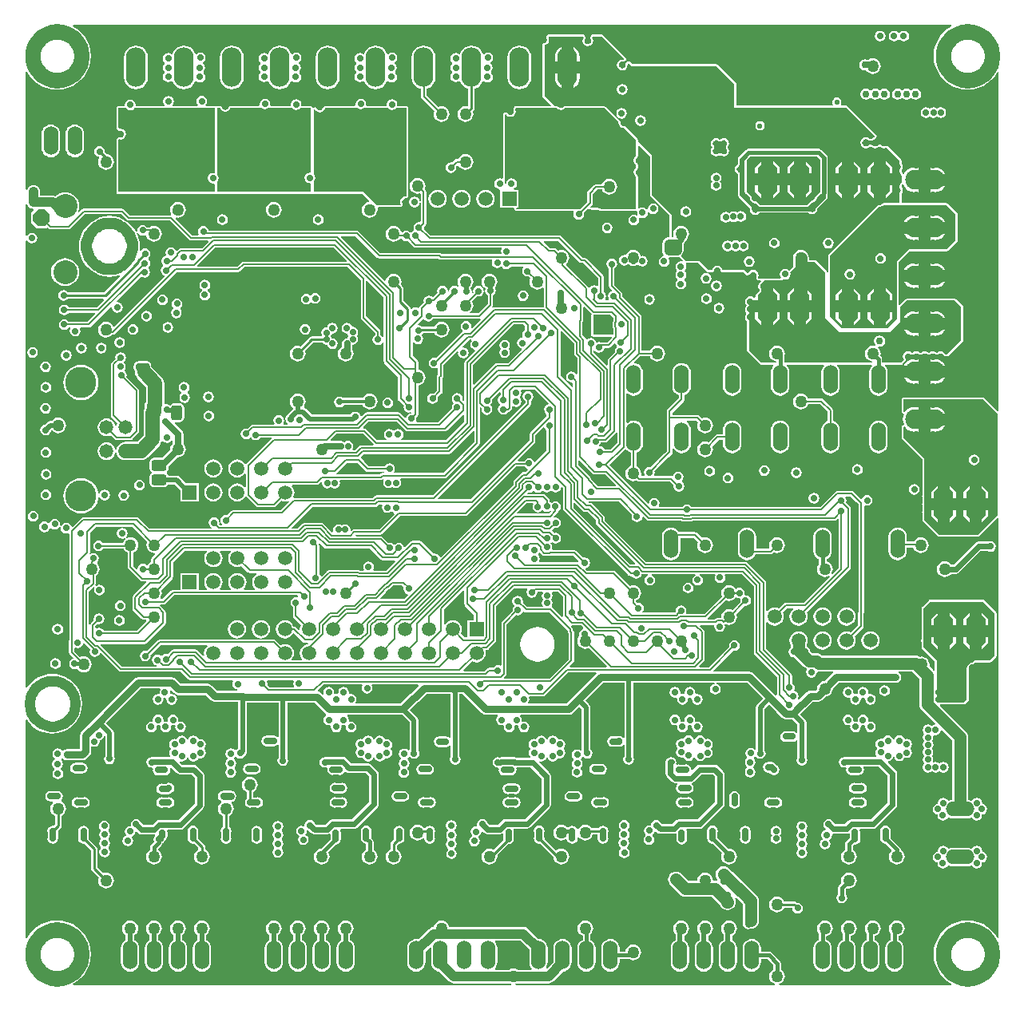
<source format=gbl>
G04*
G04 #@! TF.GenerationSoftware,Altium Limited,Altium Designer,18.1.7 (191)*
G04*
G04 Layer_Physical_Order=6*
G04 Layer_Color=16711680*
%FSLAX25Y25*%
%MOIN*%
G70*
G01*
G75*
%ADD12C,0.00800*%
%ADD15C,0.01000*%
%ADD16C,0.01200*%
%ADD18C,0.02000*%
%ADD19C,0.02400*%
%ADD21C,0.00600*%
%ADD105C,0.05000*%
%ADD179C,0.06000*%
%ADD194C,0.04500*%
%ADD195C,0.04300*%
%ADD196C,0.06196*%
%ADD267C,0.02800*%
%ADD268C,0.03000*%
%ADD270C,0.05000*%
%ADD271C,0.02600*%
%ADD273C,0.02500*%
%ADD274C,0.04000*%
%ADD275C,0.01600*%
%ADD277C,0.01500*%
%ADD278C,0.02300*%
%ADD281C,0.02900*%
%ADD289C,0.05906*%
%ADD290R,0.05906X0.05906*%
%ADD291O,0.06000X0.12000*%
G04:AMPARAMS|DCode=292|XSize=133mil|YSize=83mil|CornerRadius=0mil|HoleSize=0mil|Usage=FLASHONLY|Rotation=90.000|XOffset=0mil|YOffset=0mil|HoleType=Round|Shape=Octagon|*
%AMOCTAGOND292*
4,1,8,0.02075,0.06650,-0.02075,0.06650,-0.04150,0.04575,-0.04150,-0.04575,-0.02075,-0.06650,0.02075,-0.06650,0.04150,-0.04575,0.04150,0.04575,0.02075,0.06650,0.0*
%
%ADD292OCTAGOND292*%

%ADD293O,0.16500X0.08250*%
%ADD294O,0.12000X0.06000*%
%ADD295O,0.08250X0.16500*%
%ADD296C,0.10000*%
%ADD297P,0.07577X8X292.5*%
%ADD298C,0.13050*%
%ADD299C,0.05800*%
%ADD300C,0.02200*%
%ADD301C,0.02800*%
%ADD302C,0.03000*%
%ADD303C,0.02900*%
%ADD325C,0.06000*%
%ADD329C,0.03200*%
G04:AMPARAMS|DCode=330|XSize=50mil|YSize=50mil|CornerRadius=25mil|HoleSize=0mil|Usage=FLASHONLY|Rotation=90.000|XOffset=0mil|YOffset=0mil|HoleType=Round|Shape=RoundedRectangle|*
%AMROUNDEDRECTD330*
21,1,0.05000,0.00000,0,0,90.0*
21,1,0.00000,0.05000,0,0,90.0*
1,1,0.05000,0.00000,0.00000*
1,1,0.05000,0.00000,0.00000*
1,1,0.05000,0.00000,0.00000*
1,1,0.05000,0.00000,0.00000*
%
%ADD330ROUNDEDRECTD330*%
G04:AMPARAMS|DCode=331|XSize=46mil|YSize=63mil|CornerRadius=11.5mil|HoleSize=0mil|Usage=FLASHONLY|Rotation=180.000|XOffset=0mil|YOffset=0mil|HoleType=Round|Shape=RoundedRectangle|*
%AMROUNDEDRECTD331*
21,1,0.04600,0.04000,0,0,180.0*
21,1,0.02300,0.06300,0,0,180.0*
1,1,0.02300,-0.01150,0.02000*
1,1,0.02300,0.01150,0.02000*
1,1,0.02300,0.01150,-0.02000*
1,1,0.02300,-0.01150,-0.02000*
%
%ADD331ROUNDEDRECTD331*%
G04:AMPARAMS|DCode=332|XSize=46mil|YSize=63mil|CornerRadius=11.5mil|HoleSize=0mil|Usage=FLASHONLY|Rotation=90.000|XOffset=0mil|YOffset=0mil|HoleType=Round|Shape=RoundedRectangle|*
%AMROUNDEDRECTD332*
21,1,0.04600,0.04000,0,0,90.0*
21,1,0.02300,0.06300,0,0,90.0*
1,1,0.02300,0.02000,0.01150*
1,1,0.02300,0.02000,-0.01150*
1,1,0.02300,-0.02000,-0.01150*
1,1,0.02300,-0.02000,0.01150*
%
%ADD332ROUNDEDRECTD332*%
%ADD333C,0.03600*%
G36*
X42816Y266690D02*
X41188Y265693D01*
X39500Y264251D01*
X38059Y262564D01*
X36900Y260672D01*
X36051Y258622D01*
X35533Y256464D01*
X35358Y254252D01*
X35533Y252040D01*
X36051Y249882D01*
X36900Y247832D01*
X38059Y245940D01*
X39500Y244252D01*
X41188Y242811D01*
X43080Y241652D01*
X45130Y240802D01*
X47288Y240284D01*
X49500Y240110D01*
X51712Y240284D01*
X53870Y240802D01*
X55920Y241652D01*
X57812Y242811D01*
X59500Y244252D01*
X60941Y245940D01*
X61969Y247617D01*
X62469Y247476D01*
Y106190D01*
X62007Y105999D01*
X56622Y111384D01*
X56622Y111384D01*
X56357Y111561D01*
X56045Y111623D01*
X56045Y111623D01*
X22807Y111623D01*
D01*
X22495Y111560D01*
X22230Y111384D01*
X22075Y111152D01*
X22053Y111119D01*
X21991Y110807D01*
X21991Y105705D01*
X21997Y105678D01*
X21993Y105651D01*
X22028Y105523D01*
X22053Y105393D01*
X22069Y105370D01*
X22075Y105344D01*
X22156Y105239D01*
X22230Y105128D01*
X22253Y105113D01*
X22269Y105092D01*
X22384Y105025D01*
X22495Y104951D01*
X22522Y104946D01*
X22545Y104932D01*
X22698Y104880D01*
X22905Y104425D01*
X22640Y103786D01*
X22470Y102500D01*
X22640Y101214D01*
X22905Y100575D01*
X22698Y100119D01*
X22545Y100067D01*
X22522Y100054D01*
X22495Y100048D01*
X22384Y99975D01*
X22269Y99908D01*
X22253Y99887D01*
X22230Y99872D01*
X22156Y99761D01*
X22075Y99656D01*
X22069Y99630D01*
X22053Y99607D01*
X22028Y99477D01*
X21993Y99348D01*
X21997Y99322D01*
X21991Y99295D01*
X21991Y94764D01*
X21991Y94764D01*
X22053Y94451D01*
X22230Y94187D01*
X30584Y85833D01*
X30584Y70852D01*
X30505Y70453D01*
X30584Y70054D01*
Y67505D01*
X30505Y67106D01*
X30584Y66707D01*
Y64159D01*
X30505Y63760D01*
X30584Y63361D01*
Y60552D01*
X30584Y60552D01*
X30646Y60240D01*
X30823Y59975D01*
X37023Y53775D01*
X37288Y53598D01*
X37600Y53536D01*
X37600Y53536D01*
X53800D01*
X53800Y53536D01*
X54112Y53598D01*
X54377Y53775D01*
X62007Y61405D01*
X62469Y61214D01*
Y-113972D01*
X61969Y-114113D01*
X60941Y-112436D01*
X59500Y-110749D01*
X57812Y-109307D01*
X55920Y-108148D01*
X53870Y-107299D01*
X51712Y-106781D01*
X49500Y-106606D01*
X47288Y-106781D01*
X45130Y-107299D01*
X43080Y-108148D01*
X41188Y-109307D01*
X39500Y-110749D01*
X38059Y-112436D01*
X36900Y-114328D01*
X36051Y-116378D01*
X35533Y-118536D01*
X35358Y-120748D01*
X35533Y-122960D01*
X36051Y-125118D01*
X36900Y-127168D01*
X38059Y-129060D01*
X39500Y-130748D01*
X41188Y-132189D01*
X42818Y-133188D01*
X42676Y-133688D01*
X-29033D01*
X-29138Y-133215D01*
X-28336Y-132882D01*
X-27646Y-132354D01*
X-27117Y-131664D01*
X-26785Y-130861D01*
X-26671Y-130000D01*
X-26785Y-129139D01*
X-27117Y-128336D01*
X-27646Y-127646D01*
X-28336Y-127118D01*
X-28420Y-127083D01*
Y-124657D01*
X-28540Y-124053D01*
X-28883Y-123540D01*
X-32292Y-120131D01*
X-32805Y-119788D01*
X-33409Y-119668D01*
X-36667D01*
Y-118248D01*
X-36798Y-117256D01*
X-37181Y-116332D01*
X-37790Y-115538D01*
X-38584Y-114929D01*
X-39508Y-114546D01*
X-40500Y-114415D01*
X-41492Y-114546D01*
X-42416Y-114929D01*
X-43210Y-115538D01*
X-43819Y-116332D01*
X-44202Y-117256D01*
X-44333Y-118248D01*
Y-124248D01*
X-44202Y-125240D01*
X-43819Y-126164D01*
X-43210Y-126958D01*
X-42416Y-127567D01*
X-41492Y-127950D01*
X-40500Y-128081D01*
X-39508Y-127950D01*
X-38584Y-127567D01*
X-37790Y-126958D01*
X-37181Y-126164D01*
X-36798Y-125240D01*
X-36667Y-124248D01*
Y-122828D01*
X-34064D01*
X-31580Y-125312D01*
Y-127083D01*
X-31664Y-127118D01*
X-32354Y-127646D01*
X-32882Y-128336D01*
X-33215Y-129139D01*
X-33329Y-130000D01*
X-33215Y-130861D01*
X-32882Y-131664D01*
X-32354Y-132354D01*
X-31664Y-132882D01*
X-30861Y-133215D01*
X-30967Y-133688D01*
X-139033D01*
X-139138Y-133215D01*
X-138528Y-132962D01*
X-125421D01*
X-124690Y-132866D01*
X-124009Y-132584D01*
X-123424Y-132135D01*
X-119351Y-128061D01*
X-118508Y-127950D01*
X-117584Y-127567D01*
X-116790Y-126958D01*
X-116181Y-126164D01*
X-115798Y-125240D01*
X-115667Y-124248D01*
Y-118248D01*
X-115798Y-117256D01*
X-116181Y-116332D01*
X-116790Y-115538D01*
X-117584Y-114929D01*
X-118508Y-114546D01*
X-119500Y-114415D01*
X-120492Y-114546D01*
X-121416Y-114929D01*
X-122210Y-115538D01*
X-122819Y-116332D01*
X-123202Y-117256D01*
X-123333Y-118248D01*
Y-124055D01*
X-125909Y-126631D01*
X-126285Y-126301D01*
X-126181Y-126164D01*
X-125798Y-125240D01*
X-125667Y-124248D01*
Y-118248D01*
X-125798Y-117256D01*
X-126181Y-116332D01*
X-126790Y-115538D01*
X-127584Y-114929D01*
X-128508Y-114546D01*
X-129500Y-114415D01*
X-129650Y-114435D01*
X-133818Y-110267D01*
X-134403Y-109818D01*
X-135084Y-109536D01*
X-135815Y-109440D01*
X-166745D01*
X-166785Y-109139D01*
X-167118Y-108336D01*
X-167646Y-107646D01*
X-168336Y-107117D01*
X-169139Y-106785D01*
X-170000Y-106672D01*
X-170861Y-106785D01*
X-171664Y-107117D01*
X-172354Y-107646D01*
X-172882Y-108336D01*
X-173215Y-109139D01*
X-173255Y-109440D01*
X-173319D01*
X-174050Y-109536D01*
X-174731Y-109818D01*
X-175316Y-110267D01*
X-179585Y-114536D01*
X-180500Y-114415D01*
X-181492Y-114546D01*
X-182416Y-114929D01*
X-183210Y-115538D01*
X-183819Y-116332D01*
X-184202Y-117256D01*
X-184333Y-118248D01*
Y-124248D01*
X-184202Y-125240D01*
X-183819Y-126164D01*
X-183210Y-126958D01*
X-182416Y-127567D01*
X-181492Y-127950D01*
X-180500Y-128081D01*
X-179508Y-127950D01*
X-178584Y-127567D01*
X-177790Y-126958D01*
X-177181Y-126164D01*
X-176798Y-125240D01*
X-176667Y-124248D01*
Y-119606D01*
X-174766Y-117704D01*
X-174292Y-117938D01*
X-174333Y-118248D01*
Y-124248D01*
X-174202Y-125240D01*
X-173819Y-126164D01*
X-173210Y-126958D01*
X-172416Y-127567D01*
X-171492Y-127950D01*
X-170894Y-128029D01*
X-166788Y-132135D01*
X-166203Y-132584D01*
X-165522Y-132866D01*
X-164791Y-132962D01*
X-141472D01*
X-140861Y-133215D01*
X-140967Y-133688D01*
X-323676D01*
X-323817Y-133188D01*
X-322188Y-132189D01*
X-320500Y-130748D01*
X-319059Y-129060D01*
X-317900Y-127168D01*
X-317051Y-125118D01*
X-316532Y-122960D01*
X-316358Y-120748D01*
X-316532Y-118536D01*
X-317051Y-116378D01*
X-317900Y-114328D01*
X-319059Y-112436D01*
X-320500Y-110749D01*
X-322188Y-109307D01*
X-324080Y-108148D01*
X-326130Y-107299D01*
X-328288Y-106781D01*
X-330500Y-106606D01*
X-332712Y-106781D01*
X-334870Y-107299D01*
X-336920Y-108148D01*
X-338812Y-109307D01*
X-340500Y-110749D01*
X-341941Y-112436D01*
X-342974Y-114121D01*
X-343474Y-113980D01*
Y-22952D01*
X-342992Y-22817D01*
X-342560Y-23523D01*
X-341287Y-25013D01*
X-339797Y-26286D01*
X-338126Y-27310D01*
X-336315Y-28060D01*
X-334410Y-28517D01*
X-332456Y-28671D01*
X-330503Y-28517D01*
X-328597Y-28060D01*
X-326786Y-27310D01*
X-325116Y-26286D01*
X-323625Y-25013D01*
X-322353Y-23523D01*
X-321329Y-21852D01*
X-320579Y-20042D01*
X-320122Y-18136D01*
X-319968Y-16183D01*
X-320122Y-14229D01*
X-320579Y-12323D01*
X-321329Y-10513D01*
X-322353Y-8842D01*
X-323625Y-7352D01*
X-325116Y-6079D01*
X-326786Y-5055D01*
X-328597Y-4305D01*
X-330503Y-3848D01*
X-332456Y-3694D01*
X-334410Y-3848D01*
X-336315Y-4305D01*
X-338126Y-5055D01*
X-339797Y-6079D01*
X-341287Y-7352D01*
X-342560Y-8842D01*
X-342992Y-9548D01*
X-343474Y-9413D01*
Y176994D01*
X-342974Y177146D01*
X-342586Y176566D01*
X-341858Y176079D01*
X-341000Y175909D01*
X-340142Y176079D01*
X-339414Y176566D01*
X-338928Y177294D01*
X-338757Y178152D01*
X-338928Y179010D01*
X-339414Y179738D01*
X-340142Y180224D01*
X-341000Y180395D01*
X-341858Y180224D01*
X-342586Y179738D01*
X-342974Y179158D01*
X-343474Y179309D01*
Y192191D01*
X-342974Y192290D01*
X-342746Y191740D01*
X-342297Y191155D01*
X-341712Y190706D01*
X-341031Y190424D01*
X-340372Y190337D01*
X-340174Y190023D01*
X-340117Y189885D01*
X-341200Y188802D01*
Y184502D01*
X-339050Y182352D01*
X-334750D01*
X-334468Y182634D01*
X-334093Y182259D01*
X-334093Y182259D01*
X-333729Y182016D01*
X-333300Y181930D01*
X-333300Y181930D01*
X-325700D01*
X-325700Y181930D01*
X-325271Y182016D01*
X-324907Y182259D01*
X-318935Y188230D01*
X-303849D01*
X-301424Y185805D01*
X-301424Y185805D01*
X-301060Y185562D01*
X-300631Y185477D01*
X-300630Y185477D01*
X-283357D01*
X-275316Y177435D01*
X-275316Y177435D01*
X-274952Y177192D01*
X-274523Y177107D01*
X-267527D01*
X-267336Y176645D01*
X-269956Y174024D01*
X-278807D01*
X-279236Y173939D01*
X-279600Y173696D01*
X-279600Y173696D01*
X-280437Y172859D01*
X-280784Y172964D01*
X-280948Y173055D01*
X-281400Y173731D01*
X-282128Y174218D01*
X-282987Y174388D01*
X-283845Y174218D01*
X-284573Y173731D01*
X-285059Y173004D01*
X-285230Y172145D01*
X-285059Y171287D01*
X-284988Y171181D01*
X-285180Y170720D01*
X-285494Y170657D01*
X-286222Y170171D01*
X-286708Y169443D01*
X-286879Y168585D01*
X-286708Y167726D01*
X-286310Y167130D01*
X-286330Y166515D01*
X-286606Y166330D01*
X-287092Y165603D01*
X-287263Y164744D01*
X-287092Y163886D01*
X-286606Y163158D01*
X-285878Y162672D01*
X-285633Y162623D01*
X-285488Y162145D01*
X-306398Y141234D01*
X-306988Y141352D01*
X-307118Y141664D01*
X-307646Y142354D01*
X-308336Y142883D01*
X-309138Y143215D01*
X-310000Y143328D01*
X-310861Y143215D01*
X-311664Y142883D01*
X-312354Y142354D01*
X-312882Y141664D01*
X-313215Y140861D01*
X-313329Y140000D01*
X-313215Y139138D01*
X-312882Y138336D01*
X-312354Y137646D01*
X-312172Y137507D01*
X-312038Y137307D01*
X-311311Y136821D01*
X-310452Y136650D01*
X-310207Y136699D01*
X-310000Y136671D01*
X-309138Y136785D01*
X-308336Y137118D01*
X-307646Y137646D01*
X-307550Y137772D01*
X-307153D01*
X-307153Y137772D01*
X-306724Y137857D01*
X-306360Y138100D01*
X-280400Y164060D01*
X-254862D01*
X-254862Y164060D01*
X-254433Y164146D01*
X-254069Y164389D01*
X-252299Y166159D01*
X-209173D01*
X-203748Y160734D01*
Y145048D01*
X-203748Y145048D01*
X-203663Y144618D01*
X-203419Y144255D01*
X-197694Y138529D01*
Y137704D01*
X-198158Y137393D01*
X-198644Y136665D01*
X-198815Y135807D01*
X-198644Y134949D01*
X-198158Y134221D01*
X-197431Y133735D01*
X-196572Y133564D01*
X-195714Y133735D01*
X-194986Y134221D01*
X-194672Y134691D01*
X-194172Y134540D01*
Y126753D01*
X-194172Y126753D01*
X-194086Y126324D01*
X-193843Y125960D01*
X-188222Y120338D01*
Y111119D01*
X-188222Y111119D01*
X-188136Y110690D01*
X-187893Y110326D01*
X-185743Y108176D01*
X-185852Y107628D01*
X-185681Y106769D01*
X-185195Y106042D01*
X-184467Y105555D01*
X-183609Y105385D01*
X-182921Y105521D01*
X-182504Y105302D01*
X-182700Y104995D01*
X-183558Y104824D01*
X-184286Y104338D01*
X-184772Y103610D01*
X-184835Y103296D01*
X-185313Y103151D01*
X-187307Y105145D01*
X-187671Y105388D01*
X-188100Y105473D01*
X-188100Y105473D01*
X-201148D01*
X-201577Y105388D01*
X-201941Y105145D01*
X-201941Y105145D01*
X-203303Y103783D01*
X-203846Y103947D01*
X-203928Y104358D01*
X-204414Y105086D01*
X-205142Y105572D01*
X-206000Y105743D01*
X-206858Y105572D01*
X-207586Y105086D01*
X-208021Y104435D01*
X-224028D01*
X-226537Y106943D01*
X-227132Y107341D01*
X-227249Y107364D01*
X-227442Y107913D01*
X-227117Y108336D01*
X-226785Y109139D01*
X-226672Y110000D01*
X-226785Y110862D01*
X-227117Y111664D01*
X-227646Y112354D01*
X-228336Y112882D01*
X-229138Y113215D01*
X-230000Y113329D01*
X-230861Y113215D01*
X-231664Y112882D01*
X-232354Y112354D01*
X-232882Y111664D01*
X-233215Y110862D01*
X-233329Y110000D01*
X-233215Y109139D01*
X-232882Y108336D01*
X-232354Y107646D01*
X-232008Y107381D01*
X-231995Y107344D01*
X-231978Y106809D01*
X-234358Y104429D01*
X-234422Y104334D01*
X-234562Y104240D01*
X-235049Y103512D01*
X-235219Y102654D01*
X-235049Y101795D01*
X-234562Y101067D01*
X-234194Y100822D01*
X-234346Y100322D01*
X-235818D01*
X-236085Y100822D01*
X-235839Y101190D01*
X-235668Y102049D01*
X-235839Y102907D01*
X-236325Y103635D01*
X-237052Y104121D01*
X-237911Y104292D01*
X-238769Y104121D01*
X-239497Y103635D01*
X-239983Y102907D01*
X-240154Y102049D01*
X-239983Y101190D01*
X-239737Y100822D01*
X-240004Y100322D01*
X-248816D01*
X-248816Y100322D01*
X-249245Y100236D01*
X-249609Y99993D01*
X-250296Y99306D01*
X-250302Y99297D01*
X-251032Y98566D01*
X-251581Y98675D01*
X-252439Y98504D01*
X-253167Y98018D01*
X-253653Y97290D01*
X-253824Y96432D01*
X-253653Y95574D01*
X-253167Y94846D01*
X-252439Y94360D01*
X-251581Y94189D01*
X-250722Y94360D01*
X-249994Y94846D01*
X-249417Y94811D01*
X-249186Y94466D01*
X-248458Y93980D01*
X-247600Y93809D01*
X-246742Y93980D01*
X-246014Y94466D01*
X-245698Y94938D01*
X-241134D01*
X-241075Y94859D01*
X-240948Y94438D01*
X-251293Y84093D01*
X-251387Y83953D01*
X-251736Y83943D01*
X-251957Y83983D01*
X-252523Y84722D01*
X-253307Y85324D01*
X-254220Y85702D01*
X-255200Y85831D01*
X-256180Y85702D01*
X-257093Y85324D01*
X-257876Y84722D01*
X-258478Y83938D01*
X-258856Y83025D01*
X-258985Y82046D01*
X-258856Y81066D01*
X-258478Y80153D01*
X-257876Y79369D01*
X-257093Y78768D01*
X-256180Y78389D01*
X-255200Y78260D01*
X-254220Y78389D01*
X-253307Y78768D01*
X-252523Y79369D01*
X-252121Y79893D01*
X-251622Y79723D01*
Y74368D01*
X-252121Y74198D01*
X-252523Y74722D01*
X-253307Y75324D01*
X-254220Y75702D01*
X-255200Y75831D01*
X-256180Y75702D01*
X-257093Y75324D01*
X-257876Y74722D01*
X-258478Y73938D01*
X-258856Y73025D01*
X-258985Y72046D01*
X-258856Y71066D01*
X-258478Y70153D01*
X-257876Y69369D01*
X-257093Y68768D01*
X-256180Y68389D01*
X-255200Y68261D01*
X-254220Y68389D01*
X-253307Y68768D01*
X-252523Y69369D01*
X-251955Y70110D01*
X-251743Y70150D01*
X-251385Y70144D01*
X-251293Y70007D01*
X-247393Y66107D01*
X-247393Y66107D01*
X-247029Y65864D01*
X-246600Y65778D01*
X-239952D01*
X-239952Y65778D01*
X-239523Y65864D01*
X-239159Y66107D01*
X-236672Y68594D01*
X-236180Y68389D01*
X-235200Y68261D01*
X-234220Y68389D01*
X-233939Y68506D01*
X-233656Y68082D01*
X-237017Y64722D01*
X-256900D01*
X-257329Y64636D01*
X-257693Y64393D01*
X-257693Y64393D01*
X-259552Y62534D01*
X-260100Y62643D01*
X-260958Y62472D01*
X-261686Y61986D01*
X-262172Y61258D01*
X-262343Y60400D01*
X-262172Y59542D01*
X-261686Y58814D01*
X-261626Y58773D01*
X-261777Y58274D01*
X-262335D01*
X-262866Y58804D01*
X-262757Y59352D01*
X-262928Y60210D01*
X-263414Y60938D01*
X-264142Y61424D01*
X-265000Y61595D01*
X-265858Y61424D01*
X-266586Y60938D01*
X-267072Y60210D01*
X-267243Y59352D01*
X-267072Y58494D01*
X-266586Y57766D01*
X-265999Y57373D01*
X-266151Y56874D01*
X-291929D01*
X-296380Y61325D01*
X-296744Y61568D01*
X-297173Y61653D01*
X-297173Y61653D01*
X-319614D01*
X-320043Y61568D01*
X-320407Y61325D01*
X-320407Y61325D01*
X-324071Y57661D01*
X-324550Y57806D01*
X-324581Y57964D01*
X-325079Y58709D01*
X-325823Y59206D01*
X-326701Y59381D01*
X-327579Y59206D01*
X-328323Y58709D01*
X-328743Y58079D01*
X-328762Y58051D01*
X-329233Y58246D01*
X-329231Y58257D01*
X-329131Y58760D01*
X-329306Y59638D01*
X-329803Y60382D01*
X-330547Y60879D01*
X-331425Y61054D01*
X-332303Y60879D01*
X-333047Y60382D01*
X-333545Y59638D01*
X-333585Y59436D01*
X-333876Y59340D01*
X-334121Y59303D01*
X-334822Y59771D01*
X-335700Y59946D01*
X-336578Y59771D01*
X-337322Y59274D01*
X-337820Y58530D01*
X-337994Y57652D01*
X-337820Y56774D01*
X-337322Y56030D01*
X-336578Y55532D01*
X-335700Y55358D01*
X-334822Y55532D01*
X-334078Y56030D01*
X-333580Y56774D01*
X-333540Y56976D01*
X-333249Y57071D01*
X-333004Y57109D01*
X-332303Y56640D01*
X-331425Y56466D01*
X-330547Y56640D01*
X-329803Y57138D01*
X-329382Y57767D01*
X-329364Y57795D01*
X-328893Y57600D01*
X-328895Y57589D01*
X-328995Y57087D01*
X-328820Y56209D01*
X-328323Y55464D01*
X-327579Y54967D01*
X-326701Y54792D01*
X-325871Y54957D01*
X-325736Y54933D01*
X-325372Y54738D01*
Y10589D01*
X-325386Y10567D01*
X-325471Y10138D01*
Y5202D01*
X-325472Y5202D01*
X-325386Y4773D01*
X-325143Y4409D01*
X-323766Y3032D01*
X-323911Y2554D01*
X-324058Y2524D01*
X-324786Y2038D01*
X-325272Y1310D01*
X-325443Y452D01*
X-325272Y-406D01*
X-324786Y-1134D01*
X-324058Y-1620D01*
X-323200Y-1791D01*
X-322342Y-1620D01*
X-322197Y-1524D01*
X-321754Y-2102D01*
X-321064Y-2631D01*
X-320262Y-2963D01*
X-319400Y-3077D01*
X-318538Y-2963D01*
X-317736Y-2631D01*
X-317046Y-2102D01*
X-316517Y-1412D01*
X-316185Y-610D01*
X-316072Y252D01*
X-316185Y1113D01*
X-316517Y1916D01*
X-317046Y2606D01*
X-317736Y3134D01*
X-318538Y3467D01*
X-319400Y3580D01*
X-320262Y3467D01*
X-320804Y3242D01*
X-323229Y5666D01*
Y7070D01*
X-322787Y7306D01*
X-322678Y7232D01*
X-321800Y7058D01*
X-320922Y7232D01*
X-320178Y7730D01*
X-319681Y8474D01*
X-319613Y8813D01*
X-319135Y8958D01*
X-316683Y6507D01*
X-316775Y6370D01*
X-316946Y5512D01*
X-316775Y4653D01*
X-316288Y3926D01*
X-315561Y3440D01*
X-314702Y3269D01*
X-313844Y3440D01*
X-313116Y3926D01*
X-312630Y4653D01*
X-312612Y4747D01*
X-312133Y4892D01*
X-304677Y-2565D01*
X-304676Y-2565D01*
X-304313Y-2808D01*
X-303883Y-2893D01*
X-278821D01*
X-275773Y-5941D01*
X-275773Y-5941D01*
X-275409Y-6184D01*
X-274980Y-6270D01*
X-274980Y-6270D01*
X-257143D01*
X-256876Y-6770D01*
X-257120Y-7134D01*
X-257290Y-7992D01*
X-257120Y-8851D01*
X-256633Y-9578D01*
X-255906Y-10064D01*
X-255392Y-10167D01*
X-255441Y-10667D01*
X-263722D01*
X-265798Y-8590D01*
X-266559Y-8082D01*
X-267457Y-7903D01*
X-278829D01*
X-280851Y-5881D01*
X-281611Y-5373D01*
X-282509Y-5194D01*
X-296622D01*
X-297519Y-5373D01*
X-298280Y-5881D01*
X-310249Y-17850D01*
X-314757Y-22357D01*
X-320240Y-27841D01*
X-320748Y-28602D01*
X-320927Y-29499D01*
Y-33580D01*
X-320877Y-33833D01*
Y-35072D01*
X-320979Y-35175D01*
X-326406D01*
X-327303Y-35353D01*
X-328064Y-35862D01*
X-328345D01*
X-328560Y-35540D01*
X-329287Y-35054D01*
X-330146Y-34883D01*
X-331004Y-35054D01*
X-331732Y-35540D01*
X-332218Y-36268D01*
X-332389Y-37126D01*
X-332218Y-37984D01*
X-331732Y-38712D01*
X-331404Y-38931D01*
Y-39532D01*
X-331822Y-39812D01*
X-332309Y-40539D01*
X-332479Y-41398D01*
X-332309Y-42256D01*
X-331822Y-42984D01*
X-331501Y-43198D01*
Y-43698D01*
X-331724Y-43847D01*
X-332210Y-44575D01*
X-332381Y-45433D01*
X-332210Y-46292D01*
X-331724Y-47019D01*
X-330996Y-47505D01*
X-330138Y-47676D01*
X-329279Y-47505D01*
X-328552Y-47019D01*
X-328065Y-46292D01*
X-327895Y-45433D01*
X-328065Y-44575D01*
X-328552Y-43847D01*
X-328873Y-43633D01*
Y-43132D01*
X-328650Y-42984D01*
X-328164Y-42256D01*
X-327993Y-41398D01*
X-328164Y-40539D01*
X-328650Y-39812D01*
X-328720Y-39765D01*
X-328749Y-39167D01*
X-328643Y-39077D01*
X-328080Y-39154D01*
X-328064Y-39178D01*
X-327303Y-39686D01*
X-326406Y-39865D01*
X-320008D01*
X-319110Y-39686D01*
X-318350Y-39178D01*
X-316873Y-37702D01*
X-316365Y-36941D01*
X-316186Y-36043D01*
Y-34252D01*
X-315836Y-34064D01*
X-315686Y-34030D01*
X-314882Y-34190D01*
X-314023Y-34020D01*
X-313296Y-33533D01*
X-312809Y-32806D01*
X-312639Y-31947D01*
X-312734Y-31470D01*
X-312242Y-31372D01*
X-311514Y-30886D01*
X-311028Y-30158D01*
X-310925Y-29641D01*
X-310425Y-29690D01*
Y-38028D01*
X-310662Y-38383D01*
X-310833Y-39241D01*
X-310662Y-40099D01*
X-310176Y-40827D01*
X-309448Y-41313D01*
X-308589Y-41484D01*
X-307731Y-41313D01*
X-307003Y-40827D01*
X-306517Y-40099D01*
X-306346Y-39241D01*
X-306517Y-38383D01*
X-306754Y-38028D01*
Y-28525D01*
X-306894Y-27822D01*
X-307292Y-27227D01*
X-310142Y-24376D01*
X-306932Y-21166D01*
X-295651Y-9884D01*
X-287605D01*
X-287337Y-10384D01*
X-287533Y-10677D01*
X-287704Y-11535D01*
X-287640Y-11857D01*
X-287993Y-12211D01*
X-288315Y-12147D01*
X-289173Y-12318D01*
X-289901Y-12804D01*
X-290387Y-13531D01*
X-290558Y-14390D01*
X-290387Y-15248D01*
X-289901Y-15976D01*
X-289173Y-16462D01*
X-288315Y-16633D01*
X-287457Y-16462D01*
X-286729Y-15976D01*
X-286243Y-15248D01*
X-286072Y-14390D01*
X-286136Y-14068D01*
X-285782Y-13715D01*
X-285461Y-13779D01*
X-285139Y-13715D01*
X-284785Y-14068D01*
X-284849Y-14390D01*
X-284679Y-15248D01*
X-284192Y-15976D01*
X-283465Y-16462D01*
X-282606Y-16633D01*
X-281748Y-16462D01*
X-281020Y-15976D01*
X-280534Y-15248D01*
X-280363Y-14390D01*
X-280534Y-13531D01*
X-281020Y-12804D01*
X-281748Y-12318D01*
X-282606Y-12147D01*
X-282928Y-12211D01*
X-283281Y-11857D01*
X-283218Y-11535D01*
X-283388Y-10677D01*
X-282987Y-10377D01*
X-281458Y-11906D01*
X-280697Y-12415D01*
X-279800Y-12593D01*
X-268428D01*
X-266351Y-14670D01*
X-266351Y-14670D01*
X-265590Y-15178D01*
X-264693Y-15357D01*
X-264693Y-15357D01*
X-254906D01*
Y-34804D01*
X-254918Y-34806D01*
X-255645Y-35293D01*
X-255813Y-35544D01*
X-256313D01*
X-256315Y-35540D01*
X-257043Y-35054D01*
X-257902Y-34883D01*
X-258760Y-35054D01*
X-259488Y-35540D01*
X-259974Y-36268D01*
X-260145Y-37126D01*
X-259974Y-37984D01*
X-259488Y-38712D01*
X-259245Y-38874D01*
Y-39374D01*
X-259546Y-39575D01*
X-260032Y-40303D01*
X-260203Y-41162D01*
X-260032Y-42020D01*
X-259546Y-42748D01*
Y-43135D01*
X-259610Y-43306D01*
X-260069Y-43993D01*
X-260240Y-44851D01*
X-260069Y-45710D01*
X-259582Y-46438D01*
X-258855Y-46924D01*
X-257996Y-47095D01*
X-257138Y-46924D01*
X-256410Y-46438D01*
X-255924Y-45710D01*
X-255753Y-44851D01*
X-255924Y-43993D01*
X-256410Y-43265D01*
Y-42878D01*
X-256346Y-42707D01*
X-255888Y-42020D01*
X-255717Y-41162D01*
X-255888Y-40303D01*
X-256374Y-39575D01*
X-256616Y-39413D01*
Y-38913D01*
X-256315Y-38712D01*
X-256148Y-38461D01*
X-255648D01*
X-255645Y-38465D01*
X-254918Y-38951D01*
X-254059Y-39122D01*
X-253201Y-38951D01*
X-252473Y-38465D01*
X-251987Y-37737D01*
X-251964Y-37623D01*
X-251773Y-37432D01*
X-251375Y-36836D01*
X-251236Y-36134D01*
Y-15745D01*
X-250672D01*
X-250399Y-15691D01*
X-247688D01*
X-247415Y-15745D01*
X-247415Y-15745D01*
X-238083D01*
Y-30027D01*
X-238583Y-30167D01*
X-239242Y-29728D01*
X-240100Y-29557D01*
X-240148Y-29566D01*
X-242941D01*
X-243799Y-29737D01*
X-244527Y-30223D01*
X-245013Y-30951D01*
X-245184Y-31809D01*
X-245013Y-32668D01*
X-244527Y-33396D01*
X-243799Y-33882D01*
X-242941Y-34053D01*
X-240109D01*
X-239251Y-33882D01*
X-238583Y-33436D01*
X-238083Y-33568D01*
Y-38767D01*
X-238320Y-39122D01*
X-238491Y-39980D01*
X-238320Y-40839D01*
X-237834Y-41567D01*
X-237106Y-42053D01*
X-236248Y-42224D01*
X-235390Y-42053D01*
X-234662Y-41567D01*
X-234176Y-40839D01*
X-234005Y-39980D01*
X-234176Y-39122D01*
X-234413Y-38767D01*
Y-15745D01*
X-223052D01*
X-218615Y-20182D01*
X-218201Y-20459D01*
X-218213Y-21052D01*
X-218686Y-21368D01*
X-219172Y-22095D01*
X-219343Y-22954D01*
X-219172Y-23812D01*
X-218686Y-24540D01*
X-217958Y-25026D01*
X-217100Y-25197D01*
X-216562Y-25090D01*
X-216136Y-25511D01*
X-216205Y-25854D01*
X-216034Y-26712D01*
X-215547Y-27440D01*
X-214820Y-27926D01*
X-213961Y-28097D01*
X-213103Y-27926D01*
X-212375Y-27440D01*
X-211889Y-26712D01*
X-211718Y-25854D01*
X-211783Y-25531D01*
X-211357Y-25106D01*
X-210900Y-25197D01*
X-210362Y-25090D01*
X-209936Y-25511D01*
X-210004Y-25854D01*
X-209834Y-26712D01*
X-209348Y-27440D01*
X-208620Y-27926D01*
X-207761Y-28097D01*
X-206903Y-27926D01*
X-206175Y-27440D01*
X-205689Y-26712D01*
X-205518Y-25854D01*
X-205689Y-24995D01*
X-206175Y-24268D01*
X-206903Y-23781D01*
X-207761Y-23610D01*
X-208299Y-23717D01*
X-208725Y-23296D01*
X-208657Y-22954D01*
X-208828Y-22095D01*
X-209314Y-21368D01*
X-209160Y-20869D01*
X-186416D01*
X-183352Y-23933D01*
Y-35389D01*
X-183812Y-35694D01*
X-183897Y-35681D01*
X-183965Y-35579D01*
X-184693Y-35093D01*
X-185551Y-34922D01*
X-186410Y-35093D01*
X-187137Y-35579D01*
X-187624Y-36307D01*
X-187794Y-37165D01*
X-187624Y-38024D01*
X-187137Y-38752D01*
X-186948Y-38878D01*
Y-39378D01*
X-187244Y-39575D01*
X-187730Y-40303D01*
X-187901Y-41162D01*
X-187730Y-42020D01*
X-187252Y-42735D01*
X-187274Y-43225D01*
X-187335Y-43265D01*
X-187821Y-43993D01*
X-187992Y-44851D01*
X-187821Y-45710D01*
X-187335Y-46438D01*
X-186607Y-46924D01*
X-185749Y-47095D01*
X-184890Y-46924D01*
X-184163Y-46438D01*
X-183676Y-45710D01*
X-183506Y-44851D01*
X-183676Y-43993D01*
X-184154Y-43278D01*
X-184133Y-42788D01*
X-184071Y-42748D01*
X-183585Y-42020D01*
X-183414Y-41162D01*
X-183585Y-40303D01*
X-184071Y-39575D01*
X-184261Y-39449D01*
Y-38949D01*
X-183965Y-38752D01*
X-183772Y-38462D01*
X-183170D01*
X-183102Y-38563D01*
X-182375Y-39050D01*
X-181516Y-39220D01*
X-180658Y-39050D01*
X-179930Y-38563D01*
X-179444Y-37835D01*
X-179273Y-36977D01*
X-179444Y-36119D01*
X-179681Y-35764D01*
Y-23173D01*
X-179821Y-22471D01*
X-180219Y-21875D01*
X-183210Y-18884D01*
X-179858Y-15532D01*
X-179692Y-15284D01*
X-176418Y-12010D01*
X-166324D01*
X-166296Y-12153D01*
X-166135Y-12393D01*
Y-30247D01*
X-166635Y-30401D01*
X-167278Y-29972D01*
X-168136Y-29801D01*
X-168137Y-29801D01*
X-170934D01*
X-171792Y-29972D01*
X-172520Y-30458D01*
X-173006Y-31186D01*
X-173177Y-32044D01*
X-173006Y-32903D01*
X-172520Y-33630D01*
X-171792Y-34117D01*
X-170934Y-34287D01*
X-168136D01*
X-167278Y-34117D01*
X-166635Y-33687D01*
X-166135Y-33841D01*
Y-38187D01*
X-166372Y-38542D01*
X-166543Y-39400D01*
X-166372Y-40258D01*
X-165886Y-40986D01*
X-165158Y-41472D01*
X-164300Y-41643D01*
X-163442Y-41472D01*
X-162714Y-40986D01*
X-162228Y-40258D01*
X-162057Y-39400D01*
X-162228Y-38542D01*
X-162465Y-38187D01*
Y-12010D01*
X-161306D01*
X-153135Y-20182D01*
X-153135Y-20182D01*
X-152374Y-20690D01*
X-151476Y-20869D01*
X-151476Y-20869D01*
X-146694D01*
X-146540Y-21368D01*
X-147027Y-22095D01*
X-147197Y-22954D01*
X-147027Y-23812D01*
X-146540Y-24540D01*
X-145813Y-25026D01*
X-144954Y-25197D01*
X-144417Y-25090D01*
X-143991Y-25511D01*
X-144059Y-25854D01*
X-143888Y-26712D01*
X-143402Y-27440D01*
X-142674Y-27926D01*
X-141816Y-28097D01*
X-140957Y-27926D01*
X-140230Y-27440D01*
X-139743Y-26712D01*
X-139573Y-25854D01*
X-139637Y-25531D01*
X-139212Y-25106D01*
X-138754Y-25197D01*
X-138217Y-25090D01*
X-137791Y-25511D01*
X-137859Y-25854D01*
X-137688Y-26712D01*
X-137202Y-27440D01*
X-136474Y-27926D01*
X-135616Y-28097D01*
X-134757Y-27926D01*
X-134030Y-27440D01*
X-133543Y-26712D01*
X-133373Y-25854D01*
X-133543Y-24995D01*
X-134030Y-24268D01*
X-134757Y-23781D01*
X-135616Y-23610D01*
X-136153Y-23717D01*
X-136579Y-23296D01*
X-136511Y-22954D01*
X-136682Y-22095D01*
X-137168Y-21368D01*
X-137015Y-20869D01*
X-116957D01*
X-116059Y-20690D01*
X-115298Y-20182D01*
X-112586Y-17470D01*
X-111607Y-18449D01*
Y-35451D01*
X-112107Y-35718D01*
X-112542Y-35428D01*
X-113400Y-35257D01*
X-114258Y-35428D01*
X-114986Y-35914D01*
X-115472Y-36642D01*
X-115643Y-37500D01*
X-115472Y-38358D01*
X-115042Y-39002D01*
X-114992Y-39368D01*
X-115047Y-39647D01*
X-115486Y-40303D01*
X-115656Y-41162D01*
X-115486Y-42020D01*
X-114999Y-42748D01*
Y-43156D01*
X-115086Y-43214D01*
X-115572Y-43942D01*
X-115743Y-44800D01*
X-115572Y-45658D01*
X-115086Y-46386D01*
X-114358Y-46872D01*
X-113500Y-47043D01*
X-112642Y-46872D01*
X-111914Y-46386D01*
X-111428Y-45658D01*
X-111257Y-44800D01*
X-111428Y-43942D01*
X-111825Y-43347D01*
X-111827Y-42813D01*
X-111792Y-42694D01*
X-111341Y-42020D01*
X-111170Y-41162D01*
X-111341Y-40303D01*
X-111771Y-39659D01*
X-111822Y-39293D01*
X-111766Y-39015D01*
X-111400Y-38467D01*
X-110860Y-38375D01*
X-110786Y-38486D01*
X-110058Y-38972D01*
X-109200Y-39143D01*
X-108342Y-38972D01*
X-107614Y-38486D01*
X-107128Y-37758D01*
X-106957Y-36900D01*
X-107128Y-36042D01*
X-107614Y-35314D01*
X-107936Y-35098D01*
Y-17689D01*
X-108076Y-16987D01*
X-108474Y-16391D01*
X-109991Y-14874D01*
X-102600Y-7483D01*
X-93735D01*
Y-30280D01*
X-94235Y-30432D01*
X-94314Y-30314D01*
X-95042Y-29828D01*
X-95900Y-29657D01*
X-96627Y-29801D01*
X-98177D01*
X-98690Y-29700D01*
X-99548Y-29870D01*
X-100276Y-30357D01*
X-100762Y-31084D01*
X-100933Y-31943D01*
X-100762Y-32801D01*
X-100276Y-33529D01*
X-99548Y-34015D01*
X-98690Y-34186D01*
X-98177Y-34084D01*
X-96198D01*
X-95900Y-34143D01*
X-95042Y-33972D01*
X-94314Y-33486D01*
X-94235Y-33368D01*
X-93735Y-33520D01*
Y-38187D01*
X-93972Y-38542D01*
X-94143Y-39400D01*
X-93972Y-40258D01*
X-93486Y-40986D01*
X-92758Y-41472D01*
X-91900Y-41643D01*
X-91042Y-41472D01*
X-90314Y-40986D01*
X-89828Y-40258D01*
X-89657Y-39400D01*
X-89828Y-38542D01*
X-90065Y-38187D01*
Y-7483D01*
X-56130D01*
X-56080Y-7983D01*
X-56595Y-8085D01*
X-57322Y-8571D01*
X-57809Y-9299D01*
X-57979Y-10158D01*
X-57809Y-11016D01*
X-57322Y-11744D01*
X-56595Y-12230D01*
X-55736Y-12401D01*
X-54878Y-12230D01*
X-54150Y-11744D01*
X-53664Y-11016D01*
X-53493Y-10158D01*
X-53664Y-9299D01*
X-54150Y-8571D01*
X-54878Y-8085D01*
X-55392Y-7983D01*
X-55343Y-7483D01*
X-42436D01*
X-35881Y-14038D01*
X-38298Y-16454D01*
X-38696Y-17050D01*
X-38835Y-17752D01*
Y-35239D01*
X-39335Y-35390D01*
X-39386Y-35314D01*
X-40114Y-34828D01*
X-40972Y-34657D01*
X-41831Y-34828D01*
X-42559Y-35314D01*
X-43045Y-36042D01*
X-43216Y-36900D01*
X-43045Y-37758D01*
X-42663Y-38330D01*
X-42693Y-38952D01*
X-42786Y-39014D01*
X-43272Y-39742D01*
X-43443Y-40600D01*
X-43272Y-41458D01*
X-42786Y-42186D01*
X-42467Y-42399D01*
Y-43001D01*
X-42786Y-43214D01*
X-43272Y-43942D01*
X-43443Y-44800D01*
X-43272Y-45658D01*
X-42786Y-46386D01*
X-42058Y-46872D01*
X-41200Y-47043D01*
X-40342Y-46872D01*
X-39614Y-46386D01*
X-39128Y-45658D01*
X-38957Y-44800D01*
X-39128Y-43942D01*
X-39614Y-43214D01*
X-39933Y-43001D01*
Y-42399D01*
X-39614Y-42186D01*
X-39128Y-41458D01*
X-38957Y-40600D01*
X-39128Y-39742D01*
X-39510Y-39170D01*
X-39479Y-38548D01*
X-39386Y-38486D01*
X-39270Y-38311D01*
X-38770D01*
X-38586Y-38586D01*
X-37858Y-39072D01*
X-37000Y-39243D01*
X-36142Y-39072D01*
X-35414Y-38586D01*
X-34928Y-37858D01*
X-34757Y-37000D01*
X-34928Y-36142D01*
X-35165Y-35787D01*
Y-18512D01*
X-33286Y-16633D01*
X-30419Y-19499D01*
X-30189Y-19844D01*
X-28021Y-22012D01*
X-27261Y-22520D01*
X-26363Y-22699D01*
X-23549D01*
X-21451Y-24796D01*
Y-28256D01*
X-21951Y-28408D01*
X-22014Y-28314D01*
X-22742Y-27828D01*
X-23600Y-27657D01*
X-24093Y-27755D01*
X-25899D01*
X-26412Y-27653D01*
X-27270Y-27824D01*
X-27998Y-28310D01*
X-28484Y-29038D01*
X-28655Y-29896D01*
X-28484Y-30755D01*
X-27998Y-31482D01*
X-27270Y-31969D01*
X-26412Y-32139D01*
X-25899Y-32037D01*
X-24132D01*
X-23600Y-32143D01*
X-22742Y-31972D01*
X-22014Y-31486D01*
X-21951Y-31392D01*
X-21451Y-31544D01*
Y-38567D01*
X-21688Y-38922D01*
X-21859Y-39780D01*
X-21688Y-40639D01*
X-21202Y-41366D01*
X-20474Y-41853D01*
X-19616Y-42024D01*
X-18757Y-41853D01*
X-18030Y-41366D01*
X-17543Y-40639D01*
X-17373Y-39780D01*
X-17543Y-38922D01*
X-17781Y-38567D01*
Y-24036D01*
X-17920Y-23334D01*
X-18318Y-22738D01*
X-20342Y-20714D01*
X-19473Y-19844D01*
X-19242Y-19499D01*
X-17957Y-18214D01*
X-17838Y-18037D01*
X-17661Y-17918D01*
X-15100Y-15357D01*
X-12944D01*
X-12046Y-15178D01*
X-11286Y-14670D01*
X-9935Y-13320D01*
X-9138Y-13215D01*
X-8336Y-12883D01*
X-7646Y-12354D01*
X-7117Y-11664D01*
X-6785Y-10862D01*
X-6680Y-10064D01*
X-4197Y-7581D01*
X19461D01*
X20358Y-7403D01*
X21119Y-6894D01*
X21627Y-6134D01*
X21806Y-5236D01*
X21627Y-4339D01*
X21119Y-3578D01*
X20597Y-3229D01*
X20749Y-2729D01*
X26321D01*
X29321Y-5729D01*
Y-12017D01*
X29252Y-12541D01*
Y-16435D01*
X29366Y-17297D01*
X29560Y-17767D01*
X29698Y-18099D01*
X30227Y-18789D01*
X32980Y-21542D01*
X33183Y-21698D01*
X35916Y-24431D01*
X35752Y-24973D01*
X35236Y-25076D01*
X34535Y-25544D01*
X33833Y-25076D01*
X32975Y-24905D01*
X32116Y-25076D01*
X31389Y-25562D01*
X30902Y-26290D01*
X30732Y-27148D01*
X30902Y-28007D01*
X31117Y-28328D01*
X31384Y-28741D01*
X31117Y-29154D01*
X30902Y-29476D01*
X30732Y-30335D01*
X30902Y-31193D01*
X31383Y-31912D01*
X30971Y-32528D01*
X30800Y-33386D01*
X30971Y-34244D01*
X31383Y-34860D01*
X30902Y-35579D01*
X30732Y-36437D01*
X30902Y-37295D01*
X31381Y-38012D01*
X30902Y-38728D01*
X30732Y-39587D01*
X30902Y-40445D01*
X31385Y-41167D01*
X30902Y-41890D01*
X30732Y-42748D01*
X30902Y-43606D01*
X31389Y-44334D01*
X32116Y-44820D01*
X32975Y-44991D01*
X33833Y-44820D01*
X34561Y-44334D01*
X34607D01*
X35335Y-44820D01*
X36193Y-44991D01*
X37051Y-44820D01*
X37779Y-44334D01*
X37789D01*
X38516Y-44820D01*
X39375Y-44991D01*
X40233Y-44820D01*
X40961Y-44334D01*
X41447Y-43606D01*
X41618Y-42748D01*
X41447Y-41890D01*
X40961Y-41162D01*
X40233Y-40676D01*
X39375Y-40505D01*
X38516Y-40676D01*
X37789Y-41162D01*
X37779D01*
X37051Y-40676D01*
X36193Y-40505D01*
X35478Y-40647D01*
X35449Y-40633D01*
X35143Y-40352D01*
X35085Y-40254D01*
X35218Y-39587D01*
X35047Y-38728D01*
X34569Y-38012D01*
X35047Y-37295D01*
X35218Y-36437D01*
X35047Y-35579D01*
X34636Y-34963D01*
X35116Y-34244D01*
X35286Y-33386D01*
X35116Y-32528D01*
X34636Y-31809D01*
X35047Y-31193D01*
X35218Y-30335D01*
X35087Y-29676D01*
X35445Y-29284D01*
X35477Y-29268D01*
X36094Y-29391D01*
X36953Y-29220D01*
X37681Y-28734D01*
X38167Y-28007D01*
X38269Y-27491D01*
X38812Y-27326D01*
X43027Y-31541D01*
Y-56451D01*
X42308Y-56546D01*
X41830Y-56744D01*
X41372Y-56890D01*
X40886Y-56162D01*
X40158Y-55676D01*
X39300Y-55505D01*
X38442Y-55676D01*
X37714Y-56162D01*
X37228Y-56890D01*
X37057Y-57748D01*
X37111Y-58023D01*
X36342Y-58176D01*
X35614Y-58662D01*
X35128Y-59390D01*
X34957Y-60248D01*
X35128Y-61106D01*
X35614Y-61834D01*
X36342Y-62321D01*
X37015Y-62454D01*
X36957Y-62748D01*
X37128Y-63607D01*
X37614Y-64334D01*
X38342Y-64820D01*
X39200Y-64991D01*
X40058Y-64820D01*
X40786Y-64334D01*
X41049Y-63941D01*
X41335Y-63621D01*
X41752Y-63720D01*
X42308Y-63950D01*
X43300Y-64081D01*
X49300D01*
X50292Y-63950D01*
X50770Y-63753D01*
X51228Y-63607D01*
X51714Y-64334D01*
X52442Y-64820D01*
X53300Y-64991D01*
X54158Y-64820D01*
X54886Y-64334D01*
X55372Y-63607D01*
X55543Y-62748D01*
X55489Y-62474D01*
X56258Y-62321D01*
X56986Y-61834D01*
X57472Y-61106D01*
X57643Y-60248D01*
X57472Y-59390D01*
X56986Y-58662D01*
X56258Y-58176D01*
X55585Y-58042D01*
X55643Y-57748D01*
X55472Y-56890D01*
X54986Y-56162D01*
X54258Y-55676D01*
X53400Y-55505D01*
X52542Y-55676D01*
X51814Y-56162D01*
X51551Y-56555D01*
X51265Y-56875D01*
X50848Y-56776D01*
X50292Y-56546D01*
X49684Y-56466D01*
Y-30163D01*
X49571Y-29301D01*
X49238Y-28498D01*
X48709Y-27809D01*
X37998Y-17098D01*
X38105Y-16644D01*
X38171Y-16564D01*
X47933D01*
X47933Y-16564D01*
X48245Y-16502D01*
X48510Y-16325D01*
X48510Y-16325D01*
X49789Y-15045D01*
X49966Y-14781D01*
X50028Y-14469D01*
X50028Y-14469D01*
Y-1343D01*
X50051Y-1289D01*
X50177Y-656D01*
X50483Y-198D01*
X50941Y108D01*
X51573Y234D01*
X51648Y265D01*
X51726Y280D01*
X51793Y325D01*
X51867Y356D01*
X51924Y412D01*
X51991Y457D01*
X52602Y1068D01*
X58676D01*
X58676Y1068D01*
X58988Y1130D01*
X59252Y1307D01*
X59252Y1307D01*
X61324Y3378D01*
X61501Y3643D01*
X61563Y3955D01*
X61563Y3955D01*
Y21634D01*
X61563Y21634D01*
X61501Y21946D01*
X61324Y22211D01*
X61324Y22211D01*
X56603Y26932D01*
X56338Y27108D01*
X56026Y27171D01*
X56026Y27171D01*
X33851D01*
X33851Y27171D01*
X33539Y27108D01*
X33274Y26932D01*
X30574Y24231D01*
X30573Y24230D01*
X30572Y24230D01*
X30485Y24099D01*
X30397Y23967D01*
X30397Y23966D01*
X30396Y23965D01*
X30366Y23812D01*
X30335Y23655D01*
X30335Y23654D01*
X30335Y23652D01*
X30360Y14467D01*
X30357Y14452D01*
X30360Y14436D01*
X30369Y11072D01*
X30328Y11010D01*
X30157Y10152D01*
X30328Y9294D01*
X30374Y9224D01*
X30380Y7267D01*
X30411Y7112D01*
X30441Y6957D01*
X30442Y6956D01*
X30442Y6955D01*
X30530Y6824D01*
X30618Y6692D01*
X35765Y1545D01*
Y-2168D01*
X35265Y-2338D01*
X35003Y-1997D01*
X33560Y-554D01*
X33656Y177D01*
X33543Y1039D01*
X33210Y1841D01*
X32681Y2531D01*
X31992Y3060D01*
X31189Y3392D01*
X30328Y3506D01*
X29479Y3394D01*
X29364Y3482D01*
X29032Y3619D01*
X28561Y3814D01*
X27700Y3928D01*
X-11222D01*
X-11300Y4005D01*
X-11989Y4534D01*
X-12321Y4672D01*
X-12792Y4867D01*
X-13653Y4980D01*
X-15234D01*
X-16197Y5944D01*
X-16286Y6390D01*
X-16783Y7134D01*
X-17528Y7631D01*
X-17695Y7665D01*
Y8367D01*
X-17368Y9158D01*
X-17239Y10138D01*
X-17368Y11118D01*
X-17746Y12030D01*
X-18347Y12814D01*
X-19131Y13416D01*
X-20044Y13794D01*
X-21024Y13923D01*
X-22003Y13794D01*
X-22916Y13416D01*
X-23700Y12814D01*
X-24302Y12030D01*
X-24680Y11118D01*
X-24809Y10138D01*
X-24680Y9158D01*
X-24352Y8367D01*
Y7171D01*
X-24555Y7036D01*
X-25052Y6291D01*
X-25227Y5413D01*
X-25052Y4535D01*
X-24555Y3791D01*
X-23811Y3294D01*
X-22933Y3119D01*
X-22811Y3144D01*
X-18966Y-702D01*
X-18277Y-1231D01*
X-17773Y-1440D01*
X-17685Y-1557D01*
X-17562Y-2025D01*
X-17672Y-2190D01*
X-17843Y-3048D01*
X-17672Y-3906D01*
X-17186Y-4634D01*
X-16458Y-5121D01*
X-15600Y-5291D01*
X-14742Y-5121D01*
X-14014Y-4634D01*
X-13528Y-3906D01*
X-13357Y-3048D01*
X-13359Y-3039D01*
X-13017Y-2675D01*
X-12600Y-2729D01*
X-6456D01*
X-6305Y-3229D01*
X-6826Y-3578D01*
X-6826Y-3578D01*
X-9929Y-6681D01*
X-10000Y-6672D01*
X-10862Y-6785D01*
X-11664Y-7117D01*
X-12354Y-7646D01*
X-12883Y-8336D01*
X-13215Y-9138D01*
X-13329Y-10000D01*
X-13319Y-10071D01*
X-13915Y-10667D01*
X-16071D01*
X-16968Y-10845D01*
X-17729Y-11354D01*
X-20914Y-14538D01*
X-21302Y-14220D01*
X-21128Y-13958D01*
X-20957Y-13100D01*
X-21128Y-12242D01*
X-21614Y-11514D01*
X-22342Y-11028D01*
X-22623Y-10972D01*
X-22815Y-10510D01*
X-22758Y-10425D01*
X-22588Y-9567D01*
X-22758Y-8709D01*
X-23245Y-7981D01*
X-23709Y-7671D01*
Y-4516D01*
X-23709Y-4516D01*
X-23795Y-4087D01*
X-24038Y-3723D01*
X-34508Y6748D01*
Y17693D01*
X-34008Y17863D01*
X-33700Y17461D01*
X-32916Y16860D01*
X-32003Y16482D01*
X-31024Y16353D01*
X-30044Y16482D01*
X-29131Y16860D01*
X-28347Y17461D01*
X-27746Y18245D01*
X-27367Y19158D01*
X-27239Y20138D01*
X-27367Y21117D01*
X-27687Y21889D01*
X-25894Y23682D01*
X-23391D01*
X-23221Y23182D01*
X-23700Y22814D01*
X-24302Y22030D01*
X-24680Y21117D01*
X-24809Y20138D01*
X-24680Y19158D01*
X-24302Y18245D01*
X-23700Y17461D01*
X-22916Y16860D01*
X-22003Y16482D01*
X-21024Y16353D01*
X-20044Y16482D01*
X-19131Y16860D01*
X-18347Y17461D01*
X-17746Y18245D01*
X-17368Y19158D01*
X-17239Y20138D01*
X-17368Y21117D01*
X-17687Y21889D01*
X399Y39975D01*
X399Y39975D01*
X642Y40339D01*
X728Y40768D01*
Y65357D01*
X728Y65358D01*
X642Y65787D01*
X399Y66151D01*
X-1245Y67795D01*
X-1103Y68507D01*
X-1274Y69366D01*
X-1588Y69835D01*
X-1321Y70335D01*
X709D01*
X4036Y67008D01*
Y22468D01*
X3887Y22246D01*
X3802Y21816D01*
X3802Y21816D01*
Y16550D01*
X727Y13475D01*
X-44Y13794D01*
X-1024Y13923D01*
X-2003Y13794D01*
X-2916Y13416D01*
X-3700Y12814D01*
X-4302Y12030D01*
X-4680Y11118D01*
X-4809Y10138D01*
X-4680Y9158D01*
X-4302Y8245D01*
X-3700Y7461D01*
X-2916Y6860D01*
X-2003Y6482D01*
X-1024Y6353D01*
X-44Y6482D01*
X869Y6860D01*
X1653Y7461D01*
X2254Y8245D01*
X2633Y9158D01*
X2761Y10138D01*
X2633Y11118D01*
X2313Y11889D01*
X5717Y15292D01*
X5717Y15292D01*
X5960Y15656D01*
X6045Y16085D01*
X6045Y16085D01*
Y21399D01*
X6194Y21621D01*
X6279Y22050D01*
X6279Y22050D01*
Y66393D01*
X6612Y66571D01*
X6779Y66617D01*
X7579Y66458D01*
X8437Y66628D01*
X9165Y67115D01*
X9651Y67842D01*
X9822Y68701D01*
X9651Y69559D01*
X9165Y70287D01*
X8437Y70773D01*
X7579Y70944D01*
X6720Y70773D01*
X5993Y70287D01*
X5506Y69559D01*
X5469Y69371D01*
X4990Y69226D01*
X1966Y72250D01*
X1602Y72493D01*
X1173Y72578D01*
X1173Y72578D01*
X-4823D01*
X-4823Y72578D01*
X-5252Y72493D01*
X-5616Y72250D01*
X-5616Y72250D01*
X-11977Y65889D01*
X-65722D01*
X-66033Y66353D01*
X-66760Y66840D01*
X-67619Y67010D01*
X-68477Y66840D01*
X-69205Y66353D01*
X-69515Y65889D01*
X-79055D01*
X-79290Y66330D01*
X-79132Y66566D01*
X-78962Y67424D01*
X-79132Y68283D01*
X-79619Y69011D01*
X-80346Y69497D01*
X-81205Y69668D01*
X-82063Y69497D01*
X-82791Y69011D01*
X-83277Y68283D01*
X-83414Y67597D01*
X-83911Y67387D01*
X-99995Y83471D01*
X-93520Y89946D01*
X-92861Y89898D01*
X-92510Y89442D01*
X-91716Y88833D01*
X-91023Y88546D01*
Y83148D01*
X-91664Y82883D01*
X-92354Y82354D01*
X-92883Y81664D01*
X-93215Y80862D01*
X-93328Y80000D01*
X-93215Y79138D01*
X-92883Y78336D01*
X-92354Y77646D01*
X-91664Y77117D01*
X-90861Y76785D01*
X-90000Y76671D01*
X-89139Y76785D01*
X-88556Y77026D01*
X-88320Y76790D01*
X-87923Y76525D01*
X-87455Y76431D01*
X-74701D01*
X-73130Y74860D01*
X-73184Y74586D01*
X-73013Y73728D01*
X-72527Y73000D01*
X-71799Y72514D01*
X-70941Y72343D01*
X-70083Y72514D01*
X-69355Y73000D01*
X-68869Y73728D01*
X-68698Y74586D01*
X-68869Y75445D01*
X-69355Y76173D01*
X-69701Y76404D01*
Y76839D01*
X-69215Y77567D01*
X-69044Y78425D01*
X-69215Y79284D01*
X-69701Y80011D01*
X-70429Y80498D01*
X-71287Y80668D01*
X-72146Y80498D01*
X-72874Y80011D01*
X-73360Y79284D01*
X-73435Y78906D01*
X-73726Y78785D01*
X-74194Y78878D01*
X-81133D01*
X-81369Y79319D01*
X-81256Y79488D01*
X-81085Y80347D01*
X-81171Y80774D01*
X-75306Y86639D01*
X-75277Y86682D01*
X-73969Y87990D01*
X-73704Y88387D01*
X-73611Y88855D01*
Y90116D01*
X-73146Y90229D01*
X-73111Y90224D01*
X-72510Y89442D01*
X-71716Y88833D01*
X-70792Y88450D01*
X-69800Y88319D01*
X-68808Y88450D01*
X-67884Y88833D01*
X-67090Y89442D01*
X-66481Y90236D01*
X-66098Y91160D01*
X-65967Y92152D01*
Y98152D01*
X-66098Y99144D01*
X-66481Y100068D01*
X-67090Y100862D01*
X-67825Y101426D01*
X-67813Y101633D01*
X-67685Y101926D01*
X-63656D01*
X-63033Y101302D01*
X-63215Y100862D01*
X-63328Y100000D01*
X-63215Y99138D01*
X-62883Y98336D01*
X-62354Y97646D01*
X-61664Y97117D01*
X-60861Y96785D01*
X-60000Y96671D01*
X-59139Y96785D01*
X-58336Y97117D01*
X-57646Y97646D01*
X-57117Y98336D01*
X-56785Y99138D01*
X-56672Y100000D01*
X-56785Y100862D01*
X-57117Y101664D01*
X-57646Y102354D01*
X-58336Y102883D01*
X-59139Y103215D01*
X-60000Y103329D01*
X-60861Y103215D01*
X-61302Y103033D01*
X-62284Y104015D01*
X-62681Y104280D01*
X-63150Y104373D01*
X-73611D01*
Y105392D01*
X-68935Y110068D01*
X-68670Y110465D01*
X-68577Y110933D01*
Y112546D01*
X-67884Y112833D01*
X-67090Y113442D01*
X-66481Y114235D01*
X-66098Y115160D01*
X-65967Y116152D01*
Y122152D01*
X-66098Y123144D01*
X-66481Y124068D01*
X-67090Y124862D01*
X-67884Y125471D01*
X-68808Y125854D01*
X-69800Y125985D01*
X-70792Y125854D01*
X-71716Y125471D01*
X-72510Y124862D01*
X-73119Y124068D01*
X-73502Y123144D01*
X-73633Y122152D01*
Y116152D01*
X-73502Y115160D01*
X-73119Y114235D01*
X-72510Y113442D01*
X-71716Y112833D01*
X-71023Y112546D01*
Y111440D01*
X-75700Y106764D01*
X-75965Y106367D01*
X-76058Y105898D01*
Y103150D01*
Y89362D01*
X-77051Y88369D01*
X-77079Y88326D01*
X-82901Y82505D01*
X-83329Y82590D01*
X-84187Y82419D01*
X-84915Y81933D01*
X-85401Y81205D01*
X-85572Y80347D01*
X-85401Y79488D01*
X-85288Y79319D01*
X-85524Y78878D01*
X-86402D01*
X-86753Y79378D01*
X-86672Y80000D01*
X-86785Y80862D01*
X-87117Y81664D01*
X-87646Y82354D01*
X-88336Y82883D01*
X-88577Y82982D01*
Y88546D01*
X-87884Y88833D01*
X-87090Y89442D01*
X-86481Y90236D01*
X-86098Y91160D01*
X-85967Y92152D01*
Y98152D01*
X-86098Y99144D01*
X-86481Y100068D01*
X-87090Y100862D01*
X-87884Y101471D01*
X-88808Y101854D01*
X-89800Y101985D01*
X-90792Y101854D01*
X-91716Y101471D01*
X-92355Y100981D01*
X-92855Y101189D01*
Y113115D01*
X-92355Y113322D01*
X-91716Y112833D01*
X-90792Y112450D01*
X-89800Y112319D01*
X-88808Y112450D01*
X-87884Y112833D01*
X-87090Y113442D01*
X-86481Y114235D01*
X-86098Y115160D01*
X-85967Y116152D01*
Y122152D01*
X-86098Y123144D01*
X-86481Y124068D01*
X-87090Y124862D01*
X-87884Y125471D01*
X-88808Y125854D01*
X-89533Y125950D01*
X-89712Y126477D01*
X-87311Y128878D01*
X-83107D01*
X-82883Y128336D01*
X-82354Y127646D01*
X-81664Y127118D01*
X-80862Y126785D01*
X-80000Y126672D01*
X-79138Y126785D01*
X-78336Y127118D01*
X-77646Y127646D01*
X-77117Y128336D01*
X-76785Y129139D01*
X-76671Y130000D01*
X-76785Y130861D01*
X-77117Y131664D01*
X-77646Y132354D01*
X-78336Y132882D01*
X-79138Y133215D01*
X-80000Y133328D01*
X-80862Y133215D01*
X-81664Y132882D01*
X-82354Y132354D01*
X-82883Y131664D01*
X-83107Y131122D01*
X-86654D01*
Y145366D01*
X-86654Y145366D01*
X-86739Y145795D01*
X-86983Y146159D01*
X-86983Y146159D01*
X-94528Y153704D01*
Y154902D01*
X-94528Y154902D01*
X-94613Y155331D01*
X-94857Y155695D01*
X-94857Y155695D01*
X-97878Y158716D01*
Y165455D01*
X-97414Y165766D01*
X-96928Y166493D01*
X-96757Y167352D01*
X-96928Y168210D01*
X-97414Y168938D01*
X-98142Y169424D01*
X-99000Y169595D01*
X-99858Y169424D01*
X-100586Y168938D01*
X-101072Y168210D01*
X-101243Y167352D01*
X-101072Y166493D01*
X-100586Y165766D01*
X-100122Y165455D01*
Y158252D01*
X-100122Y158252D01*
X-100036Y157823D01*
X-99793Y157459D01*
X-98879Y156545D01*
X-99024Y156067D01*
X-99200Y156032D01*
X-99928Y155545D01*
X-100414Y154818D01*
X-100584Y153959D01*
X-100414Y153101D01*
X-100135Y152684D01*
X-100403Y152184D01*
X-101502D01*
X-101769Y152684D01*
X-101452Y153158D01*
X-101282Y154017D01*
X-101452Y154875D01*
X-101939Y155603D01*
X-102402Y155913D01*
Y162059D01*
X-102487Y162488D01*
X-102731Y162852D01*
X-102731Y162852D01*
X-109576Y169698D01*
X-109940Y169941D01*
X-110369Y170026D01*
X-110369Y170026D01*
X-111235D01*
X-120113Y178904D01*
X-120477Y179147D01*
X-120906Y179233D01*
X-120906Y179233D01*
X-174595D01*
X-177395Y182032D01*
X-177270Y182660D01*
X-177328Y182956D01*
X-176707Y183577D01*
X-176707Y183577D01*
X-176464Y183941D01*
X-176378Y184370D01*
X-176378Y184370D01*
Y197500D01*
X-176464Y197929D01*
X-176707Y198293D01*
X-176707Y198293D01*
X-177010Y198596D01*
X-176785Y199138D01*
X-176672Y200000D01*
X-176785Y200862D01*
X-177118Y201664D01*
X-177646Y202354D01*
X-178336Y202883D01*
X-179139Y203215D01*
X-180000Y203328D01*
X-180861Y203215D01*
X-181664Y202883D01*
X-182354Y202354D01*
X-182882Y201664D01*
X-183215Y200862D01*
X-183328Y200000D01*
X-183215Y199138D01*
X-182882Y198336D01*
X-182354Y197646D01*
X-181664Y197117D01*
X-180861Y196785D01*
X-180000Y196671D01*
X-179139Y196785D01*
X-179037Y196827D01*
X-178622Y196549D01*
Y193725D01*
X-179122Y193676D01*
X-179208Y194110D01*
X-179694Y194838D01*
X-180422Y195324D01*
X-181280Y195495D01*
X-182139Y195324D01*
X-182866Y194838D01*
X-183353Y194110D01*
X-183523Y193252D01*
X-183353Y192394D01*
X-182866Y191666D01*
X-182139Y191180D01*
X-181280Y191009D01*
X-180422Y191180D01*
X-179694Y191666D01*
X-179208Y192394D01*
X-179122Y192828D01*
X-178622Y192779D01*
Y185236D01*
X-179117Y184825D01*
X-179513Y184903D01*
X-180371Y184732D01*
X-181099Y184246D01*
X-181585Y183519D01*
X-181756Y182660D01*
X-181585Y181802D01*
X-181493Y181664D01*
X-181685Y181202D01*
X-181927Y181154D01*
X-182561Y180731D01*
X-183128Y180680D01*
X-183143Y180703D01*
X-183871Y181189D01*
X-184730Y181360D01*
X-185588Y181189D01*
X-186264Y180737D01*
X-186583Y180798D01*
X-186795Y180885D01*
X-187118Y181664D01*
X-187646Y182354D01*
X-188336Y182882D01*
X-189138Y183215D01*
X-190000Y183328D01*
X-190861Y183215D01*
X-191664Y182882D01*
X-192354Y182354D01*
X-192883Y181664D01*
X-193215Y180861D01*
X-193328Y180000D01*
X-193215Y179139D01*
X-192883Y178336D01*
X-192354Y177646D01*
X-191664Y177118D01*
X-190861Y176785D01*
X-190000Y176672D01*
X-189138Y176785D01*
X-188336Y177118D01*
X-187646Y177646D01*
X-187379Y177995D01*
X-186626D01*
X-186316Y177531D01*
X-185588Y177044D01*
X-184730Y176874D01*
X-184114Y176996D01*
X-181578Y174460D01*
X-181578Y174460D01*
X-181214Y174217D01*
X-180785Y174132D01*
X-180785Y174132D01*
X-178060D01*
X-178060Y174132D01*
X-177771Y174189D01*
X-145090D01*
X-144854Y173749D01*
X-144969Y173577D01*
X-145140Y172719D01*
X-145000Y172015D01*
X-145294Y171515D01*
X-147768D01*
X-147768Y171515D01*
X-147779Y171513D01*
X-169947D01*
X-170073Y171640D01*
X-170437Y171883D01*
X-170866Y171968D01*
X-170866Y171968D01*
X-195582D01*
X-204532Y180919D01*
X-204896Y181162D01*
X-205326Y181247D01*
X-205326Y181247D01*
X-267195D01*
X-267327Y181914D01*
X-267814Y182642D01*
X-268541Y183128D01*
X-269400Y183299D01*
X-270258Y183128D01*
X-270986Y182642D01*
X-271472Y181914D01*
X-271643Y181056D01*
X-271472Y180197D01*
X-271240Y179850D01*
X-271507Y179350D01*
X-274058D01*
X-281031Y186323D01*
X-280939Y186574D01*
X-280775Y186774D01*
X-280000Y186671D01*
X-279138Y186785D01*
X-278336Y187118D01*
X-277646Y187646D01*
X-277117Y188336D01*
X-276785Y189138D01*
X-276672Y190000D01*
X-276785Y190861D01*
X-277117Y191664D01*
X-277646Y192354D01*
X-278336Y192883D01*
X-279138Y193215D01*
X-280000Y193328D01*
X-280861Y193215D01*
X-281664Y192883D01*
X-282354Y192354D01*
X-282882Y191664D01*
X-283215Y190861D01*
X-283329Y190000D01*
X-283215Y189138D01*
X-282952Y188503D01*
X-282923Y188357D01*
X-282821Y188205D01*
X-282829Y188149D01*
X-283098Y187720D01*
X-300166D01*
X-302591Y190145D01*
X-302955Y190388D01*
X-303384Y190473D01*
X-303384Y190473D01*
X-319400D01*
X-319400Y190473D01*
X-319829Y190388D01*
X-320193Y190145D01*
X-320193Y190145D01*
X-321300Y189038D01*
X-321716Y189322D01*
X-321384Y190415D01*
X-321272Y191552D01*
X-321384Y192689D01*
X-321716Y193782D01*
X-322254Y194790D01*
X-322979Y195673D01*
X-323862Y196398D01*
X-324870Y196936D01*
X-325963Y197268D01*
X-327100Y197380D01*
X-328237Y197268D01*
X-329330Y196936D01*
X-330338Y196398D01*
X-331170Y195715D01*
X-331569Y195880D01*
X-332300Y195976D01*
X-337476D01*
Y197452D01*
X-337572Y198183D01*
X-337854Y198864D01*
X-338303Y199449D01*
X-338888Y199898D01*
X-339569Y200180D01*
X-340300Y200276D01*
X-341031Y200180D01*
X-341712Y199898D01*
X-342297Y199449D01*
X-342746Y198864D01*
X-342974Y198314D01*
X-343474Y198413D01*
Y247484D01*
X-342974Y247625D01*
X-341941Y245940D01*
X-340500Y244252D01*
X-338812Y242811D01*
X-336920Y241652D01*
X-334870Y240802D01*
X-332712Y240284D01*
X-330500Y240110D01*
X-328288Y240284D01*
X-326130Y240802D01*
X-324080Y241652D01*
X-322188Y242811D01*
X-320500Y244252D01*
X-319059Y245940D01*
X-317900Y247832D01*
X-317051Y249882D01*
X-316532Y252040D01*
X-316358Y254252D01*
X-316532Y256464D01*
X-317051Y258622D01*
X-317900Y260672D01*
X-319059Y262564D01*
X-320500Y264251D01*
X-322188Y265693D01*
X-323816Y266690D01*
X-323675Y267191D01*
X42675D01*
X42816Y266690D01*
D02*
G37*
G36*
X-209556Y168864D02*
X-209748Y168402D01*
X-252764D01*
X-252764Y168402D01*
X-253193Y168316D01*
X-253557Y168073D01*
X-255327Y166303D01*
X-271872D01*
X-272063Y166765D01*
X-264586Y174242D01*
X-214935D01*
X-209556Y168864D01*
D02*
G37*
G36*
X-112493Y168112D02*
X-112493Y168112D01*
X-112129Y167868D01*
X-111700Y167783D01*
X-111700Y167783D01*
X-110834D01*
X-104645Y161594D01*
Y158369D01*
X-105145Y158102D01*
X-105521Y158353D01*
X-106379Y158524D01*
X-107238Y158353D01*
X-107965Y157867D01*
X-108086Y157686D01*
X-108234Y157659D01*
X-108663Y157723D01*
X-108821Y157959D01*
X-108821Y157959D01*
X-117866Y167004D01*
X-117833Y167503D01*
X-117646Y167646D01*
X-117118Y168336D01*
X-116785Y169139D01*
X-116672Y170000D01*
X-116785Y170861D01*
X-117118Y171664D01*
X-117646Y172354D01*
X-118336Y172882D01*
X-119139Y173215D01*
X-120000Y173328D01*
X-120861Y173215D01*
X-121404Y172990D01*
X-122097Y173683D01*
X-122461Y173926D01*
X-122890Y174012D01*
X-122890Y174012D01*
X-124874D01*
X-127390Y176528D01*
X-127198Y176989D01*
X-121371D01*
X-112493Y168112D01*
D02*
G37*
G36*
X-196839Y170053D02*
X-196839Y170053D01*
X-196476Y169810D01*
X-196046Y169725D01*
X-171331D01*
X-171204Y169598D01*
X-171204Y169598D01*
X-170841Y169355D01*
X-170412Y169270D01*
X-170411Y169270D01*
X-148989D01*
X-148753Y168829D01*
X-148805Y168752D01*
X-148975Y167894D01*
X-148805Y167035D01*
X-148318Y166308D01*
X-147591Y165821D01*
X-146732Y165651D01*
X-145874Y165821D01*
X-145321Y166191D01*
X-144732Y166096D01*
X-144563Y165842D01*
X-143835Y165356D01*
X-142976Y165185D01*
X-142118Y165356D01*
X-141390Y165842D01*
X-141080Y166307D01*
X-135992D01*
X-135804Y165807D01*
X-136206Y165206D01*
X-136377Y164347D01*
X-136206Y163489D01*
X-135720Y162761D01*
X-134992Y162275D01*
X-134134Y162104D01*
X-133586Y162213D01*
X-132928Y161555D01*
X-133215Y160862D01*
X-133328Y160000D01*
X-133215Y159139D01*
X-132882Y158336D01*
X-132354Y157646D01*
X-131664Y157117D01*
X-130861Y156785D01*
X-130000Y156672D01*
X-129139Y156785D01*
X-128336Y157117D01*
X-127881Y157466D01*
X-127381Y157220D01*
Y149222D01*
X-148100D01*
X-148100Y149222D01*
X-148529Y149136D01*
X-148793Y149555D01*
X-148803Y149572D01*
X-148560Y149936D01*
X-148474Y150365D01*
X-148474Y150365D01*
Y154230D01*
X-148010Y154541D01*
X-147524Y155268D01*
X-147353Y156127D01*
X-147524Y156985D01*
X-147761Y157340D01*
Y157559D01*
X-147646Y157646D01*
X-147117Y158336D01*
X-146785Y159139D01*
X-146671Y160000D01*
X-146785Y160862D01*
X-147117Y161664D01*
X-147646Y162354D01*
X-148336Y162882D01*
X-149138Y163215D01*
X-150000Y163329D01*
X-150862Y163215D01*
X-151664Y162882D01*
X-152354Y162354D01*
X-152883Y161664D01*
X-153215Y160862D01*
X-153329Y160000D01*
X-153215Y159139D01*
X-152883Y158336D01*
X-152354Y157646D01*
X-151664Y157117D01*
X-151638Y157031D01*
X-151668Y156985D01*
X-151839Y156127D01*
X-151668Y155268D01*
X-151182Y154541D01*
X-150717Y154230D01*
Y150829D01*
X-154773Y146774D01*
X-157963D01*
X-158132Y147274D01*
X-157646Y147646D01*
X-157117Y148336D01*
X-156785Y149138D01*
X-156672Y150000D01*
X-156785Y150862D01*
X-157117Y151664D01*
X-157248Y151835D01*
X-155170Y153913D01*
X-154622Y153804D01*
X-153764Y153974D01*
X-153036Y154461D01*
X-152550Y155189D01*
X-152379Y156047D01*
X-152550Y156905D01*
X-153036Y157633D01*
X-153764Y158119D01*
X-154622Y158290D01*
X-155481Y158119D01*
X-156208Y157633D01*
X-156694Y156905D01*
X-156865Y156047D01*
X-156770Y155568D01*
X-157057Y155305D01*
X-157502Y155538D01*
X-157395Y156077D01*
X-157566Y156935D01*
X-157803Y157290D01*
Y157526D01*
X-157646Y157646D01*
X-157117Y158336D01*
X-156785Y159139D01*
X-156672Y160000D01*
X-156785Y160862D01*
X-157117Y161664D01*
X-157646Y162354D01*
X-158336Y162882D01*
X-159139Y163215D01*
X-160000Y163329D01*
X-160862Y163215D01*
X-161664Y162882D01*
X-162354Y162354D01*
X-162882Y161664D01*
X-163215Y160862D01*
X-163329Y160000D01*
X-163215Y159139D01*
X-162882Y158336D01*
X-162805Y158235D01*
X-162818Y158150D01*
X-163359Y157911D01*
X-163716Y158149D01*
X-164575Y158320D01*
X-165433Y158149D01*
X-166161Y157663D01*
X-166647Y156935D01*
X-166818Y156077D01*
X-166882Y156031D01*
X-166907Y156032D01*
X-167401Y156275D01*
X-167528Y156910D01*
X-168014Y157638D01*
X-168742Y158124D01*
X-169600Y158295D01*
X-170458Y158124D01*
X-171186Y157638D01*
X-171672Y156910D01*
X-171843Y156052D01*
X-171734Y155504D01*
X-173665Y153573D01*
X-174366Y154041D01*
X-175224Y154212D01*
X-176083Y154041D01*
X-176811Y153555D01*
X-177297Y152827D01*
X-177468Y151969D01*
X-177342Y151338D01*
X-179120Y149561D01*
X-179341Y149230D01*
X-179379Y149191D01*
X-179910Y149010D01*
X-180075Y149120D01*
X-180933Y149290D01*
X-181791Y149120D01*
X-182493Y148651D01*
X-182667Y148681D01*
X-183013Y148794D01*
X-183075Y149107D01*
X-183363Y149537D01*
X-186074Y152249D01*
Y157400D01*
X-186074Y157400D01*
X-186175Y157907D01*
X-186463Y158337D01*
X-186925Y158800D01*
X-186785Y159139D01*
X-186671Y160000D01*
X-186785Y160862D01*
X-187118Y161664D01*
X-187646Y162354D01*
X-188336Y162882D01*
X-189138Y163215D01*
X-190000Y163329D01*
X-190861Y163215D01*
X-191664Y162882D01*
X-192354Y162354D01*
X-192883Y161664D01*
X-193215Y160862D01*
X-193273Y160420D01*
X-193801Y160240D01*
X-212103Y178542D01*
X-211911Y179004D01*
X-205790D01*
X-196839Y170053D01*
D02*
G37*
G36*
X-153554Y144232D02*
X-157211Y140575D01*
X-157672Y140821D01*
X-157557Y141400D01*
X-157728Y142258D01*
X-158214Y142986D01*
X-158942Y143472D01*
X-159800Y143643D01*
X-160658Y143472D01*
X-161386Y142986D01*
X-161872Y142258D01*
X-162043Y141400D01*
X-161872Y140542D01*
X-161386Y139814D01*
X-161351Y139790D01*
X-161345Y139193D01*
X-161345Y139193D01*
X-172379Y128159D01*
X-173115Y128306D01*
X-173973Y128135D01*
X-174701Y127649D01*
X-175187Y126921D01*
X-175358Y126063D01*
X-175187Y125204D01*
X-174701Y124477D01*
X-173973Y123990D01*
X-173115Y123820D01*
X-172256Y123990D01*
X-172022Y124147D01*
X-171522Y123880D01*
Y121159D01*
X-171588Y121093D01*
X-171831Y120729D01*
X-171916Y120300D01*
X-171916Y120300D01*
Y114617D01*
X-173201Y113332D01*
X-173749Y113441D01*
X-174607Y113270D01*
X-175335Y112784D01*
X-175821Y112056D01*
X-175992Y111198D01*
X-175821Y110340D01*
X-175335Y109612D01*
X-174607Y109126D01*
X-173749Y108955D01*
X-172890Y109126D01*
X-172163Y109612D01*
X-171676Y110340D01*
X-171506Y111198D01*
X-171615Y111746D01*
X-170002Y113359D01*
X-170002Y113359D01*
X-169759Y113723D01*
X-169673Y114152D01*
Y119835D01*
X-169607Y119902D01*
X-169607Y119902D01*
X-169364Y120266D01*
X-169278Y120695D01*
Y125035D01*
X-163529Y130785D01*
X-163068Y130539D01*
X-163127Y130244D01*
X-162956Y129386D01*
X-162470Y128658D01*
X-161742Y128172D01*
X-160883Y128001D01*
X-160025Y128172D01*
X-159297Y128658D01*
X-158811Y129386D01*
X-158640Y130244D01*
X-158811Y131103D01*
X-159297Y131830D01*
X-160025Y132316D01*
X-160883Y132487D01*
X-161178Y132429D01*
X-161425Y132889D01*
X-158435Y135878D01*
X-157598D01*
X-157462Y135598D01*
X-157408Y135378D01*
X-157863Y134697D01*
X-158034Y133839D01*
X-157863Y132980D01*
X-157377Y132253D01*
X-156649Y131766D01*
X-156197Y131676D01*
X-156032Y131134D01*
X-160193Y126973D01*
X-160436Y126609D01*
X-160522Y126180D01*
X-160522Y126180D01*
Y110477D01*
X-160984Y110286D01*
X-161358Y110661D01*
X-161249Y111209D01*
X-161420Y112067D01*
X-161906Y112795D01*
X-162634Y113281D01*
X-163493Y113452D01*
X-164351Y113281D01*
X-165079Y112795D01*
X-165565Y112067D01*
X-165736Y111209D01*
X-165565Y110351D01*
X-165157Y109740D01*
X-165086Y109186D01*
X-165572Y108458D01*
X-165743Y107600D01*
X-165663Y107197D01*
X-171487Y101374D01*
X-180445D01*
X-180681Y101814D01*
X-180628Y101893D01*
X-180457Y102752D01*
X-180566Y103300D01*
X-180107Y103759D01*
X-180107Y103759D01*
X-179864Y104123D01*
X-179778Y104552D01*
Y116701D01*
X-179139Y116785D01*
X-178336Y117118D01*
X-177646Y117646D01*
X-177118Y118336D01*
X-176785Y119139D01*
X-176672Y120000D01*
X-176785Y120861D01*
X-177118Y121664D01*
X-177646Y122354D01*
X-178336Y122882D01*
X-179139Y123215D01*
X-179778Y123299D01*
Y126401D01*
X-179778Y126401D01*
X-179864Y126830D01*
X-180107Y127194D01*
X-180107Y127194D01*
X-182028Y129115D01*
Y134418D01*
X-181528Y134570D01*
X-181493Y134517D01*
X-180765Y134030D01*
X-179906Y133860D01*
X-179048Y134030D01*
X-178320Y134517D01*
X-177834Y135244D01*
X-177663Y136103D01*
X-177834Y136961D01*
X-178320Y137689D01*
Y137817D01*
X-178008Y138026D01*
X-177574Y138674D01*
X-173023D01*
X-172882Y138336D01*
X-172354Y137646D01*
X-171664Y137118D01*
X-170861Y136785D01*
X-170000Y136671D01*
X-169139Y136785D01*
X-168336Y137118D01*
X-167646Y137646D01*
X-167118Y138336D01*
X-166785Y139138D01*
X-166672Y140000D01*
X-166785Y140861D01*
X-167118Y141664D01*
X-167646Y142354D01*
X-168336Y142883D01*
X-169139Y143215D01*
X-170000Y143328D01*
X-170861Y143215D01*
X-171664Y142883D01*
X-172354Y142354D01*
X-172882Y141664D01*
X-173023Y141325D01*
X-178199D01*
X-178735Y141684D01*
X-179594Y141855D01*
X-179641Y141846D01*
X-179887Y142306D01*
X-177804Y144390D01*
X-177167Y144337D01*
X-176986Y144066D01*
X-176258Y143579D01*
X-175400Y143409D01*
X-174542Y143579D01*
X-173814Y144066D01*
X-173503Y144530D01*
X-154309D01*
X-154309Y144530D01*
X-153880Y144616D01*
X-153873Y144620D01*
X-153554Y144232D01*
D02*
G37*
G36*
X-98444Y144988D02*
Y143637D01*
X-98654Y143323D01*
X-98740Y142894D01*
X-98740Y142894D01*
Y141220D01*
X-98740Y141220D01*
X-98654Y140791D01*
X-98411Y140427D01*
X-98247Y140264D01*
Y137874D01*
X-106757D01*
Y145954D01*
X-106575Y146103D01*
X-106575Y146103D01*
X-99559D01*
X-98444Y144988D01*
D02*
G37*
G36*
X-194172Y153479D02*
Y137074D01*
X-194672Y136923D01*
X-194986Y137393D01*
X-195450Y137704D01*
Y138993D01*
X-195450Y138993D01*
X-195536Y139423D01*
X-195779Y139786D01*
X-195779Y139786D01*
X-201505Y145512D01*
Y160159D01*
X-201043Y160350D01*
X-194172Y153479D01*
D02*
G37*
G36*
X-107387Y146450D02*
X-107400Y146431D01*
X-107476Y146338D01*
X-107488Y146299D01*
X-107510Y146266D01*
X-107534Y146148D01*
X-107569Y146034D01*
X-107564Y145993D01*
X-107572Y145954D01*
Y137874D01*
X-107510Y137562D01*
X-107334Y137297D01*
X-107069Y137120D01*
X-106757Y137058D01*
X-99098D01*
X-98907Y136596D01*
X-100880Y134624D01*
X-103442D01*
X-103454Y134632D01*
X-104312Y134802D01*
X-105171Y134632D01*
X-105610Y134814D01*
X-105685Y135189D01*
X-106171Y135917D01*
X-106899Y136403D01*
X-107757Y136574D01*
X-108616Y136403D01*
X-109225Y135996D01*
X-109710Y136112D01*
X-109764Y136141D01*
X-110007Y136505D01*
X-110007Y136505D01*
X-111279Y137777D01*
Y143083D01*
X-111050Y143425D01*
X-110965Y143854D01*
X-110965Y143854D01*
Y149375D01*
X-110503Y149567D01*
X-107387Y146450D01*
D02*
G37*
G36*
X-97482Y134142D02*
X-97427Y133866D01*
X-96982Y133200D01*
X-97056Y132660D01*
X-97086Y132640D01*
X-97572Y131912D01*
X-97743Y131053D01*
X-97650Y130588D01*
X-100329Y127910D01*
X-100572Y127546D01*
X-100657Y127117D01*
X-100657Y127116D01*
Y125208D01*
X-101119Y125017D01*
X-106636Y130534D01*
Y131177D01*
X-106136Y131328D01*
X-105898Y130973D01*
X-105171Y130487D01*
X-104312Y130316D01*
X-103454Y130487D01*
X-102726Y130973D01*
X-102240Y131701D01*
X-102105Y132380D01*
X-100416D01*
X-100415Y132380D01*
X-99986Y132466D01*
X-99622Y132709D01*
X-98024Y134307D01*
X-97482Y134142D01*
D02*
G37*
G36*
X-114722Y134087D02*
Y129972D01*
X-114722Y129972D01*
X-114636Y129543D01*
X-114393Y129179D01*
X-113422Y128207D01*
Y121500D01*
X-113922Y121349D01*
X-114214Y121786D01*
X-114942Y122272D01*
X-115800Y122443D01*
X-116658Y122272D01*
X-117386Y121786D01*
X-117872Y121058D01*
X-118043Y120200D01*
X-117872Y119342D01*
X-117386Y118614D01*
X-116658Y118128D01*
X-115800Y117957D01*
X-115722Y117973D01*
X-115222Y117562D01*
Y116252D01*
X-115683Y116061D01*
X-120378Y120756D01*
Y139091D01*
X-119916Y139282D01*
X-114722Y134087D01*
D02*
G37*
G36*
X-135222Y141587D02*
Y139796D01*
X-135686Y139486D01*
X-136172Y138758D01*
X-136343Y137900D01*
X-136180Y137080D01*
X-136186Y137017D01*
X-136449Y136556D01*
X-137085Y136429D01*
X-137813Y135943D01*
X-138300Y135215D01*
X-138470Y134357D01*
X-138300Y133499D01*
X-137813Y132771D01*
X-137085Y132285D01*
X-136688Y132205D01*
X-136523Y131663D01*
X-142265Y125922D01*
X-147033D01*
X-147462Y125836D01*
X-147826Y125593D01*
X-147826Y125593D01*
X-156416Y117003D01*
X-156878Y117194D01*
Y125135D01*
X-139835Y142178D01*
X-135813D01*
X-135222Y141587D01*
D02*
G37*
G36*
X-160522Y104339D02*
Y101465D01*
X-168165Y93822D01*
X-186923D01*
X-187074Y94322D01*
X-186533Y94683D01*
X-186047Y95411D01*
X-185876Y96270D01*
X-186047Y97128D01*
X-186533Y97856D01*
X-187261Y98342D01*
X-188119Y98513D01*
X-188978Y98342D01*
X-189645Y97896D01*
X-189842Y97845D01*
X-190212D01*
X-190216Y97851D01*
X-190944Y98337D01*
X-191802Y98508D01*
X-192661Y98337D01*
X-193388Y97851D01*
X-193875Y97123D01*
X-194045Y96265D01*
X-193875Y95407D01*
X-193388Y94679D01*
X-192854Y94322D01*
X-193006Y93822D01*
X-196835D01*
X-201359Y98345D01*
X-201723Y98588D01*
X-202152Y98673D01*
X-202152Y98673D01*
X-202587D01*
X-202779Y99135D01*
X-200483Y101430D01*
X-188744D01*
X-185073Y97759D01*
X-185073Y97759D01*
X-184709Y97516D01*
X-184280Y97430D01*
X-168548D01*
X-168548Y97430D01*
X-168119Y97516D01*
X-167755Y97759D01*
X-160984Y104530D01*
X-160522Y104339D01*
D02*
G37*
G36*
X61900Y104952D02*
X61900Y62452D01*
X53800Y54352D01*
X37600D01*
X31400Y60552D01*
X31400Y86171D01*
X22807Y94764D01*
X22807Y99295D01*
X23307Y99465D01*
X23783Y98845D01*
X24853Y98023D01*
X26100Y97507D01*
X27438Y97331D01*
X29063D01*
Y102500D01*
Y107669D01*
X27438D01*
X26100Y107493D01*
X24853Y106977D01*
X23783Y106155D01*
X23307Y105535D01*
X22807Y105705D01*
X22807Y110807D01*
X56045Y110807D01*
X61900Y104952D01*
D02*
G37*
G36*
X-96574Y96841D02*
Y92764D01*
X-99457Y89881D01*
X-101817D01*
X-101823Y89910D01*
X-102309Y90638D01*
X-103037Y91124D01*
X-103895Y91295D01*
X-104068Y91261D01*
X-104263Y91732D01*
X-104176Y91790D01*
X-103690Y92518D01*
X-103608Y92930D01*
X-101578D01*
X-101578Y92930D01*
X-101149Y93016D01*
X-100785Y93259D01*
X-97120Y96924D01*
X-97074Y96992D01*
X-96574Y96841D01*
D02*
G37*
G36*
X-198360Y92173D02*
X-198567Y91673D01*
X-203680D01*
X-204109Y91588D01*
X-204473Y91345D01*
X-204473Y91345D01*
X-206133Y89684D01*
X-206999D01*
X-207266Y90184D01*
X-207028Y90542D01*
X-206857Y91400D01*
X-207028Y92258D01*
X-207514Y92986D01*
X-208242Y93472D01*
X-209100Y93643D01*
X-209958Y93472D01*
X-210611Y93036D01*
X-211042Y93324D01*
X-211900Y93495D01*
X-216066D01*
X-216257Y93957D01*
X-213784Y96430D01*
X-202617D01*
X-198360Y92173D01*
D02*
G37*
G36*
X-156322Y97491D02*
Y92965D01*
X-169165Y80122D01*
X-189609D01*
X-189876Y80622D01*
X-189628Y80993D01*
X-189457Y81852D01*
X-189628Y82710D01*
X-190114Y83438D01*
X-190842Y83924D01*
X-191700Y84095D01*
X-192558Y83924D01*
X-193286Y83438D01*
X-193528Y83075D01*
X-200316D01*
X-202158Y84917D01*
X-202314Y85022D01*
X-203710Y86417D01*
X-203758Y86908D01*
X-202635Y88030D01*
X-166900D01*
X-166900Y88030D01*
X-166471Y88116D01*
X-166107Y88359D01*
X-156783Y97682D01*
X-156322Y97491D01*
D02*
G37*
G36*
X-127097Y99020D02*
X-127072Y98893D01*
X-126586Y98166D01*
X-126122Y97855D01*
Y89451D01*
X-130918Y84654D01*
X-131396Y84800D01*
X-131428Y84958D01*
X-131914Y85686D01*
X-132642Y86172D01*
X-133500Y86343D01*
X-134358Y86172D01*
X-135086Y85686D01*
X-135495Y85075D01*
X-138038D01*
X-138229Y85537D01*
X-131213Y92552D01*
X-131213Y92552D01*
X-130970Y92916D01*
X-130885Y93345D01*
X-130885Y93345D01*
Y95856D01*
X-127576Y99165D01*
X-127097Y99020D01*
D02*
G37*
G36*
X-203940Y83187D02*
X-203784Y83082D01*
X-201688Y80987D01*
X-201291Y80721D01*
X-200823Y80628D01*
X-194087D01*
X-194083Y80622D01*
X-194366Y80122D01*
X-194700D01*
X-195129Y80036D01*
X-195493Y79793D01*
X-195493Y79793D01*
X-195813Y79474D01*
X-213719D01*
X-213870Y79974D01*
X-213778Y80035D01*
X-209485Y84328D01*
X-205082D01*
X-203940Y83187D01*
D02*
G37*
G36*
X-107043Y79909D02*
X-107043Y79909D01*
X-106679Y79666D01*
X-106250Y79580D01*
X-101610D01*
X-97213Y75183D01*
X-97405Y74722D01*
X-104790D01*
X-107628Y77560D01*
Y77602D01*
X-107714Y78031D01*
X-107957Y78395D01*
X-107957Y78395D01*
X-112978Y83416D01*
Y85191D01*
X-112516Y85382D01*
X-107043Y79909D01*
D02*
G37*
G36*
X-119372Y73861D02*
Y65374D01*
X-119372Y65374D01*
X-119286Y64945D01*
X-119043Y64581D01*
X-91858Y37396D01*
X-91858Y37396D01*
X-91494Y37153D01*
X-91065Y37067D01*
X-90676D01*
X-90366Y36603D01*
X-89638Y36117D01*
X-88779Y35946D01*
X-87921Y36117D01*
X-87193Y36603D01*
X-86707Y37331D01*
X-86567Y38035D01*
X-86559Y38039D01*
X-86130Y37953D01*
X-83905D01*
X-83856Y37453D01*
X-83906Y37443D01*
X-84634Y36957D01*
X-85120Y36229D01*
X-85291Y35371D01*
X-85120Y34512D01*
X-84634Y33785D01*
X-83906Y33298D01*
X-83048Y33128D01*
X-82190Y33298D01*
X-81462Y33785D01*
X-80976Y34512D01*
X-80805Y35371D01*
X-80976Y36229D01*
X-81462Y36957D01*
X-82190Y37443D01*
X-82240Y37453D01*
X-82191Y37953D01*
X-64157D01*
X-64081Y37723D01*
X-64074Y37453D01*
X-64734Y37012D01*
X-65220Y36284D01*
X-65391Y35426D01*
X-65220Y34567D01*
X-64734Y33840D01*
X-64006Y33354D01*
X-63148Y33183D01*
X-62290Y33354D01*
X-61562Y33840D01*
X-61076Y34567D01*
X-60905Y35426D01*
X-61076Y36284D01*
X-61562Y37012D01*
X-62222Y37453D01*
X-62215Y37723D01*
X-62139Y37953D01*
X-55989D01*
X-55753Y37512D01*
X-55911Y37276D01*
X-56082Y36417D01*
X-55911Y35559D01*
X-55425Y34831D01*
X-54697Y34345D01*
X-53839Y34174D01*
X-52980Y34345D01*
X-52253Y34831D01*
X-51766Y35559D01*
X-51595Y36417D01*
X-51766Y37276D01*
X-51924Y37512D01*
X-51689Y37953D01*
X-44756D01*
X-39704Y32902D01*
Y5118D01*
X-39704Y5118D01*
X-39619Y4689D01*
X-39376Y4325D01*
X-30086Y-4965D01*
Y-12493D01*
X-30147Y-12547D01*
X-30554Y-12732D01*
X-31511Y-11775D01*
X-39806Y-3480D01*
X-40567Y-2971D01*
X-41465Y-2793D01*
X-56459D01*
X-56650Y-2331D01*
X-48333Y5986D01*
X-47785Y5877D01*
X-46927Y6048D01*
X-46199Y6534D01*
X-45713Y7262D01*
X-45542Y8120D01*
X-45713Y8979D01*
X-46199Y9706D01*
X-46927Y10192D01*
X-47785Y10363D01*
X-48644Y10192D01*
X-49372Y9706D01*
X-49858Y8979D01*
X-50029Y8120D01*
X-49920Y7572D01*
X-58437Y-945D01*
X-62387D01*
X-62578Y-483D01*
X-60624Y1471D01*
X-60381Y1835D01*
X-60296Y2264D01*
X-60296Y2264D01*
Y13780D01*
X-60296Y13780D01*
X-60381Y14209D01*
X-60624Y14573D01*
X-60624Y14573D01*
X-62283Y16231D01*
X-62092Y16693D01*
X-56445D01*
X-56128Y16307D01*
X-56180Y16043D01*
X-56009Y15185D01*
X-55523Y14457D01*
X-54795Y13971D01*
X-53937Y13800D01*
X-53079Y13971D01*
X-52351Y14457D01*
X-51865Y15185D01*
X-51694Y16043D01*
X-51838Y16767D01*
X-51750Y16785D01*
X-51410Y17012D01*
X-50862Y16785D01*
X-50000Y16671D01*
X-49139Y16785D01*
X-48336Y17117D01*
X-47646Y17646D01*
X-47117Y18336D01*
X-46785Y19139D01*
X-46672Y20000D01*
X-46785Y20862D01*
X-47010Y21404D01*
X-43707Y24706D01*
X-43159Y24597D01*
X-42301Y24768D01*
X-41573Y25254D01*
X-41087Y25982D01*
X-40916Y26840D01*
X-41087Y27699D01*
X-41573Y28427D01*
X-42301Y28913D01*
X-43159Y29084D01*
X-43205Y29074D01*
X-43631Y29500D01*
X-43527Y30021D01*
X-43698Y30880D01*
X-44184Y31607D01*
X-44912Y32094D01*
X-45770Y32264D01*
X-46628Y32094D01*
X-47169Y31732D01*
X-47646Y32354D01*
X-48336Y32882D01*
X-49139Y33215D01*
X-50000Y33329D01*
X-50862Y33215D01*
X-51664Y32882D01*
X-52354Y32354D01*
X-52883Y31664D01*
X-53215Y30861D01*
X-53329Y30000D01*
X-53215Y29138D01*
X-52990Y28596D01*
X-60324Y21262D01*
X-67801D01*
X-68036Y21703D01*
X-67976Y21793D01*
X-67805Y22652D01*
X-67976Y23510D01*
X-68462Y24238D01*
X-69190Y24724D01*
X-70048Y24895D01*
X-70906Y24724D01*
X-71634Y24238D01*
X-72120Y23510D01*
X-72291Y22652D01*
X-72187Y22130D01*
X-72542Y21776D01*
X-85914D01*
X-86115Y22276D01*
X-85723Y22862D01*
X-85552Y23720D01*
X-85723Y24579D01*
X-86209Y25307D01*
X-86937Y25793D01*
X-87795Y25964D01*
X-88343Y25855D01*
X-88878Y26390D01*
Y26893D01*
X-88336Y27117D01*
X-87646Y27646D01*
X-87117Y28336D01*
X-86785Y29138D01*
X-86672Y30000D01*
X-86785Y30861D01*
X-87117Y31664D01*
X-87646Y32354D01*
X-88336Y32882D01*
X-89139Y33215D01*
X-90000Y33329D01*
X-90861Y33215D01*
X-91404Y32990D01*
X-97396Y38982D01*
X-97760Y39225D01*
X-98189Y39311D01*
X-98189Y39311D01*
X-109224D01*
X-109856Y39942D01*
X-109711Y40420D01*
X-109439Y40475D01*
X-108694Y40972D01*
X-108197Y41716D01*
X-108022Y42594D01*
X-108197Y43472D01*
X-108694Y44216D01*
X-109439Y44714D01*
X-110316Y44888D01*
X-110928Y44767D01*
X-113807Y47645D01*
X-114171Y47888D01*
X-114600Y47973D01*
X-114600Y47973D01*
X-123718D01*
X-124001Y48474D01*
X-123857Y49200D01*
X-124028Y50058D01*
X-124514Y50786D01*
Y50851D01*
X-124385Y51002D01*
X-123973Y51282D01*
X-123245Y50796D01*
X-122387Y50625D01*
X-121529Y50796D01*
X-120801Y51282D01*
X-120315Y52010D01*
X-120144Y52868D01*
X-120315Y53727D01*
X-120801Y54454D01*
X-121529Y54940D01*
X-122387Y55111D01*
X-122935Y55002D01*
X-124032Y56099D01*
X-122936Y57195D01*
X-122388Y57086D01*
X-121529Y57257D01*
X-120802Y57743D01*
X-120316Y58471D01*
X-120145Y59329D01*
X-120316Y60188D01*
X-120802Y60915D01*
X-121529Y61402D01*
X-122388Y61572D01*
X-122912Y61468D01*
X-123158Y61929D01*
X-121668Y63419D01*
X-121425Y63783D01*
X-121344Y64192D01*
X-120875Y64505D01*
X-120389Y65233D01*
X-120218Y66091D01*
X-120389Y66949D01*
X-120875Y67677D01*
X-121603Y68163D01*
X-122461Y68334D01*
X-123320Y68163D01*
X-124047Y67677D01*
X-124577Y67784D01*
X-124966Y68044D01*
Y68628D01*
X-125051Y69058D01*
X-125295Y69421D01*
X-125295Y69421D01*
X-126778Y70905D01*
X-127142Y71148D01*
X-127571Y71233D01*
X-127571Y71233D01*
X-133914D01*
X-134135Y71733D01*
X-133955Y71933D01*
X-133478Y71838D01*
X-132620Y72009D01*
X-131892Y72495D01*
X-131876Y72518D01*
X-131499D01*
X-131310Y72466D01*
X-130639Y72018D01*
X-129781Y71847D01*
X-128922Y72018D01*
X-128195Y72504D01*
X-128181Y72525D01*
X-127671Y72570D01*
X-126970Y72101D01*
X-126111Y71930D01*
X-125253Y72101D01*
X-124552Y72569D01*
X-124412Y72633D01*
X-124083D01*
X-123934Y72572D01*
X-123240Y72108D01*
X-122382Y71938D01*
X-121524Y72108D01*
X-120796Y72594D01*
X-120310Y73322D01*
X-120179Y73978D01*
X-119732Y74153D01*
X-119372Y73861D01*
D02*
G37*
G36*
X-125413Y109244D02*
X-125558Y108765D01*
X-125865Y108704D01*
X-126593Y108218D01*
X-127079Y107490D01*
X-127250Y106632D01*
X-127079Y105773D01*
X-126593Y105046D01*
X-126128Y104735D01*
Y103785D01*
X-132800Y97113D01*
X-133043Y96750D01*
X-133128Y96320D01*
X-133128Y96320D01*
Y93810D01*
X-157765Y69174D01*
X-171439D01*
X-171630Y69635D01*
X-133107Y108159D01*
X-133107Y108159D01*
X-132864Y108523D01*
X-132778Y108952D01*
X-132778Y108952D01*
Y110155D01*
X-132314Y110466D01*
X-131828Y111194D01*
X-131657Y112052D01*
X-131828Y112910D01*
X-132314Y113638D01*
X-133042Y114124D01*
X-133900Y114295D01*
X-134758Y114124D01*
X-135486Y113638D01*
X-135972Y112910D01*
X-136143Y112052D01*
X-135972Y111194D01*
X-135486Y110466D01*
X-135022Y110155D01*
Y109416D01*
X-173670Y70768D01*
X-197254D01*
X-197683Y70683D01*
X-198047Y70439D01*
X-198047Y70439D01*
X-198840Y69647D01*
X-231627D01*
X-231690Y69634D01*
X-231972Y70088D01*
X-231922Y70153D01*
X-231544Y71066D01*
X-231415Y72046D01*
X-231544Y73025D01*
X-231922Y73938D01*
X-232490Y74678D01*
X-232421Y75025D01*
X-232369Y75178D01*
X-222000D01*
X-222000Y75178D01*
X-221571Y75264D01*
X-221207Y75507D01*
X-220351Y76363D01*
X-219890Y76116D01*
X-219943Y75852D01*
X-219772Y74993D01*
X-219286Y74266D01*
X-218558Y73779D01*
X-217700Y73609D01*
X-216842Y73779D01*
X-216150Y74242D01*
X-215458Y73779D01*
X-214600Y73609D01*
X-213742Y73779D01*
X-213014Y74266D01*
X-212528Y74993D01*
X-212357Y75852D01*
X-212528Y76710D01*
X-212580Y76789D01*
X-212345Y77230D01*
X-195348D01*
X-195348Y77230D01*
X-194919Y77316D01*
X-194555Y77559D01*
X-194551Y77563D01*
X-194387Y77537D01*
X-194148Y76995D01*
X-194236Y76864D01*
X-194406Y76006D01*
X-194236Y75147D01*
X-193749Y74420D01*
X-193022Y73933D01*
X-192163Y73763D01*
X-191305Y73933D01*
X-190585Y74414D01*
X-189885Y73946D01*
X-189027Y73775D01*
X-188168Y73946D01*
X-187441Y74432D01*
X-186954Y75160D01*
X-186784Y76018D01*
X-186954Y76877D01*
X-187290Y77378D01*
X-187022Y77878D01*
X-168700D01*
X-168700Y77878D01*
X-168271Y77964D01*
X-167907Y78207D01*
X-154407Y91707D01*
X-154407Y91707D01*
X-154164Y92071D01*
X-154078Y92500D01*
Y107413D01*
X-153616Y107604D01*
X-153194Y107182D01*
X-153303Y106634D01*
X-153132Y105776D01*
X-152646Y105048D01*
X-151918Y104562D01*
X-151060Y104391D01*
X-150202Y104562D01*
X-149474Y105048D01*
X-148988Y105776D01*
X-148817Y106634D01*
X-148988Y107492D01*
X-149432Y108157D01*
X-149482Y108361D01*
Y108725D01*
X-149477Y108729D01*
X-148991Y109457D01*
X-148820Y110315D01*
X-148908Y110758D01*
X-145797Y113869D01*
X-145335Y113678D01*
Y112496D01*
X-145800Y112186D01*
X-146286Y111458D01*
X-146457Y110600D01*
X-146286Y109742D01*
X-145800Y109014D01*
X-145622Y108895D01*
Y108395D01*
X-145812Y108268D01*
X-146298Y107540D01*
X-146469Y106682D01*
X-146298Y105823D01*
X-145812Y105096D01*
X-145084Y104609D01*
X-144226Y104439D01*
X-143368Y104609D01*
X-142640Y105096D01*
X-142330Y105560D01*
X-142318D01*
X-142318Y105560D01*
X-141889Y105646D01*
X-141525Y105889D01*
X-140904Y106509D01*
X-140904Y106509D01*
X-140661Y106873D01*
X-140576Y107302D01*
Y107797D01*
X-140076Y108064D01*
X-139746Y107843D01*
X-138887Y107673D01*
X-138029Y107843D01*
X-137301Y108330D01*
X-136815Y109057D01*
X-136644Y109916D01*
X-136815Y110774D01*
X-137301Y111502D01*
Y111831D01*
X-137299Y111833D01*
X-136812Y112560D01*
X-136642Y113419D01*
X-136812Y114277D01*
X-137013Y114578D01*
X-136746Y115078D01*
X-131248D01*
X-125413Y109244D01*
D02*
G37*
G36*
X-194702Y66604D02*
X-194755Y66525D01*
X-194926Y65666D01*
X-194755Y64808D01*
X-194269Y64080D01*
X-193541Y63594D01*
X-192683Y63423D01*
X-191824Y63594D01*
X-191305Y63941D01*
X-190686Y63914D01*
X-189958Y63428D01*
X-189865Y63409D01*
X-189720Y62931D01*
X-196081Y56569D01*
X-206552D01*
X-206552Y56569D01*
X-206981Y56484D01*
X-207345Y56241D01*
X-207345Y56241D01*
X-207564Y56022D01*
X-208025Y56268D01*
X-207982Y56483D01*
X-208153Y57342D01*
X-208639Y58069D01*
X-209367Y58556D01*
X-210225Y58727D01*
X-211084Y58556D01*
X-211660Y58170D01*
X-212204Y58534D01*
X-213062Y58704D01*
X-213920Y58534D01*
X-214648Y58047D01*
X-215134Y57320D01*
X-215305Y56461D01*
X-215202Y55945D01*
X-215542Y55396D01*
X-215562Y55386D01*
X-215724Y55362D01*
X-219307Y58945D01*
X-219671Y59188D01*
X-220100Y59273D01*
X-220100Y59273D01*
X-227300D01*
X-227729Y59188D01*
X-228093Y58945D01*
X-228093Y58945D01*
X-230165Y56874D01*
X-232287D01*
X-232478Y57335D01*
X-223835Y65978D01*
X-197700D01*
X-197700Y65978D01*
X-197271Y66064D01*
X-196907Y66307D01*
X-196169Y67045D01*
X-194938D01*
X-194702Y66604D01*
D02*
G37*
G36*
X-131699Y67090D02*
X-131864Y66843D01*
X-132035Y65985D01*
X-131864Y65126D01*
X-131378Y64399D01*
X-130650Y63912D01*
X-129791Y63742D01*
X-128933Y63912D01*
X-128205Y64399D01*
X-128163Y64462D01*
X-127550Y64479D01*
X-126946Y64075D01*
X-126088Y63904D01*
X-125229Y64075D01*
X-124936Y64271D01*
X-124318Y64111D01*
X-124266Y63993D01*
X-125150Y63110D01*
X-138303D01*
X-138494Y63572D01*
X-134476Y67590D01*
X-131966D01*
X-131699Y67090D01*
D02*
G37*
G36*
X-135086Y82514D02*
X-134358Y82028D01*
X-134200Y81996D01*
X-134054Y81518D01*
X-135069Y80503D01*
X-135867D01*
X-136296Y80417D01*
X-136660Y80174D01*
X-136660Y80174D01*
X-139751Y77083D01*
X-139994Y76719D01*
X-140079Y76290D01*
X-140079Y76290D01*
Y75108D01*
X-170229Y44958D01*
X-170708Y45103D01*
X-170726Y45197D01*
X-171212Y45924D01*
X-171940Y46411D01*
X-172799Y46582D01*
X-173347Y46472D01*
X-178367Y51493D01*
X-178731Y51736D01*
X-179160Y51822D01*
X-179160Y51822D01*
X-182304D01*
X-182733Y51736D01*
X-183097Y51493D01*
X-183097Y51493D01*
X-185324Y49266D01*
X-185802Y49411D01*
X-185841Y49603D01*
X-186327Y50331D01*
X-187055Y50817D01*
X-187913Y50988D01*
X-188771Y50817D01*
X-189436Y50373D01*
X-189641Y50323D01*
X-190004D01*
X-190014Y50338D01*
X-190742Y50824D01*
X-191600Y50995D01*
X-192148Y50886D01*
X-194607Y53345D01*
X-194971Y53588D01*
X-195400Y53673D01*
X-195400Y53673D01*
X-205678D01*
X-205930Y54173D01*
X-205816Y54326D01*
X-195617D01*
X-195617Y54326D01*
X-195187Y54412D01*
X-194824Y54655D01*
X-187348Y62130D01*
X-159963D01*
X-159963Y62130D01*
X-159534Y62216D01*
X-159170Y62459D01*
X-138797Y82832D01*
X-135299D01*
X-135086Y82514D01*
D02*
G37*
G36*
X-127929Y45907D02*
X-127929Y45907D01*
X-127565Y45664D01*
X-127136Y45578D01*
X-125065D01*
X-125065Y45578D01*
X-124635Y45664D01*
X-124536Y45730D01*
X-115065D01*
X-112828Y43494D01*
X-112869Y43170D01*
X-113152Y42774D01*
X-113152Y42774D01*
X-129078D01*
X-129314Y43214D01*
X-129128Y43494D01*
X-128957Y44352D01*
X-129128Y45210D01*
X-129614Y45938D01*
X-129627Y45947D01*
Y46445D01*
X-129381Y46813D01*
X-128883Y46862D01*
X-127929Y45907D01*
D02*
G37*
G36*
X-110991Y64224D02*
X-110627Y63981D01*
X-110197Y63896D01*
X-110197Y63896D01*
X-109002D01*
X-105551Y60445D01*
Y59354D01*
X-105551Y59354D01*
X-105465Y58925D01*
X-105222Y58561D01*
X-89190Y42528D01*
X-89381Y42066D01*
X-91235D01*
X-114878Y65710D01*
Y67459D01*
X-114417Y67650D01*
X-110991Y64224D01*
D02*
G37*
G36*
X-292782Y51404D02*
X-293006Y50862D01*
X-293120Y50000D01*
X-293006Y49139D01*
X-292674Y48336D01*
X-292145Y47646D01*
X-291456Y47117D01*
X-290653Y46785D01*
X-289791Y46672D01*
X-289656Y46689D01*
X-289422Y46216D01*
X-290793Y44845D01*
X-291036Y44481D01*
X-291122Y44052D01*
X-291122Y44052D01*
Y43107D01*
X-291664Y42882D01*
X-292354Y42354D01*
X-292659Y41956D01*
X-292952Y41693D01*
X-293342Y41858D01*
X-293742Y42124D01*
X-294600Y42295D01*
X-295458Y42124D01*
X-296186Y41638D01*
X-296672Y40910D01*
X-296813Y40206D01*
X-297301Y39987D01*
X-298670Y41356D01*
Y46893D01*
X-298127Y47117D01*
X-297438Y47646D01*
X-296909Y48336D01*
X-296576Y49139D01*
X-296463Y50000D01*
X-296576Y50862D01*
X-296909Y51664D01*
X-297438Y52354D01*
X-298127Y52883D01*
X-298930Y53215D01*
X-299791Y53329D01*
X-300653Y53215D01*
X-301344Y52929D01*
X-301630Y53332D01*
X-301144Y54060D01*
X-300974Y54918D01*
X-301144Y55776D01*
X-301630Y56504D01*
X-302358Y56990D01*
X-303217Y57161D01*
X-304075Y56990D01*
X-304803Y56504D01*
X-305289Y55776D01*
X-305460Y54918D01*
X-305289Y54060D01*
X-304803Y53332D01*
X-304075Y52846D01*
X-303217Y52675D01*
X-302358Y52846D01*
X-302101Y53018D01*
X-301810Y52611D01*
X-302145Y52354D01*
X-302674Y51664D01*
X-303006Y50862D01*
X-303011Y50826D01*
X-311231D01*
X-311541Y51291D01*
X-312269Y51777D01*
X-313128Y51948D01*
X-313986Y51777D01*
X-314714Y51291D01*
X-315200Y50563D01*
X-315371Y49705D01*
X-315200Y48846D01*
X-314714Y48119D01*
X-313986Y47632D01*
X-313128Y47462D01*
X-312269Y47632D01*
X-311541Y48119D01*
X-311231Y48583D01*
X-302776D01*
X-302674Y48336D01*
X-302145Y47646D01*
X-301456Y47117D01*
X-300913Y46893D01*
Y40891D01*
X-300913Y40891D01*
X-300828Y40462D01*
X-300584Y40098D01*
X-295693Y35207D01*
X-295329Y34964D01*
X-294900Y34878D01*
X-294900Y34878D01*
X-293413D01*
X-293221Y34416D01*
X-298593Y29045D01*
X-298836Y28681D01*
X-298922Y28252D01*
X-298921Y28252D01*
Y23452D01*
X-298922Y23452D01*
X-298836Y23023D01*
X-298593Y22659D01*
X-295141Y19207D01*
X-295141Y19207D01*
X-294777Y18964D01*
X-294348Y18879D01*
X-293415D01*
X-293208Y18379D01*
X-297213Y14373D01*
X-311104D01*
X-311414Y14838D01*
X-312142Y15324D01*
X-313000Y15495D01*
X-313858Y15324D01*
X-314037Y15205D01*
X-314478Y15440D01*
Y16135D01*
X-313548Y17066D01*
X-313000Y16957D01*
X-312142Y17128D01*
X-311414Y17614D01*
X-310928Y18342D01*
X-310757Y19200D01*
X-310928Y20058D01*
X-311414Y20786D01*
X-312142Y21272D01*
X-313000Y21443D01*
X-313858Y21272D01*
X-314586Y20786D01*
X-315072Y20058D01*
X-315243Y19200D01*
X-315134Y18652D01*
X-316393Y17393D01*
X-316636Y17029D01*
X-316679Y16817D01*
X-317179Y16866D01*
Y30625D01*
X-315129Y32674D01*
X-314741Y32355D01*
X-314872Y32158D01*
X-315043Y31300D01*
X-314872Y30442D01*
X-314386Y29714D01*
X-313658Y29228D01*
X-312800Y29057D01*
X-311942Y29228D01*
X-311214Y29714D01*
X-310728Y30442D01*
X-310557Y31300D01*
X-310728Y32158D01*
X-311214Y32886D01*
X-311942Y33372D01*
X-312800Y33543D01*
X-313658Y33372D01*
X-314099Y33078D01*
X-314459Y33439D01*
X-314406Y33518D01*
X-314321Y33947D01*
X-314321Y33947D01*
Y37129D01*
X-313646Y37646D01*
X-313118Y38336D01*
X-312785Y39138D01*
X-312671Y40000D01*
X-312785Y40861D01*
X-313118Y41664D01*
X-313590Y42280D01*
X-313640Y42591D01*
X-313631Y42854D01*
X-313614Y42866D01*
X-313128Y43593D01*
X-312957Y44452D01*
X-313128Y45310D01*
X-313614Y46038D01*
X-314342Y46524D01*
X-315200Y46695D01*
X-316058Y46524D01*
X-316467Y46251D01*
X-316787Y46510D01*
X-316852Y46595D01*
X-316772Y46996D01*
X-316772Y46996D01*
Y55193D01*
X-314228Y57737D01*
X-299114D01*
X-292782Y51404D01*
D02*
G37*
G36*
X-257952Y47130D02*
X-258478Y46444D01*
X-258856Y45532D01*
X-258985Y44552D01*
X-258856Y43572D01*
X-258478Y42659D01*
X-257876Y41875D01*
X-257093Y41274D01*
X-256180Y40896D01*
X-255200Y40767D01*
X-254220Y40896D01*
X-253449Y41215D01*
X-250893Y38659D01*
X-250529Y38416D01*
X-250100Y38330D01*
X-250100Y38330D01*
X-247191D01*
X-247092Y37830D01*
X-247093Y37830D01*
X-247877Y37228D01*
X-248478Y36445D01*
X-248856Y35532D01*
X-248985Y34552D01*
X-248856Y33572D01*
X-248478Y32659D01*
X-247877Y31875D01*
X-247839Y31847D01*
X-248000Y31374D01*
X-252400D01*
X-252561Y31847D01*
X-252523Y31875D01*
X-251922Y32659D01*
X-251544Y33572D01*
X-251415Y34552D01*
X-251544Y35532D01*
X-251922Y36445D01*
X-252523Y37228D01*
X-253307Y37830D01*
X-254220Y38208D01*
X-255200Y38337D01*
X-256180Y38208D01*
X-257093Y37830D01*
X-257876Y37228D01*
X-258478Y36445D01*
X-258856Y35532D01*
X-258985Y34552D01*
X-258856Y33572D01*
X-258478Y32659D01*
X-257876Y31875D01*
X-257839Y31847D01*
X-258000Y31374D01*
X-262400D01*
X-262561Y31847D01*
X-262524Y31875D01*
X-261922Y32659D01*
X-261544Y33572D01*
X-261415Y34552D01*
X-261544Y35532D01*
X-261922Y36445D01*
X-262524Y37228D01*
X-263307Y37830D01*
X-264220Y38208D01*
X-265200Y38337D01*
X-266180Y38208D01*
X-267093Y37830D01*
X-267877Y37228D01*
X-268478Y36445D01*
X-268856Y35532D01*
X-268985Y34552D01*
X-268856Y33572D01*
X-268478Y32659D01*
X-267877Y31875D01*
X-267839Y31847D01*
X-268000Y31374D01*
X-271447D01*
Y38305D01*
X-278953D01*
Y31374D01*
X-282100D01*
X-282529Y31288D01*
X-282893Y31045D01*
X-282893Y31045D01*
X-286465Y27474D01*
X-287149D01*
X-287396Y27973D01*
X-287118Y28336D01*
X-286785Y29138D01*
X-286671Y30000D01*
X-286785Y30861D01*
X-287010Y31404D01*
X-282407Y36007D01*
X-282407Y36007D01*
X-282164Y36371D01*
X-282079Y36800D01*
Y42807D01*
X-277256Y47630D01*
X-268104D01*
X-267952Y47130D01*
X-268478Y46444D01*
X-268856Y45532D01*
X-268985Y44552D01*
X-268856Y43572D01*
X-268478Y42659D01*
X-267877Y41875D01*
X-267093Y41274D01*
X-266180Y40896D01*
X-265200Y40767D01*
X-264220Y40896D01*
X-263307Y41274D01*
X-262524Y41875D01*
X-261922Y42659D01*
X-261544Y43572D01*
X-261415Y44552D01*
X-261544Y45532D01*
X-261922Y46444D01*
X-262448Y47130D01*
X-262296Y47630D01*
X-258104D01*
X-257952Y47130D01*
D02*
G37*
G36*
X-218893Y48959D02*
X-218893Y48959D01*
X-218529Y48716D01*
X-218100Y48630D01*
X-218100Y48630D01*
X-199865D01*
X-195293Y44059D01*
X-195293Y44059D01*
X-194929Y43816D01*
X-194500Y43730D01*
X-194500Y43730D01*
X-189498D01*
X-189307Y43268D01*
X-193202Y39373D01*
X-198366D01*
X-198602Y39814D01*
X-198420Y40086D01*
X-198249Y40945D01*
X-198420Y41803D01*
X-198906Y42531D01*
X-199634Y43017D01*
X-200492Y43188D01*
X-201350Y43017D01*
X-202078Y42531D01*
X-202565Y41803D01*
X-202735Y40945D01*
X-202565Y40086D01*
X-202383Y39814D01*
X-202618Y39373D01*
X-203972D01*
X-203992Y39393D01*
X-204355Y39636D01*
X-204785Y39722D01*
X-204785Y39722D01*
X-216780D01*
X-216780Y39722D01*
X-217209Y39636D01*
X-217573Y39393D01*
X-217573Y39393D01*
X-217881Y39086D01*
X-217941Y39045D01*
X-217941Y39045D01*
X-220051Y36935D01*
X-220529Y37081D01*
X-220557Y37220D01*
X-221043Y37947D01*
X-221108Y37991D01*
Y49850D01*
X-221102Y49876D01*
X-221188Y50305D01*
X-221218Y50351D01*
X-221159Y50518D01*
X-220582Y50647D01*
X-218893Y48959D01*
D02*
G37*
G36*
X-90552Y62785D02*
X-90561Y62771D01*
X-90732Y61913D01*
X-90561Y61054D01*
X-90075Y60326D01*
X-89347Y59840D01*
X-88489Y59669D01*
X-87630Y59840D01*
X-86902Y60326D01*
X-86416Y61054D01*
X-86309Y61592D01*
X-85767Y61757D01*
X-84459Y60449D01*
X-84459Y60449D01*
X-84095Y60206D01*
X-83666Y60121D01*
X-83666Y60121D01*
X-70074D01*
X-70027Y60074D01*
X-70027Y60074D01*
X-69664Y59831D01*
X-69234Y59746D01*
X-66004D01*
X-66003Y59746D01*
X-65574Y59831D01*
X-65210Y60074D01*
X-65164Y60121D01*
X-6080D01*
X-6080Y60121D01*
X-5651Y60206D01*
X-5287Y60449D01*
X-4733Y61004D01*
X-4271Y60812D01*
Y40456D01*
X-6802Y37925D01*
X-7179Y38256D01*
X-7117Y38336D01*
X-6785Y39138D01*
X-6672Y40000D01*
X-6785Y40861D01*
X-7117Y41664D01*
X-7646Y42354D01*
X-8336Y42882D01*
X-9138Y43215D01*
X-9420Y43252D01*
Y44093D01*
X-9084Y44233D01*
X-8290Y44842D01*
X-7681Y45636D01*
X-7298Y46560D01*
X-7167Y47552D01*
Y53552D01*
X-7298Y54544D01*
X-7681Y55468D01*
X-8290Y56262D01*
X-9084Y56871D01*
X-10008Y57254D01*
X-11000Y57385D01*
X-11992Y57254D01*
X-12916Y56871D01*
X-13710Y56262D01*
X-14319Y55468D01*
X-14702Y54544D01*
X-14833Y53552D01*
Y47552D01*
X-14702Y46560D01*
X-14319Y45636D01*
X-13710Y44842D01*
X-12916Y44233D01*
X-12580Y44093D01*
Y42058D01*
X-12883Y41664D01*
X-13215Y40861D01*
X-13329Y40000D01*
X-13215Y39138D01*
X-12883Y38336D01*
X-12354Y37646D01*
X-11664Y37117D01*
X-10862Y36785D01*
X-10000Y36672D01*
X-9138Y36785D01*
X-8336Y37117D01*
X-8256Y37179D01*
X-7925Y36802D01*
X-18803Y25925D01*
X-26358D01*
X-26358Y25925D01*
X-26787Y25839D01*
X-27151Y25596D01*
X-27151Y25596D01*
X-29273Y23475D01*
X-30044Y23794D01*
X-31024Y23923D01*
X-32003Y23794D01*
X-32916Y23416D01*
X-33700Y22814D01*
X-34008Y22413D01*
X-34508Y22582D01*
Y34373D01*
X-34594Y34802D01*
X-34837Y35166D01*
X-34837Y35166D01*
X-42338Y42668D01*
X-42702Y42911D01*
X-43132Y42996D01*
X-43132Y42996D01*
X-84505D01*
X-101908Y60399D01*
Y61489D01*
X-101993Y61918D01*
X-102236Y62282D01*
X-102236Y62282D01*
X-104017Y64063D01*
X-104187Y64317D01*
X-107080Y67210D01*
X-107444Y67454D01*
X-107873Y67539D01*
X-107873Y67539D01*
X-108692D01*
X-108730Y67596D01*
X-108463Y68096D01*
X-95863D01*
X-90552Y62785D01*
D02*
G37*
G36*
X-229866Y28702D02*
X-229880Y28577D01*
X-230384Y28212D01*
X-230800Y28295D01*
X-231658Y28124D01*
X-232386Y27638D01*
X-232872Y26910D01*
X-233043Y26052D01*
X-232872Y25194D01*
X-232386Y24466D01*
X-231922Y24155D01*
Y20429D01*
X-231922Y20429D01*
X-231836Y20000D01*
X-231593Y19636D01*
X-228685Y16728D01*
X-229056Y15832D01*
X-229185Y14852D01*
X-229178Y14800D01*
X-229627Y14579D01*
X-230693Y15645D01*
X-231057Y15888D01*
X-231486Y15973D01*
X-231486Y15973D01*
X-231803D01*
X-232122Y16745D01*
X-232723Y17528D01*
X-233507Y18130D01*
X-234420Y18508D01*
X-235400Y18637D01*
X-236380Y18508D01*
X-237293Y18130D01*
X-238076Y17528D01*
X-238678Y16745D01*
X-239056Y15832D01*
X-239185Y14852D01*
X-239056Y13872D01*
X-238678Y12959D01*
X-238076Y12175D01*
X-237293Y11574D01*
X-236380Y11196D01*
X-235400Y11067D01*
X-234420Y11196D01*
X-233507Y11574D01*
X-232723Y12175D01*
X-232122Y12959D01*
X-232018Y13210D01*
X-231528Y13308D01*
X-227840Y9620D01*
X-227840Y9620D01*
X-227477Y9377D01*
X-227047Y9292D01*
X-227047Y9292D01*
X-225810D01*
X-225541Y8792D01*
X-225666Y8602D01*
X-226380Y8508D01*
X-227293Y8130D01*
X-228077Y7528D01*
X-228678Y6745D01*
X-229056Y5832D01*
X-229185Y4852D01*
X-229056Y3872D01*
X-228678Y2959D01*
X-228228Y2373D01*
X-228475Y1874D01*
X-232325D01*
X-232572Y2373D01*
X-232122Y2959D01*
X-231744Y3872D01*
X-231615Y4852D01*
X-231744Y5832D01*
X-232122Y6745D01*
X-232723Y7528D01*
X-233507Y8130D01*
X-234420Y8508D01*
X-235400Y8637D01*
X-236380Y8508D01*
X-237151Y8189D01*
X-239207Y10245D01*
X-239571Y10488D01*
X-240000Y10573D01*
X-240000Y10573D01*
X-245317D01*
X-245349Y11073D01*
X-244979Y11122D01*
X-244420Y11196D01*
X-243507Y11574D01*
X-242723Y12175D01*
X-242122Y12959D01*
X-241744Y13872D01*
X-241615Y14852D01*
X-241744Y15832D01*
X-242122Y16745D01*
X-242723Y17528D01*
X-243507Y18130D01*
X-244420Y18508D01*
X-245400Y18637D01*
X-246380Y18508D01*
X-247293Y18130D01*
X-248077Y17528D01*
X-248678Y16745D01*
X-249056Y15832D01*
X-249185Y14852D01*
X-249056Y13872D01*
X-248678Y12959D01*
X-248077Y12175D01*
X-247293Y11574D01*
X-246380Y11196D01*
X-245451Y11073D01*
X-245483Y10573D01*
X-255316D01*
X-255349Y11073D01*
X-254979Y11122D01*
X-254420Y11196D01*
X-253507Y11574D01*
X-252724Y12175D01*
X-252122Y12959D01*
X-251744Y13872D01*
X-251615Y14852D01*
X-251744Y15832D01*
X-252122Y16745D01*
X-252724Y17528D01*
X-253507Y18130D01*
X-254420Y18508D01*
X-255400Y18637D01*
X-256380Y18508D01*
X-257293Y18130D01*
X-258077Y17528D01*
X-258678Y16745D01*
X-259056Y15832D01*
X-259185Y14852D01*
X-259056Y13872D01*
X-258678Y12959D01*
X-258077Y12175D01*
X-257293Y11574D01*
X-256380Y11196D01*
X-255451Y11073D01*
X-255484Y10573D01*
X-287600D01*
X-287600Y10573D01*
X-288029Y10488D01*
X-288393Y10245D01*
X-288393Y10245D01*
X-292842Y5796D01*
X-293681Y5964D01*
X-294539Y5793D01*
X-295267Y5307D01*
X-295754Y4579D01*
X-295924Y3720D01*
X-295754Y2862D01*
X-295267Y2134D01*
X-294539Y1648D01*
X-293681Y1477D01*
X-292823Y1648D01*
X-292095Y2134D01*
X-291609Y2862D01*
X-291438Y3720D01*
X-291489Y3977D01*
X-287135Y8330D01*
X-267853D01*
X-267683Y7830D01*
X-268076Y7528D01*
X-268678Y6745D01*
X-269056Y5832D01*
X-269185Y4852D01*
X-269076Y4021D01*
X-269529Y3767D01*
X-271855Y6093D01*
X-272219Y6336D01*
X-272648Y6422D01*
X-272648Y6422D01*
X-281852D01*
X-281852Y6422D01*
X-282281Y6336D01*
X-282645Y6093D01*
X-284228Y4510D01*
X-284900Y4643D01*
X-285758Y4472D01*
X-286486Y3986D01*
X-286589Y3833D01*
X-287226Y3779D01*
X-287742Y4124D01*
X-288600Y4295D01*
X-289458Y4124D01*
X-290186Y3638D01*
X-290672Y2910D01*
X-290843Y2052D01*
X-290672Y1194D01*
X-290186Y466D01*
X-289458Y-20D01*
X-288807Y-150D01*
X-288856Y-650D01*
X-303419D01*
X-312337Y8268D01*
X-312146Y8730D01*
X-294048D01*
X-294048Y8730D01*
X-293619Y8816D01*
X-293255Y9059D01*
X-285407Y16907D01*
X-285164Y17271D01*
X-285078Y17700D01*
X-285079Y17700D01*
Y21900D01*
X-285078Y21900D01*
X-285164Y22329D01*
X-285407Y22693D01*
X-285407Y22693D01*
X-287307Y24593D01*
X-287512Y24730D01*
X-287361Y25230D01*
X-286000D01*
X-286000Y25230D01*
X-285571Y25316D01*
X-285207Y25559D01*
X-281635Y29130D01*
X-230240D01*
X-229866Y28702D01*
D02*
G37*
G36*
X-185782Y32611D02*
X-185943Y31800D01*
X-185772Y30942D01*
X-185286Y30214D01*
X-184558Y29728D01*
X-184249Y29666D01*
X-184084Y29123D01*
X-185681Y27526D01*
X-195280D01*
X-195472Y27988D01*
X-193407Y30053D01*
X-193164Y30417D01*
X-193134Y30567D01*
X-192246Y31456D01*
X-191944Y31516D01*
X-191580Y31759D01*
X-190051Y33288D01*
X-186459D01*
X-185782Y32611D01*
D02*
G37*
G36*
X-46628Y27949D02*
X-45770Y27778D01*
X-45724Y27787D01*
X-45299Y27362D01*
X-45403Y26840D01*
X-45294Y26292D01*
X-48596Y22990D01*
X-49139Y23215D01*
X-50000Y23328D01*
X-50862Y23215D01*
X-51664Y22883D01*
X-52354Y22354D01*
X-52883Y21664D01*
X-53215Y20862D01*
X-53329Y20000D01*
X-53622Y19665D01*
X-54972D01*
X-55402Y19579D01*
X-55766Y19336D01*
X-55766Y19336D01*
X-56165Y18936D01*
X-58786D01*
X-58889Y19088D01*
X-58977Y19436D01*
X-51404Y27010D01*
X-50862Y26785D01*
X-50000Y26671D01*
X-49139Y26785D01*
X-48336Y27117D01*
X-47646Y27646D01*
X-47148Y28296D01*
X-46628Y27949D01*
D02*
G37*
G36*
X-134146Y31538D02*
X-134411Y31143D01*
X-134581Y30284D01*
X-134411Y29426D01*
X-133924Y28698D01*
X-133197Y28212D01*
X-132338Y28041D01*
X-131480Y28212D01*
X-130752Y28698D01*
X-130266Y29426D01*
X-130095Y30284D01*
X-129956Y30453D01*
X-127992D01*
X-127756Y30012D01*
X-127947Y29726D01*
X-128118Y28868D01*
X-127947Y28010D01*
X-127523Y27375D01*
X-127954Y26729D01*
X-128125Y25870D01*
X-127954Y25012D01*
X-127754Y24712D01*
X-128021Y24212D01*
X-134246D01*
X-136076Y26042D01*
X-135967Y26590D01*
X-136138Y27448D01*
X-136624Y28176D01*
X-137352Y28662D01*
X-138210Y28833D01*
X-139068Y28662D01*
X-139796Y28176D01*
X-140282Y27448D01*
X-140453Y26590D01*
X-140282Y25732D01*
X-139796Y25004D01*
X-139746Y24971D01*
Y24568D01*
X-140233Y23840D01*
X-140403Y22982D01*
X-140328Y22601D01*
X-144743Y18185D01*
X-144986Y17821D01*
X-145072Y17392D01*
X-145072Y17392D01*
Y-78D01*
X-145512Y-314D01*
X-145642Y-228D01*
X-146500Y-57D01*
X-147358Y-228D01*
X-148086Y-714D01*
X-148397Y-1178D01*
X-150252D01*
X-150681Y-1264D01*
X-151045Y-1507D01*
X-151045Y-1507D01*
X-152165Y-2627D01*
X-160639D01*
X-160830Y-2165D01*
X-157151Y1515D01*
X-156380Y1196D01*
X-155400Y1067D01*
X-154420Y1196D01*
X-153507Y1574D01*
X-152724Y2175D01*
X-152122Y2959D01*
X-151744Y3872D01*
X-151615Y4852D01*
X-151737Y5783D01*
X-151707Y5944D01*
X-151481Y6283D01*
X-151144D01*
X-151144Y6283D01*
X-150714Y6368D01*
X-150350Y6612D01*
X-147507Y9455D01*
X-147507Y9455D01*
X-147264Y9819D01*
X-147178Y10248D01*
X-147178Y10248D01*
Y24503D01*
X-139643Y32038D01*
X-134414D01*
X-134146Y31538D01*
D02*
G37*
G36*
X-135504Y22298D02*
X-135504Y22298D01*
X-135140Y22054D01*
X-134711Y21969D01*
X-125027D01*
X-117440Y14383D01*
Y13957D01*
X-117440Y13957D01*
X-117355Y13528D01*
X-117112Y13164D01*
X-116915Y12967D01*
Y2395D01*
X-125098Y-5788D01*
X-143749D01*
X-143940Y-5326D01*
X-143157Y-4543D01*
X-143157Y-4543D01*
X-142914Y-4179D01*
X-142828Y-3750D01*
Y16928D01*
X-138875Y20881D01*
X-138160Y20739D01*
X-137302Y20910D01*
X-136574Y21396D01*
X-136088Y22123D01*
X-136066Y22236D01*
X-135587Y22381D01*
X-135504Y22298D01*
D02*
G37*
G36*
X-119417Y28490D02*
Y20425D01*
X-119417Y20425D01*
X-119370Y20192D01*
X-119831Y19946D01*
X-123769Y23884D01*
X-123916Y23982D01*
X-124079Y24545D01*
X-124069Y24624D01*
X-123809Y25012D01*
X-123639Y25870D01*
X-123809Y26729D01*
X-124234Y27364D01*
X-123802Y28010D01*
X-123632Y28868D01*
X-123802Y29726D01*
X-123993Y30012D01*
X-123758Y30453D01*
X-121380D01*
X-119417Y28490D01*
D02*
G37*
G36*
X-160492Y30921D02*
Y25422D01*
X-160492Y25422D01*
X-160406Y24993D01*
X-160163Y24629D01*
X-156522Y20987D01*
Y18605D01*
X-159153D01*
Y11526D01*
X-160488D01*
X-162063Y13101D01*
X-161744Y13872D01*
X-161615Y14852D01*
X-161744Y15832D01*
X-162122Y16745D01*
X-162724Y17528D01*
X-163507Y18130D01*
X-164420Y18508D01*
X-165400Y18637D01*
X-166380Y18508D01*
X-167293Y18130D01*
X-168077Y17528D01*
X-168578Y16874D01*
X-169078Y17035D01*
Y22987D01*
X-160954Y31112D01*
X-160492Y30921D01*
D02*
G37*
G36*
X-115451Y16460D02*
X-111754D01*
X-110790Y15496D01*
X-110955Y14954D01*
X-111281Y14889D01*
X-112009Y14403D01*
X-112495Y13675D01*
X-112666Y12817D01*
X-112528Y12126D01*
X-112882Y11664D01*
X-113215Y10862D01*
X-113329Y10000D01*
X-113215Y9138D01*
X-112882Y8336D01*
X-112354Y7646D01*
X-111664Y7117D01*
X-110862Y6785D01*
X-110000Y6672D01*
X-109139Y6785D01*
X-108596Y7010D01*
X-101103Y-483D01*
X-101294Y-945D01*
X-116430D01*
X-116622Y-483D01*
X-115000Y1138D01*
X-115000Y1138D01*
X-114757Y1502D01*
X-114672Y1931D01*
X-114672Y1931D01*
Y13431D01*
X-114672Y13431D01*
X-114757Y13860D01*
X-115000Y14224D01*
X-115000Y14224D01*
X-115197Y14421D01*
Y14847D01*
X-115197Y14847D01*
X-115283Y15277D01*
X-115526Y15640D01*
X-115526Y15640D01*
X-115931Y16046D01*
X-115685Y16507D01*
X-115451Y16460D01*
D02*
G37*
G36*
X-231545Y-6770D02*
X-231710Y-7016D01*
X-231880Y-7874D01*
X-231710Y-8733D01*
X-231573Y-8937D01*
X-231808Y-9378D01*
X-241740D01*
X-242775Y-8343D01*
X-242666Y-7795D01*
X-242837Y-6937D01*
X-242988Y-6711D01*
X-242753Y-6270D01*
X-231812D01*
X-231545Y-6770D01*
D02*
G37*
G36*
X-179632Y-8591D02*
X-183034Y-11993D01*
X-183200Y-12242D01*
X-187137Y-16179D01*
X-205734D01*
X-206001Y-15679D01*
X-205689Y-15212D01*
X-205518Y-14354D01*
X-205689Y-13495D01*
X-206175Y-12767D01*
X-206903Y-12281D01*
X-207761Y-12111D01*
X-208259Y-12210D01*
X-208684Y-11784D01*
X-208618Y-11454D01*
X-208789Y-10595D01*
X-209275Y-9867D01*
X-210003Y-9381D01*
X-210861Y-9211D01*
X-211720Y-9381D01*
X-212448Y-9867D01*
X-212934Y-10595D01*
X-213105Y-11454D01*
X-213039Y-11784D01*
X-213464Y-12210D01*
X-213961Y-12111D01*
X-214499Y-12217D01*
X-214925Y-11796D01*
X-214857Y-11454D01*
X-215028Y-10595D01*
X-215514Y-9867D01*
X-216242Y-9381D01*
X-217100Y-9211D01*
X-217958Y-9381D01*
X-218686Y-9867D01*
X-219172Y-10595D01*
X-219343Y-11454D01*
X-219179Y-12278D01*
X-219201Y-12308D01*
X-219704Y-12461D01*
X-220422Y-11742D01*
X-221183Y-11233D01*
X-221568Y-11157D01*
X-221733Y-10614D01*
X-219248Y-8129D01*
X-203173D01*
X-202938Y-8570D01*
X-203119Y-8842D01*
X-203290Y-9700D01*
X-203119Y-10558D01*
X-202632Y-11286D01*
X-201905Y-11772D01*
X-201046Y-11943D01*
X-200188Y-11772D01*
X-199460Y-11286D01*
X-198974Y-10558D01*
X-198803Y-9700D01*
X-198974Y-8842D01*
X-199155Y-8570D01*
X-198919Y-8129D01*
X-179824D01*
X-179632Y-8591D01*
D02*
G37*
G36*
X-105438Y-3689D02*
X-114605Y-12856D01*
X-117928Y-16179D01*
X-133588D01*
X-133855Y-15679D01*
X-133543Y-15212D01*
X-133373Y-14354D01*
X-133513Y-13649D01*
X-133275Y-13244D01*
X-133173Y-13149D01*
X-127587D01*
X-127587Y-13149D01*
X-127157Y-13064D01*
X-126794Y-12821D01*
X-117161Y-3189D01*
X-105645D01*
X-105438Y-3689D01*
D02*
G37*
G36*
X60747Y21634D02*
Y3955D01*
X58676Y1883D01*
X52264D01*
X51414Y1034D01*
X50622Y876D01*
X49894Y390D01*
X49408Y-338D01*
X49251Y-1130D01*
X49213Y-1168D01*
Y-14469D01*
X47933Y-15748D01*
X37400D01*
X36581Y-14929D01*
Y1883D01*
X31195Y7269D01*
X31151Y23655D01*
X33851Y26355D01*
X56026D01*
X60747Y21634D01*
D02*
G37*
G36*
X-133333Y-118740D02*
Y-124248D01*
X-133202Y-125240D01*
X-132819Y-126164D01*
X-132321Y-126814D01*
X-132518Y-127314D01*
X-138080D01*
X-138336Y-127118D01*
X-139138Y-126785D01*
X-140000Y-126672D01*
X-140861Y-126785D01*
X-141664Y-127118D01*
X-141920Y-127314D01*
X-147482D01*
X-147679Y-126814D01*
X-147181Y-126164D01*
X-146798Y-125240D01*
X-146667Y-124248D01*
Y-118248D01*
X-146798Y-117256D01*
X-147181Y-116332D01*
X-147751Y-115588D01*
X-147659Y-115153D01*
X-147637Y-115088D01*
X-136985D01*
X-133333Y-118740D01*
D02*
G37*
%LPC*%
G36*
X22879Y264739D02*
X22020Y264568D01*
X21293Y264082D01*
X21129Y263837D01*
X20629D01*
X20465Y264082D01*
X19737Y264568D01*
X18879Y264739D01*
X18020Y264568D01*
X17293Y264082D01*
X16806Y263354D01*
X16636Y262496D01*
X16806Y261638D01*
X17293Y260910D01*
X18020Y260424D01*
X18879Y260253D01*
X19737Y260424D01*
X20465Y260910D01*
X20629Y261155D01*
X21129D01*
X21293Y260910D01*
X22020Y260424D01*
X22879Y260253D01*
X23737Y260424D01*
X24465Y260910D01*
X24951Y261638D01*
X25122Y262496D01*
X24951Y263354D01*
X24465Y264082D01*
X23737Y264568D01*
X22879Y264739D01*
D02*
G37*
G36*
X12979D02*
X12120Y264568D01*
X11393Y264082D01*
X10907Y263354D01*
X10736Y262496D01*
X10907Y261638D01*
X11393Y260910D01*
X12120Y260424D01*
X12979Y260253D01*
X13837Y260424D01*
X14565Y260910D01*
X15051Y261638D01*
X15222Y262496D01*
X15051Y263354D01*
X14565Y264082D01*
X13837Y264568D01*
X12979Y264739D01*
D02*
G37*
G36*
X-103100Y263168D02*
X-103100Y263168D01*
X-106980D01*
X-107098Y263144D01*
X-107217Y263133D01*
X-107253Y263113D01*
X-107292Y263106D01*
X-107392Y263039D01*
X-107498Y262982D01*
X-107523Y262951D01*
X-107557Y262929D01*
X-107623Y262829D01*
X-107699Y262736D01*
X-107967Y262236D01*
X-108001Y262122D01*
X-108047Y262011D01*
Y261971D01*
X-108059Y261932D01*
X-108047Y261813D01*
Y261693D01*
X-108032Y261655D01*
X-108028Y261615D01*
X-107971Y261509D01*
X-107925Y261399D01*
X-107697Y261057D01*
X-107590Y260517D01*
X-107697Y259977D01*
X-108003Y259519D01*
X-108461Y259213D01*
X-109001Y259105D01*
X-109541Y259213D01*
X-109999Y259519D01*
X-110305Y259977D01*
X-110413Y260517D01*
X-110305Y261057D01*
X-110077Y261399D01*
X-110031Y261509D01*
X-109975Y261615D01*
X-109971Y261655D01*
X-109955Y261693D01*
Y261813D01*
X-109943Y261932D01*
X-109955Y261971D01*
Y262011D01*
X-110001Y262122D01*
X-110036Y262236D01*
X-110303Y262736D01*
X-110379Y262829D01*
X-110446Y262929D01*
X-110479Y262951D01*
X-110505Y262982D01*
X-110610Y263039D01*
X-110710Y263106D01*
X-110750Y263113D01*
X-110786Y263133D01*
X-110905Y263144D01*
X-111022Y263168D01*
X-125200D01*
X-125512Y263106D01*
X-125777Y262929D01*
X-125777Y262929D01*
X-126142Y262563D01*
X-126187Y262496D01*
X-126244Y262440D01*
X-126274Y262366D01*
X-126319Y262299D01*
X-126335Y262220D01*
X-126365Y262146D01*
Y262065D01*
X-126381Y261986D01*
X-126365Y261908D01*
Y261827D01*
X-126335Y261753D01*
X-126319Y261674D01*
X-126274Y261608D01*
X-126244Y261533D01*
X-126191Y261455D01*
X-126084Y260915D01*
X-126191Y260374D01*
X-126497Y259917D01*
X-126955Y259611D01*
X-127259Y259550D01*
X-127333Y259519D01*
X-127412Y259504D01*
X-127479Y259459D01*
X-127553Y259428D01*
X-127610Y259371D01*
X-127677Y259327D01*
X-127721Y259260D01*
X-127778Y259203D01*
X-127809Y259129D01*
X-127854Y259062D01*
X-127869Y258983D01*
X-127900Y258909D01*
Y258829D01*
X-127916Y258750D01*
Y237652D01*
X-127854Y237340D01*
X-127677Y237075D01*
X-127677Y237075D01*
X-124331Y233730D01*
X-124522Y233268D01*
X-139059Y233268D01*
X-139177Y233244D01*
X-139296Y233232D01*
X-139332Y233213D01*
X-139371Y233206D01*
X-139471Y233139D01*
X-139577Y233082D01*
X-139602Y233051D01*
X-139636Y233029D01*
X-139702Y232929D01*
X-139778Y232836D01*
X-140014Y232395D01*
X-140049Y232281D01*
X-140095Y232170D01*
Y232130D01*
X-140107Y232091D01*
X-140095Y231972D01*
X-140095Y231852D01*
X-140079Y231814D01*
X-140075Y231774D01*
X-140019Y231668D01*
X-140004Y231632D01*
X-139889Y231052D01*
X-139996Y230512D01*
X-140302Y230054D01*
X-140760Y229748D01*
X-141300Y229641D01*
X-141840Y229748D01*
X-142298Y230054D01*
X-142422Y230239D01*
X-142450Y230268D01*
X-142470Y230303D01*
X-142562Y230379D01*
X-142647Y230464D01*
X-142684Y230480D01*
X-142716Y230505D01*
X-142830Y230540D01*
X-142941Y230586D01*
X-142981D01*
X-143020Y230598D01*
X-143139Y230586D01*
X-143259Y230586D01*
X-143297Y230570D01*
X-143337Y230566D01*
X-143837Y230415D01*
X-143872Y230396D01*
X-143912Y230388D01*
X-144012Y230321D01*
X-144117Y230265D01*
X-144143Y230234D01*
X-144177Y230211D01*
X-144243Y230111D01*
X-144319Y230019D01*
X-144331Y229980D01*
X-144354Y229946D01*
X-144377Y229829D01*
X-144412Y229714D01*
X-144408Y229674D01*
X-144416Y229634D01*
Y203247D01*
X-144827Y202981D01*
X-144916Y202991D01*
X-145755Y203158D01*
X-146614Y202987D01*
X-147341Y202501D01*
X-147828Y201773D01*
X-147998Y200915D01*
X-147828Y200056D01*
X-147341Y199328D01*
X-146614Y198842D01*
X-145862Y198693D01*
X-145544Y198358D01*
X-145453Y198102D01*
X-145453Y198102D01*
Y190799D01*
X-140018D01*
X-139950Y190765D01*
X-139764Y190596D01*
X-139623Y190379D01*
X-139611Y190260D01*
Y190140D01*
X-139595Y190103D01*
X-139592Y190062D01*
X-139537Y189961D01*
X-139533Y189940D01*
X-139520Y189920D01*
X-139489Y189846D01*
X-139458Y189799D01*
X-139443Y189784D01*
X-139442Y189782D01*
X-139436Y189777D01*
X-139401Y189742D01*
X-139356Y189675D01*
X-139289Y189630D01*
X-139233Y189574D01*
X-139158Y189543D01*
X-139092Y189498D01*
X-139013Y189483D01*
X-138939Y189452D01*
X-138858D01*
X-138779Y189436D01*
X-115064D01*
X-114881Y189094D01*
X-114841Y188936D01*
X-115000Y188134D01*
X-114830Y187276D01*
X-114344Y186548D01*
X-113616Y186062D01*
X-112757Y185891D01*
X-111899Y186062D01*
X-111171Y186548D01*
X-110685Y187276D01*
X-110514Y188134D01*
X-110623Y188682D01*
X-108885Y190420D01*
X-108869Y190422D01*
X-108316Y190353D01*
X-108280Y190319D01*
X-108277Y190314D01*
X-108266Y190307D01*
X-108226Y190259D01*
X-108191Y190240D01*
X-108162Y190211D01*
X-108057Y190168D01*
X-108012Y190138D01*
X-107992Y190134D01*
X-107946Y190109D01*
X-107906Y190105D01*
X-107868Y190089D01*
X-107770Y190089D01*
X-107700Y190075D01*
X-104880D01*
X-104338Y189968D01*
X-103912Y189683D01*
X-103907Y189675D01*
X-103840Y189630D01*
X-103783Y189574D01*
X-103709Y189543D01*
X-103642Y189498D01*
X-103563Y189483D01*
X-103489Y189452D01*
X-103409D01*
X-103330Y189436D01*
X-88900D01*
X-88729Y189470D01*
X-88387Y189221D01*
X-88295Y189093D01*
X-88360Y188762D01*
X-88200Y187957D01*
X-88315Y187820D01*
X-88605Y187627D01*
X-88984Y187879D01*
X-89842Y188050D01*
X-90701Y187879D01*
X-91429Y187393D01*
X-91915Y186665D01*
X-92086Y185807D01*
X-91915Y184949D01*
X-91429Y184221D01*
X-90701Y183735D01*
X-89842Y183564D01*
X-88984Y183735D01*
X-88256Y184221D01*
X-87770Y184949D01*
X-87599Y185807D01*
X-87760Y186612D01*
X-87645Y186749D01*
X-87354Y186943D01*
X-86976Y186690D01*
X-86117Y186519D01*
X-85259Y186690D01*
X-84531Y187176D01*
X-84045Y187904D01*
X-83874Y188762D01*
X-83898Y188882D01*
X-83427Y189077D01*
X-83286Y188866D01*
X-82558Y188380D01*
X-81700Y188209D01*
X-80842Y188380D01*
X-80114Y188866D01*
X-79628Y189594D01*
X-79457Y190452D01*
X-79628Y191310D01*
X-80114Y192038D01*
X-80842Y192524D01*
X-81700Y192695D01*
X-82558Y192524D01*
X-83286Y192038D01*
X-83772Y191310D01*
X-83943Y190452D01*
X-83919Y190332D01*
X-84390Y190137D01*
X-84531Y190348D01*
X-85259Y190834D01*
X-86117Y191005D01*
X-86976Y190834D01*
X-87584Y190428D01*
X-87991Y190576D01*
X-88084Y190649D01*
Y203898D01*
X-88100Y203977D01*
Y204057D01*
X-88131Y204132D01*
X-88146Y204210D01*
X-88191Y204277D01*
X-88222Y204351D01*
X-88279Y204408D01*
X-88323Y204475D01*
X-88390Y204520D01*
X-88447Y204576D01*
X-88598Y204678D01*
X-88904Y205135D01*
X-89012Y205676D01*
X-88904Y206216D01*
X-88598Y206674D01*
X-88447Y206775D01*
X-88390Y206831D01*
X-88323Y206876D01*
X-88279Y206943D01*
X-88222Y207000D01*
X-88191Y207074D01*
X-88146Y207141D01*
X-88131Y207219D01*
X-88100Y207294D01*
Y207374D01*
X-88084Y207453D01*
Y208806D01*
X-88100Y208885D01*
Y208965D01*
X-88131Y209039D01*
X-88146Y209118D01*
X-88191Y209185D01*
X-88222Y209259D01*
X-88279Y209316D01*
X-88323Y209383D01*
X-88390Y209427D01*
X-88447Y209484D01*
X-88598Y209585D01*
X-88904Y210043D01*
X-89012Y210583D01*
X-88904Y211124D01*
X-88598Y211581D01*
X-88447Y211683D01*
X-88390Y211739D01*
X-88323Y211784D01*
X-88279Y211851D01*
X-88222Y211908D01*
X-88191Y211982D01*
X-88146Y212049D01*
X-88131Y212127D01*
X-88100Y212202D01*
Y212282D01*
X-88084Y212361D01*
Y216789D01*
X-87622Y216981D01*
X-83016Y212374D01*
X-83016Y196152D01*
X-83016Y196152D01*
X-82954Y195840D01*
X-82777Y195575D01*
X-82777Y195575D01*
X-74916Y187714D01*
Y179181D01*
X-74980Y178685D01*
X-75659Y178596D01*
X-76292Y178334D01*
X-76835Y177917D01*
X-76835Y177917D01*
X-77031Y177720D01*
X-77448Y177177D01*
X-77710Y176545D01*
X-77800Y175866D01*
X-77800Y175866D01*
Y173516D01*
X-77809Y173494D01*
X-77898Y172815D01*
X-77809Y172136D01*
X-77547Y171504D01*
X-77308Y171193D01*
X-77506Y170644D01*
X-78024Y170541D01*
X-78768Y170044D01*
X-79265Y169300D01*
X-79440Y168422D01*
X-79265Y167544D01*
X-78768Y166800D01*
X-78024Y166302D01*
X-77146Y166128D01*
X-76268Y166302D01*
X-75524Y166800D01*
X-75026Y167544D01*
X-74852Y168422D01*
X-75026Y169300D01*
X-75294Y169700D01*
X-75021Y170193D01*
X-71732D01*
X-71177Y170266D01*
X-70993Y170276D01*
X-70658Y170244D01*
X-70584Y170134D01*
X-70518Y170018D01*
X-70496Y170002D01*
X-70481Y169980D01*
X-69428Y168927D01*
X-69675Y168466D01*
X-70157Y168562D01*
X-71016Y168391D01*
X-71744Y167905D01*
X-72230Y167177D01*
X-72401Y166319D01*
X-72230Y165461D01*
X-71895Y164960D01*
X-71785Y164596D01*
X-71895Y164233D01*
X-72230Y163732D01*
X-72401Y162874D01*
X-72230Y162016D01*
X-71744Y161288D01*
X-71651Y161226D01*
Y160726D01*
X-71767Y160649D01*
X-72253Y159921D01*
X-72424Y159063D01*
X-72253Y158204D01*
X-71767Y157477D01*
X-71039Y156991D01*
X-70181Y156820D01*
X-69322Y156991D01*
X-68594Y157477D01*
X-68108Y158204D01*
X-67937Y159063D01*
X-68108Y159921D01*
X-68594Y160649D01*
X-68687Y160711D01*
Y161211D01*
X-68571Y161288D01*
X-68085Y162016D01*
X-67914Y162874D01*
X-68085Y163732D01*
X-68419Y164233D01*
X-68530Y164596D01*
X-68419Y164960D01*
X-68085Y165461D01*
X-67914Y166319D01*
X-68085Y167177D01*
X-68213Y167369D01*
X-68083Y167654D01*
X-67924Y167836D01*
X-62938Y167836D01*
X-59277Y164175D01*
X-59277Y164175D01*
X-59012Y163998D01*
X-58700Y163936D01*
X-58700Y163936D01*
X-57183D01*
X-57104Y163952D01*
X-57024D01*
X-56950Y163983D01*
X-56871Y163998D01*
X-56804Y164043D01*
X-56730Y164074D01*
X-56673Y164130D01*
X-56606Y164175D01*
X-56561Y164242D01*
X-56505Y164299D01*
X-56474Y164373D01*
X-56429Y164440D01*
X-56414Y164519D01*
X-56383Y164593D01*
X-56304Y164989D01*
X-55998Y165447D01*
X-55540Y165753D01*
X-55000Y165860D01*
X-54460Y165753D01*
X-54002Y165447D01*
X-53696Y164989D01*
X-53617Y164593D01*
X-53586Y164519D01*
X-53571Y164440D01*
X-53526Y164373D01*
X-53495Y164299D01*
X-53439Y164242D01*
X-53394Y164175D01*
X-53327Y164130D01*
X-53270Y164074D01*
X-53196Y164043D01*
X-53129Y163998D01*
X-53051Y163983D01*
X-52976Y163952D01*
X-52896D01*
X-52817Y163936D01*
X-44038Y163936D01*
X-43018Y162917D01*
X-42927Y162855D01*
X-42843Y162784D01*
X-42796Y162768D01*
X-42754Y162740D01*
X-42646Y162718D01*
X-42541Y162684D01*
X-42491Y162688D01*
X-42441Y162678D01*
X-42333Y162699D01*
X-42224Y162707D01*
X-41670Y162861D01*
X-41554Y162919D01*
X-41435Y162969D01*
X-41413Y162990D01*
X-41386Y163004D01*
X-41301Y163102D01*
X-41210Y163194D01*
X-40888Y163675D01*
X-40430Y163981D01*
X-39890Y164088D01*
X-39350Y163981D01*
X-38892Y163675D01*
X-38586Y163217D01*
X-38478Y162677D01*
X-38611Y162011D01*
Y161919D01*
X-38626Y161828D01*
X-38623Y161719D01*
X-38617Y161691D01*
X-38619Y161662D01*
X-38581Y161537D01*
X-38552Y161408D01*
X-38535Y161385D01*
X-38527Y161358D01*
X-38318Y160967D01*
X-38242Y160875D01*
X-38176Y160775D01*
X-38142Y160753D01*
X-38116Y160721D01*
X-38011Y160665D01*
X-37911Y160598D01*
X-37871Y160590D01*
X-37836Y160571D01*
X-37716Y160560D01*
X-37599Y160536D01*
X-36922D01*
X-36731Y160074D01*
X-37577Y159229D01*
X-37754Y158964D01*
X-37816Y158652D01*
X-37816Y158652D01*
Y157478D01*
X-37754Y157166D01*
X-37577Y156901D01*
X-37348Y156748D01*
X-37320Y156257D01*
X-38950Y154627D01*
Y153750D01*
X-39430Y153286D01*
X-39583Y153291D01*
X-40311Y153777D01*
X-41169Y153948D01*
X-42028Y153777D01*
X-42755Y153291D01*
X-43242Y152563D01*
X-43412Y151705D01*
X-43242Y150846D01*
X-42998Y150482D01*
X-42776Y150081D01*
X-42998Y149679D01*
X-43242Y149315D01*
X-43412Y148457D01*
X-43242Y147598D01*
X-42953Y147166D01*
X-42792Y146783D01*
X-42953Y146401D01*
X-43242Y145969D01*
X-43412Y145110D01*
X-43242Y144252D01*
X-42755Y143524D01*
X-42516Y143364D01*
Y131352D01*
X-42516Y131352D01*
X-42454Y131040D01*
X-42277Y130775D01*
X-37077Y125575D01*
X-36812Y125398D01*
X-36500Y125336D01*
X-36500Y125336D01*
X-31620D01*
X-31508Y125007D01*
X-31480Y124836D01*
X-32069Y124068D01*
X-32452Y123144D01*
X-32583Y122152D01*
Y116152D01*
X-32452Y115160D01*
X-32069Y114235D01*
X-31460Y113442D01*
X-30666Y112833D01*
X-29742Y112450D01*
X-28750Y112319D01*
X-27758Y112450D01*
X-26834Y112833D01*
X-26040Y113442D01*
X-25431Y114235D01*
X-25048Y115160D01*
X-24917Y116152D01*
Y122152D01*
X-25048Y123144D01*
X-25431Y124068D01*
X-26020Y124836D01*
X-25992Y125007D01*
X-25880Y125336D01*
X-10570D01*
X-10458Y125007D01*
X-10430Y124836D01*
X-11019Y124068D01*
X-11402Y123144D01*
X-11533Y122152D01*
Y116152D01*
X-11402Y115160D01*
X-11019Y114235D01*
X-10410Y113442D01*
X-9616Y112833D01*
X-8692Y112450D01*
X-7700Y112319D01*
X-6708Y112450D01*
X-5784Y112833D01*
X-4990Y113442D01*
X-4381Y114235D01*
X-3998Y115160D01*
X-3867Y116152D01*
Y122152D01*
X-3998Y123144D01*
X-4381Y124068D01*
X-4970Y124836D01*
X-4942Y125007D01*
X-4830Y125336D01*
X9386D01*
X9550Y124954D01*
X9570Y124836D01*
X8981Y124068D01*
X8598Y123144D01*
X8467Y122152D01*
Y116152D01*
X8598Y115160D01*
X8981Y114235D01*
X9590Y113442D01*
X10384Y112833D01*
X11308Y112450D01*
X12300Y112319D01*
X13292Y112450D01*
X14216Y112833D01*
X15010Y113442D01*
X15619Y114235D01*
X16002Y115160D01*
X16133Y116152D01*
Y122152D01*
X16002Y123144D01*
X15619Y124068D01*
X15030Y124836D01*
X15058Y125007D01*
X15170Y125336D01*
X21700D01*
X22012Y125398D01*
X22277Y125575D01*
X22277Y125575D01*
X23512Y126810D01*
X23557Y126877D01*
X23614Y126934D01*
X23644Y127008D01*
X23689Y127075D01*
X23705Y127154D01*
X23735Y127228D01*
Y127308D01*
X23751Y127387D01*
X23735Y127466D01*
Y127546D01*
X23705Y127620D01*
X23689Y127699D01*
X23644Y127766D01*
X23614Y127840D01*
X23373Y128200D01*
X23266Y128740D01*
X23373Y129280D01*
X23679Y129738D01*
X24137Y130044D01*
X24677Y130151D01*
X25217Y130044D01*
X25810Y129648D01*
X25884Y129617D01*
X25951Y129573D01*
X26030Y129557D01*
X26104Y129526D01*
X26184D01*
X26263Y129510D01*
X26536D01*
X26615Y129526D01*
X26695D01*
X26769Y129557D01*
X26848Y129573D01*
X26915Y129617D01*
X26989Y129648D01*
X27582Y130044D01*
X28122Y130151D01*
X28662Y130044D01*
X29255Y129648D01*
X29329Y129617D01*
X29396Y129573D01*
X29475Y129557D01*
X29549Y129526D01*
X29629D01*
X29708Y129510D01*
X29981D01*
X30060Y129526D01*
X30140D01*
X30214Y129557D01*
X30293Y129573D01*
X30360Y129617D01*
X30434Y129648D01*
X31027Y130044D01*
X31567Y130151D01*
X32107Y130044D01*
X32405Y129845D01*
X32477Y129815D01*
X32542Y129771D01*
X32924Y129611D01*
X32928Y129610D01*
X32932Y129608D01*
X33084Y129578D01*
X33236Y129547D01*
X33240Y129548D01*
X33244Y129547D01*
X33396Y129578D01*
X33549Y129608D01*
X33552Y129610D01*
X33556Y129611D01*
X33939Y129771D01*
X34003Y129815D01*
X34076Y129845D01*
X34373Y130044D01*
X34913Y130151D01*
X35454Y130044D01*
X35751Y129845D01*
X35823Y129815D01*
X35888Y129771D01*
X36271Y129611D01*
X36275Y129610D01*
X36278Y129608D01*
X36431Y129578D01*
X36582Y129547D01*
X36587Y129548D01*
X36591Y129547D01*
X36742Y129578D01*
X36895Y129608D01*
X36898Y129610D01*
X36903Y129611D01*
X37285Y129771D01*
X37350Y129815D01*
X37422Y129845D01*
X37720Y130044D01*
X38260Y130151D01*
X38800Y130044D01*
X39258Y129738D01*
X39577Y129261D01*
X39669Y129168D01*
X39755Y129069D01*
X39781Y129056D01*
X39802Y129036D01*
X39923Y128986D01*
X40040Y128927D01*
X40595Y128776D01*
X40704Y128768D01*
X40810Y128747D01*
X40861Y128757D01*
X40913Y128753D01*
X41016Y128788D01*
X41122Y128809D01*
X41166Y128838D01*
X41215Y128854D01*
X41297Y128925D01*
X41387Y128986D01*
X45077Y132675D01*
X45077Y132675D01*
X47377Y134975D01*
X47554Y135240D01*
X47616Y135552D01*
X47616Y135552D01*
Y149552D01*
X47616Y149552D01*
X47554Y149864D01*
X47377Y150129D01*
X47377Y150129D01*
X44777Y152729D01*
X44512Y152905D01*
X44200Y152968D01*
X44200Y152968D01*
X24200D01*
X23888Y152905D01*
X23623Y152729D01*
X23623Y152729D01*
X21216Y150321D01*
X20716Y150528D01*
Y168114D01*
X25338Y172736D01*
X40900D01*
X40900Y172736D01*
X41212Y172798D01*
X41477Y172975D01*
X41477Y172975D01*
X45077Y176575D01*
X45254Y176840D01*
X45316Y177152D01*
X45316Y177152D01*
Y188252D01*
X45316Y188252D01*
X45254Y188564D01*
X45077Y188829D01*
X41377Y192529D01*
X41112Y192706D01*
X40800Y192768D01*
X40800Y192768D01*
X21916D01*
Y196738D01*
X22259Y197252D01*
X22430Y198110D01*
X22259Y198969D01*
X21916Y199482D01*
Y199986D01*
X22209Y200425D01*
X22511Y200459D01*
X22753Y200419D01*
X22961Y199915D01*
X23783Y198845D01*
X24853Y198023D01*
X26100Y197507D01*
X26300Y197480D01*
D01*
X27438Y197331D01*
X29063D01*
Y202500D01*
Y207669D01*
X27438D01*
X26100Y207493D01*
X24853Y206977D01*
X23783Y206155D01*
X22961Y205084D01*
X22896Y204926D01*
X22376Y204977D01*
X22259Y205563D01*
X21916Y206077D01*
Y206580D01*
X22259Y207094D01*
X22430Y207953D01*
X22259Y208811D01*
X21916Y209325D01*
Y210452D01*
X21854Y210764D01*
X21677Y211029D01*
X16227Y216479D01*
X16160Y216524D01*
X16103Y216580D01*
X16029Y216611D01*
X15962Y216656D01*
X15883Y216671D01*
X15809Y216702D01*
X15729D01*
X15650Y216718D01*
X15571Y216702D01*
X15491D01*
X15416Y216671D01*
X15338Y216656D01*
X15271Y216611D01*
X15241Y216599D01*
X14638Y216479D01*
X14059Y216594D01*
X13433Y217012D01*
X13359Y217043D01*
X13292Y217087D01*
X13213Y217103D01*
X13139Y217134D01*
X13058D01*
X12980Y217149D01*
X12556D01*
X12477Y217134D01*
X12397D01*
X12323Y217103D01*
X12244Y217087D01*
X12177Y217043D01*
X12103Y217012D01*
X11477Y216594D01*
X10898Y216479D01*
X10318Y216594D01*
X9709Y217001D01*
X9681Y217029D01*
X9607Y217059D01*
X9540Y217104D01*
X9462Y217120D01*
X9387Y217150D01*
X9307Y217150D01*
X9228Y217166D01*
X8728D01*
X8650Y217150D01*
X8569Y217150D01*
X8495Y217120D01*
X8416Y217104D01*
X8349Y217059D01*
X8275Y217029D01*
X8248Y217001D01*
X7638Y216594D01*
X7059Y216479D01*
X6480Y216594D01*
X5989Y216922D01*
X5661Y217413D01*
X5546Y217992D01*
X5661Y218571D01*
X5989Y219062D01*
X6480Y219390D01*
X7059Y219506D01*
X7638Y219390D01*
X8248Y218983D01*
X8275Y218955D01*
X8349Y218925D01*
X8416Y218880D01*
X8495Y218864D01*
X8569Y218834D01*
X8650Y218834D01*
X8728Y218818D01*
X9228D01*
X9307Y218834D01*
X9387Y218834D01*
X9462Y218864D01*
X9540Y218880D01*
X9607Y218925D01*
X9681Y218955D01*
X9709Y218983D01*
X10318Y219390D01*
X10731Y219472D01*
X10842Y219518D01*
X10957Y219553D01*
X10988Y219579D01*
X11026Y219594D01*
X11110Y219679D01*
X11203Y219755D01*
X11222Y219791D01*
X11251Y219819D01*
X11297Y219930D01*
X11353Y220036D01*
X11518Y220578D01*
X11529Y220697D01*
X11553Y220815D01*
X11545Y220855D01*
X11549Y220895D01*
X11514Y221009D01*
X11490Y221127D01*
X11468Y221161D01*
X11456Y221199D01*
X11380Y221292D01*
X11314Y221392D01*
X-529Y233234D01*
X-793Y233411D01*
X-1106Y233473D01*
X-1106Y233473D01*
X-3179D01*
X-3446Y233973D01*
X-3276Y234229D01*
X-3128Y234970D01*
X-3276Y235711D01*
X-3695Y236340D01*
X-4324Y236760D01*
X-5065Y236907D01*
X-5807Y236760D01*
X-6435Y236340D01*
X-6855Y235711D01*
X-7003Y234970D01*
X-6855Y234229D01*
X-6684Y233973D01*
X-6952Y233473D01*
X-46984D01*
Y242583D01*
X-46984Y242583D01*
X-47046Y242896D01*
X-47223Y243160D01*
X-47223Y243160D01*
X-54592Y250529D01*
X-54592Y250529D01*
X-54856Y250705D01*
X-55168Y250767D01*
X-55168Y250767D01*
X-87000Y250768D01*
X-90362D01*
X-91377Y251782D01*
X-91410Y251805D01*
X-91436Y251836D01*
X-91542Y251892D01*
X-91641Y251959D01*
X-91681Y251967D01*
X-91717Y251986D01*
X-91836Y251998D01*
X-91953Y252021D01*
X-91993Y252013D01*
X-92033Y252017D01*
X-92148Y251982D01*
X-92266Y251959D01*
X-92299Y251937D01*
X-92338Y251925D01*
X-92799Y251678D01*
X-92830Y251653D01*
X-92867Y251637D01*
X-92952Y251553D01*
X-93045Y251477D01*
X-93064Y251441D01*
X-93093Y251412D01*
X-93138Y251302D01*
X-93195Y251196D01*
X-93199Y251156D01*
X-93214Y251118D01*
Y250998D01*
X-93226Y250879D01*
X-93214Y250840D01*
Y250800D01*
X-93149Y250472D01*
X-93257Y249932D01*
X-93563Y249474D01*
X-94020Y249168D01*
X-94561Y249061D01*
X-95101Y249168D01*
X-95559Y249474D01*
X-95865Y249932D01*
X-95972Y250472D01*
X-95865Y251013D01*
X-95559Y251470D01*
X-95101Y251776D01*
X-94561Y251884D01*
X-94233Y251819D01*
X-94193D01*
X-94154Y251807D01*
X-94035Y251819D01*
X-93915D01*
X-93877Y251834D01*
X-93837Y251838D01*
X-93731Y251895D01*
X-93621Y251940D01*
X-93592Y251969D01*
X-93556Y251988D01*
X-93480Y252081D01*
X-93396Y252166D01*
X-93380Y252203D01*
X-93355Y252234D01*
X-93108Y252695D01*
X-93097Y252734D01*
X-93074Y252767D01*
X-93051Y252885D01*
X-93016Y253000D01*
X-93020Y253040D01*
X-93012Y253080D01*
X-93035Y253197D01*
X-93047Y253316D01*
X-93066Y253352D01*
X-93074Y253392D01*
X-93141Y253491D01*
X-93197Y253597D01*
X-93228Y253623D01*
X-93251Y253656D01*
X-102523Y262929D01*
X-102788Y263106D01*
X-103100Y263168D01*
D02*
G37*
G36*
X-157500Y258544D02*
X-158786Y258375D01*
X-159984Y257879D01*
X-161013Y257089D01*
X-161802Y256061D01*
X-162173Y255166D01*
X-162178Y255160D01*
X-162760Y255003D01*
X-163242Y255324D01*
X-164100Y255495D01*
X-164958Y255324D01*
X-165686Y254838D01*
X-166172Y254110D01*
X-166343Y253252D01*
X-166172Y252394D01*
X-165686Y251666D01*
X-165516Y251552D01*
Y251052D01*
X-165686Y250938D01*
X-166172Y250210D01*
X-166343Y249352D01*
X-166172Y248494D01*
X-165686Y247766D01*
X-165591Y247702D01*
Y247202D01*
X-165686Y247138D01*
X-166172Y246410D01*
X-166343Y245552D01*
X-166172Y244693D01*
X-165686Y243966D01*
X-164958Y243480D01*
X-164100Y243309D01*
X-163242Y243480D01*
X-162744Y243812D01*
X-162172Y243686D01*
X-162140Y243660D01*
X-161802Y242843D01*
X-161013Y241814D01*
X-159984Y241025D01*
X-158826Y240545D01*
Y233568D01*
X-159326Y233240D01*
X-160000Y233329D01*
X-160862Y233215D01*
X-161664Y232882D01*
X-162354Y232354D01*
X-162882Y231664D01*
X-163215Y230861D01*
X-163329Y230000D01*
X-163215Y229138D01*
X-162882Y228336D01*
X-162354Y227646D01*
X-161664Y227117D01*
X-160862Y226785D01*
X-160000Y226672D01*
X-159139Y226785D01*
X-158336Y227117D01*
X-157646Y227646D01*
X-157117Y228336D01*
X-156785Y229138D01*
X-156672Y230000D01*
X-156785Y230861D01*
X-156925Y231200D01*
X-156563Y231563D01*
X-156275Y231993D01*
X-156175Y232500D01*
Y240545D01*
X-155016Y241025D01*
X-153987Y241814D01*
X-153198Y242843D01*
X-152856Y243669D01*
X-152717Y243727D01*
X-152266Y243786D01*
X-151658Y243380D01*
X-150800Y243209D01*
X-149942Y243380D01*
X-149214Y243866D01*
X-148728Y244594D01*
X-148557Y245452D01*
X-148728Y246310D01*
X-149214Y247038D01*
X-149434Y247185D01*
Y247685D01*
X-149314Y247766D01*
X-148828Y248494D01*
X-148657Y249352D01*
X-148828Y250210D01*
X-149314Y250938D01*
X-149458Y251034D01*
Y251636D01*
X-149114Y251866D01*
X-148628Y252593D01*
X-148457Y253452D01*
X-148628Y254310D01*
X-149114Y255038D01*
X-149842Y255524D01*
X-150700Y255695D01*
X-151558Y255524D01*
X-152245Y255066D01*
X-152331Y255047D01*
X-152818Y255142D01*
X-153198Y256061D01*
X-153987Y257089D01*
X-155016Y257879D01*
X-156214Y258375D01*
X-157500Y258544D01*
D02*
G37*
G36*
X-197500D02*
X-198786Y258375D01*
X-199984Y257879D01*
X-201013Y257089D01*
X-201802Y256061D01*
X-202173Y255166D01*
X-202178Y255160D01*
X-202760Y255003D01*
X-203242Y255324D01*
X-204100Y255495D01*
X-204958Y255324D01*
X-205686Y254838D01*
X-206172Y254110D01*
X-206343Y253252D01*
X-206172Y252394D01*
X-205686Y251666D01*
X-205516Y251552D01*
Y251052D01*
X-205686Y250938D01*
X-206172Y250210D01*
X-206343Y249352D01*
X-206172Y248494D01*
X-205686Y247766D01*
X-205591Y247702D01*
Y247202D01*
X-205686Y247138D01*
X-206172Y246410D01*
X-206343Y245552D01*
X-206172Y244693D01*
X-205686Y243966D01*
X-204958Y243480D01*
X-204100Y243309D01*
X-203242Y243480D01*
X-202744Y243812D01*
X-202172Y243686D01*
X-202140Y243660D01*
X-201802Y242843D01*
X-201013Y241814D01*
X-199984Y241025D01*
X-198786Y240529D01*
X-197500Y240359D01*
X-196214Y240529D01*
X-195016Y241025D01*
X-193987Y241814D01*
X-193198Y242843D01*
X-192856Y243669D01*
X-192717Y243727D01*
X-192266Y243786D01*
X-191658Y243380D01*
X-190800Y243209D01*
X-189942Y243380D01*
X-189214Y243866D01*
X-188728Y244594D01*
X-188557Y245452D01*
X-188728Y246310D01*
X-189214Y247038D01*
X-189434Y247185D01*
Y247685D01*
X-189314Y247766D01*
X-188828Y248494D01*
X-188657Y249352D01*
X-188828Y250210D01*
X-189314Y250938D01*
X-189458Y251034D01*
Y251636D01*
X-189114Y251866D01*
X-188628Y252593D01*
X-188457Y253452D01*
X-188628Y254310D01*
X-189114Y255038D01*
X-189842Y255524D01*
X-190700Y255695D01*
X-191558Y255524D01*
X-192245Y255066D01*
X-192331Y255047D01*
X-192818Y255142D01*
X-193198Y256061D01*
X-193987Y257089D01*
X-195016Y257879D01*
X-196214Y258375D01*
X-197500Y258544D01*
D02*
G37*
G36*
X-237500D02*
X-238786Y258375D01*
X-239984Y257879D01*
X-241013Y257089D01*
X-241802Y256061D01*
X-242173Y255166D01*
X-242178Y255160D01*
X-242760Y255003D01*
X-243242Y255324D01*
X-244100Y255495D01*
X-244958Y255324D01*
X-245686Y254838D01*
X-246172Y254110D01*
X-246343Y253252D01*
X-246172Y252394D01*
X-245686Y251666D01*
X-245516Y251552D01*
Y251052D01*
X-245686Y250938D01*
X-246172Y250210D01*
X-246343Y249352D01*
X-246172Y248494D01*
X-245686Y247766D01*
X-245590Y247702D01*
Y247202D01*
X-245686Y247138D01*
X-246172Y246410D01*
X-246343Y245552D01*
X-246172Y244693D01*
X-245686Y243966D01*
X-244958Y243480D01*
X-244100Y243309D01*
X-243242Y243480D01*
X-242744Y243812D01*
X-242172Y243686D01*
X-242140Y243660D01*
X-241802Y242843D01*
X-241013Y241814D01*
X-239984Y241025D01*
X-238786Y240529D01*
X-237500Y240359D01*
X-236214Y240529D01*
X-235016Y241025D01*
X-233987Y241814D01*
X-233198Y242843D01*
X-232856Y243669D01*
X-232717Y243727D01*
X-232266Y243786D01*
X-231658Y243380D01*
X-230800Y243209D01*
X-229942Y243380D01*
X-229214Y243866D01*
X-228728Y244594D01*
X-228557Y245452D01*
X-228728Y246310D01*
X-229214Y247038D01*
X-229434Y247185D01*
Y247685D01*
X-229314Y247766D01*
X-228828Y248494D01*
X-228657Y249352D01*
X-228828Y250210D01*
X-229314Y250938D01*
X-229458Y251034D01*
Y251636D01*
X-229114Y251866D01*
X-228628Y252593D01*
X-228457Y253452D01*
X-228628Y254310D01*
X-229114Y255038D01*
X-229842Y255524D01*
X-230700Y255695D01*
X-231558Y255524D01*
X-232245Y255066D01*
X-232331Y255047D01*
X-232818Y255142D01*
X-233198Y256061D01*
X-233987Y257089D01*
X-235016Y257879D01*
X-236214Y258375D01*
X-237500Y258544D01*
D02*
G37*
G36*
X-277500D02*
X-278786Y258375D01*
X-279984Y257879D01*
X-281013Y257089D01*
X-281802Y256061D01*
X-282173Y255166D01*
X-282178Y255160D01*
X-282760Y255003D01*
X-283242Y255324D01*
X-284100Y255495D01*
X-284958Y255324D01*
X-285686Y254838D01*
X-286172Y254110D01*
X-286343Y253252D01*
X-286172Y252394D01*
X-285686Y251666D01*
X-285516Y251552D01*
Y251052D01*
X-285686Y250938D01*
X-286172Y250210D01*
X-286343Y249352D01*
X-286172Y248494D01*
X-285686Y247766D01*
X-285591Y247702D01*
Y247202D01*
X-285686Y247138D01*
X-286172Y246410D01*
X-286343Y245552D01*
X-286172Y244693D01*
X-285686Y243966D01*
X-284958Y243480D01*
X-284100Y243309D01*
X-283242Y243480D01*
X-282744Y243812D01*
X-282172Y243686D01*
X-282140Y243660D01*
X-281802Y242843D01*
X-281013Y241814D01*
X-279984Y241025D01*
X-278786Y240529D01*
X-277500Y240359D01*
X-276214Y240529D01*
X-275016Y241025D01*
X-273987Y241814D01*
X-273198Y242843D01*
X-272856Y243669D01*
X-272717Y243727D01*
X-272266Y243786D01*
X-271658Y243380D01*
X-270800Y243209D01*
X-269942Y243380D01*
X-269214Y243866D01*
X-268728Y244594D01*
X-268557Y245452D01*
X-268728Y246310D01*
X-269214Y247038D01*
X-269434Y247185D01*
Y247685D01*
X-269314Y247766D01*
X-268828Y248494D01*
X-268657Y249352D01*
X-268828Y250210D01*
X-269314Y250938D01*
X-269458Y251034D01*
Y251636D01*
X-269114Y251866D01*
X-268628Y252593D01*
X-268457Y253452D01*
X-268628Y254310D01*
X-269114Y255038D01*
X-269842Y255524D01*
X-270700Y255695D01*
X-271558Y255524D01*
X-272245Y255066D01*
X-272331Y255047D01*
X-272818Y255142D01*
X-273198Y256061D01*
X-273987Y257089D01*
X-275016Y257879D01*
X-276214Y258375D01*
X-277500Y258544D01*
D02*
G37*
G36*
X10000Y253328D02*
X9138Y253215D01*
X8336Y252883D01*
X8118Y252715D01*
X7225D01*
X6713Y252818D01*
X5815Y252639D01*
X5054Y252131D01*
X4546Y251370D01*
X4368Y250472D01*
X4546Y249575D01*
X5054Y248814D01*
X5815Y248306D01*
X6713Y248127D01*
X7203Y248225D01*
X7646Y247646D01*
X8336Y247117D01*
X9138Y246785D01*
X10000Y246672D01*
X10862Y246785D01*
X11664Y247117D01*
X12354Y247646D01*
X12883Y248336D01*
X13215Y249138D01*
X13329Y250000D01*
X13215Y250862D01*
X12883Y251664D01*
X12354Y252354D01*
X11664Y252883D01*
X10862Y253215D01*
X10000Y253328D01*
D02*
G37*
G36*
X-137500Y258544D02*
X-138786Y258375D01*
X-139984Y257879D01*
X-141013Y257089D01*
X-141802Y256061D01*
X-142298Y254863D01*
X-142467Y253577D01*
Y245327D01*
X-142298Y244041D01*
X-141802Y242843D01*
X-141013Y241814D01*
X-139984Y241025D01*
X-138786Y240529D01*
X-137500Y240359D01*
X-136214Y240529D01*
X-135016Y241025D01*
X-133987Y241814D01*
X-133198Y242843D01*
X-132702Y244041D01*
X-132533Y245327D01*
Y253577D01*
X-132702Y254863D01*
X-133198Y256061D01*
X-133987Y257089D01*
X-135016Y257879D01*
X-136214Y258375D01*
X-137500Y258544D01*
D02*
G37*
G36*
X-217500D02*
X-218786Y258375D01*
X-219984Y257879D01*
X-221013Y257089D01*
X-221802Y256061D01*
X-222298Y254863D01*
X-222467Y253577D01*
Y245327D01*
X-222298Y244041D01*
X-221802Y242843D01*
X-221013Y241814D01*
X-219984Y241025D01*
X-218786Y240529D01*
X-217500Y240359D01*
X-216214Y240529D01*
X-215016Y241025D01*
X-213987Y241814D01*
X-213198Y242843D01*
X-212702Y244041D01*
X-212532Y245327D01*
Y253577D01*
X-212702Y254863D01*
X-213198Y256061D01*
X-213987Y257089D01*
X-215016Y257879D01*
X-216214Y258375D01*
X-217500Y258544D01*
D02*
G37*
G36*
X-257500D02*
X-258786Y258375D01*
X-259984Y257879D01*
X-261013Y257089D01*
X-261802Y256061D01*
X-262298Y254863D01*
X-262468Y253577D01*
Y245327D01*
X-262298Y244041D01*
X-261802Y242843D01*
X-261013Y241814D01*
X-259984Y241025D01*
X-258786Y240529D01*
X-257500Y240359D01*
X-256214Y240529D01*
X-255016Y241025D01*
X-253987Y241814D01*
X-253198Y242843D01*
X-252702Y244041D01*
X-252533Y245327D01*
Y253577D01*
X-252702Y254863D01*
X-253198Y256061D01*
X-253987Y257089D01*
X-255016Y257879D01*
X-256214Y258375D01*
X-257500Y258544D01*
D02*
G37*
G36*
X-297500D02*
X-298786Y258375D01*
X-299984Y257879D01*
X-301013Y257089D01*
X-301802Y256061D01*
X-302298Y254863D01*
X-302467Y253577D01*
Y245327D01*
X-302298Y244041D01*
X-301802Y242843D01*
X-301013Y241814D01*
X-299984Y241025D01*
X-298786Y240529D01*
X-297500Y240359D01*
X-296214Y240529D01*
X-295016Y241025D01*
X-293987Y241814D01*
X-293198Y242843D01*
X-292702Y244041D01*
X-292532Y245327D01*
Y253577D01*
X-292702Y254863D01*
X-293198Y256061D01*
X-293987Y257089D01*
X-295016Y257879D01*
X-296214Y258375D01*
X-297500Y258544D01*
D02*
G37*
G36*
X27827Y240613D02*
X26929Y240434D01*
X26169Y239926D01*
X26158Y239909D01*
X25657D01*
X25646Y239926D01*
X24886Y240434D01*
X23988Y240613D01*
X23091Y240434D01*
X22330Y239926D01*
X21906D01*
X21145Y240434D01*
X20248Y240613D01*
X19351Y240434D01*
X18590Y239926D01*
X18081Y239165D01*
X17903Y238268D01*
X18081Y237370D01*
X18590Y236609D01*
X19351Y236101D01*
X20248Y235923D01*
X21145Y236101D01*
X21906Y236609D01*
X22330D01*
X23091Y236101D01*
X23988Y235923D01*
X24886Y236101D01*
X25646Y236609D01*
X25657Y236626D01*
X26158D01*
X26169Y236609D01*
X26929Y236101D01*
X27827Y235923D01*
X28724Y236101D01*
X29485Y236609D01*
X29993Y237370D01*
X30172Y238268D01*
X29993Y239165D01*
X29485Y239926D01*
X28724Y240434D01*
X27827Y240613D01*
D02*
G37*
G36*
X14736D02*
X13839Y240434D01*
X13078Y239926D01*
X13067Y239909D01*
X12567D01*
X12556Y239926D01*
X11795Y240434D01*
X10898Y240613D01*
X10000Y240434D01*
X9239Y239926D01*
X8816D01*
X8055Y240434D01*
X7158Y240613D01*
X6260Y240434D01*
X5499Y239926D01*
X4991Y239165D01*
X4812Y238268D01*
X4991Y237370D01*
X5499Y236609D01*
X6260Y236101D01*
X7158Y235923D01*
X8055Y236101D01*
X8816Y236609D01*
X9239D01*
X10000Y236101D01*
X10898Y235923D01*
X11795Y236101D01*
X12556Y236609D01*
X12567Y236626D01*
X13067D01*
X13078Y236609D01*
X13839Y236101D01*
X14736Y235923D01*
X15634Y236101D01*
X16394Y236609D01*
X16903Y237370D01*
X17081Y238268D01*
X16903Y239165D01*
X16394Y239926D01*
X15634Y240434D01*
X14736Y240613D01*
D02*
G37*
G36*
X-270077Y237592D02*
X-270936Y237421D01*
X-271663Y236935D01*
X-272149Y236207D01*
X-272320Y235349D01*
X-272149Y234490D01*
X-271663Y233763D01*
X-271823Y233268D01*
X-282138D01*
X-282298Y233768D01*
X-281874Y234402D01*
X-281703Y235261D01*
X-281874Y236119D01*
X-282360Y236847D01*
X-283088Y237333D01*
X-283946Y237504D01*
X-284805Y237333D01*
X-285532Y236847D01*
X-286019Y236119D01*
X-286189Y235261D01*
X-286019Y234402D01*
X-285595Y233768D01*
X-285755Y233268D01*
X-297359D01*
X-297676Y233654D01*
X-297657Y233752D01*
X-297828Y234610D01*
X-298314Y235338D01*
X-299042Y235824D01*
X-299900Y235995D01*
X-300758Y235824D01*
X-301486Y235338D01*
X-301972Y234610D01*
X-302143Y233752D01*
X-302124Y233654D01*
X-302441Y233268D01*
X-304900D01*
X-305212Y233206D01*
X-305477Y233029D01*
X-305654Y232764D01*
X-305716Y232452D01*
Y224185D01*
X-305706Y224135D01*
X-305710Y224085D01*
X-305675Y223981D01*
X-305654Y223873D01*
X-305625Y223831D01*
X-305609Y223783D01*
X-305538Y223700D01*
X-305477Y223608D01*
X-305434Y223580D01*
X-305401Y223542D01*
X-304901Y223152D01*
X-304874Y223139D01*
X-304853Y223117D01*
X-304733Y223068D01*
X-304617Y223009D01*
X-304587Y223007D01*
X-304559Y222995D01*
X-304429D01*
X-304300Y222986D01*
X-304271Y222995D01*
X-304241D01*
X-303900Y223063D01*
X-303360Y222956D01*
X-302902Y222650D01*
X-302596Y222192D01*
X-302488Y221652D01*
X-302596Y221112D01*
X-302902Y220654D01*
X-303360Y220348D01*
X-303900Y220240D01*
X-304241Y220308D01*
X-304271D01*
X-304300Y220318D01*
X-304429Y220308D01*
X-304559D01*
X-304587Y220297D01*
X-304617Y220294D01*
X-304733Y220236D01*
X-304853Y220186D01*
X-304874Y220165D01*
X-304901Y220152D01*
X-305401Y219762D01*
X-305434Y219724D01*
X-305477Y219695D01*
X-305538Y219604D01*
X-305609Y219521D01*
X-305625Y219473D01*
X-305654Y219431D01*
X-305675Y219323D01*
X-305710Y219219D01*
X-305706Y219168D01*
X-305716Y219119D01*
Y197452D01*
X-305654Y197140D01*
X-305477Y196875D01*
X-305212Y196698D01*
X-304900Y196636D01*
X-264600D01*
X-264288Y196698D01*
X-264050Y196857D01*
X-263812Y196698D01*
X-263500Y196636D01*
X-224700D01*
X-224388Y196698D01*
X-224123Y196875D01*
X-223877D01*
X-223612Y196698D01*
X-223300Y196636D01*
X-203038D01*
X-200207Y193806D01*
X-200386Y193278D01*
X-200862Y193215D01*
X-201664Y192883D01*
X-202354Y192354D01*
X-202883Y191664D01*
X-203215Y190861D01*
X-203328Y190000D01*
X-203215Y189138D01*
X-202883Y188336D01*
X-202354Y187646D01*
X-201664Y187118D01*
X-200862Y186785D01*
X-200000Y186671D01*
X-199138Y186785D01*
X-198336Y187118D01*
X-197646Y187646D01*
X-197117Y188336D01*
X-196785Y189138D01*
X-196671Y190000D01*
X-196755Y190636D01*
X-196410Y191136D01*
X-187321D01*
X-187204Y191160D01*
X-187084Y191171D01*
X-187049Y191190D01*
X-187009Y191198D01*
X-186909Y191265D01*
X-186804Y191321D01*
X-186778Y191353D01*
X-186744Y191375D01*
X-186678Y191475D01*
X-186602Y191567D01*
X-186366Y192008D01*
X-186331Y192123D01*
X-186285Y192234D01*
Y192274D01*
X-186274Y192313D01*
X-186285Y192432D01*
X-186285Y192552D01*
X-186301Y192589D01*
X-186305Y192630D01*
X-186361Y192735D01*
X-186376Y192771D01*
X-186492Y193352D01*
X-186384Y193892D01*
X-186078Y194350D01*
X-185620Y194656D01*
X-184921Y194795D01*
X-184884Y194810D01*
X-184844Y194815D01*
X-184738Y194871D01*
X-184627Y194917D01*
X-184599Y194945D01*
X-184563Y194965D01*
X-184183Y195277D01*
X-184157Y195308D01*
X-184123Y195330D01*
X-184057Y195430D01*
X-183981Y195523D01*
X-183969Y195561D01*
X-183946Y195595D01*
X-183923Y195712D01*
X-183888Y195827D01*
X-183892Y195868D01*
X-183884Y195907D01*
Y232452D01*
X-183946Y232764D01*
X-184123Y233029D01*
X-184388Y233206D01*
X-184700Y233268D01*
X-188199D01*
X-188516Y233654D01*
X-188457Y233952D01*
X-188628Y234810D01*
X-189114Y235538D01*
X-189842Y236024D01*
X-190700Y236195D01*
X-191558Y236024D01*
X-192286Y235538D01*
X-192772Y234810D01*
X-192943Y233952D01*
X-192884Y233654D01*
X-193201Y233268D01*
X-201123D01*
X-201533Y233768D01*
X-201457Y234152D01*
X-201628Y235010D01*
X-202114Y235738D01*
X-202842Y236224D01*
X-203700Y236395D01*
X-204558Y236224D01*
X-205286Y235738D01*
X-205772Y235010D01*
X-205943Y234152D01*
X-205867Y233768D01*
X-206277Y233268D01*
X-218656D01*
X-218735Y233252D01*
X-218815D01*
X-218890Y233221D01*
X-218969Y233206D01*
X-219035Y233161D01*
X-219110Y233130D01*
X-219166Y233073D01*
X-219233Y233029D01*
X-219278Y232962D01*
X-219335Y232905D01*
X-219365Y232831D01*
X-219410Y232764D01*
X-219426Y232685D01*
X-219456Y232611D01*
X-219496Y232412D01*
X-219802Y231954D01*
X-220260Y231648D01*
X-220800Y231540D01*
X-221340Y231648D01*
X-221798Y231954D01*
X-222122Y232438D01*
X-222128Y232444D01*
X-222131Y232452D01*
X-222240Y232557D01*
X-222347Y232663D01*
X-222354Y232666D01*
X-222360Y232672D01*
X-222501Y232727D01*
X-222641Y232785D01*
X-222649D01*
X-222656Y232788D01*
X-222808Y232785D01*
X-222959D01*
X-222967Y232782D01*
X-222975Y232782D01*
X-223421Y232684D01*
X-223584Y232694D01*
X-223774Y232731D01*
X-224027Y232889D01*
X-224053Y232924D01*
X-224123Y233029D01*
X-224388Y233206D01*
X-224700Y233268D01*
X-228199D01*
X-228516Y233654D01*
X-228457Y233952D01*
X-228628Y234810D01*
X-229114Y235538D01*
X-229842Y236024D01*
X-230700Y236195D01*
X-231558Y236024D01*
X-232286Y235538D01*
X-232772Y234810D01*
X-232943Y233952D01*
X-232884Y233654D01*
X-233201Y233268D01*
X-241123D01*
X-241533Y233768D01*
X-241457Y234152D01*
X-241628Y235010D01*
X-242114Y235738D01*
X-242842Y236224D01*
X-243700Y236395D01*
X-244558Y236224D01*
X-245286Y235738D01*
X-245772Y235010D01*
X-245943Y234152D01*
X-245867Y233768D01*
X-246277Y233268D01*
X-258196D01*
X-258275Y233252D01*
X-258355D01*
X-258430Y233221D01*
X-258508Y233206D01*
X-258575Y233161D01*
X-258649Y233130D01*
X-258706Y233073D01*
X-258773Y233029D01*
X-258818Y232962D01*
X-258874Y232905D01*
X-258905Y232831D01*
X-258950Y232764D01*
X-258965Y232685D01*
X-258996Y232612D01*
X-259302Y232154D01*
X-259760Y231848D01*
X-260300Y231740D01*
X-260840Y231848D01*
X-261298Y232154D01*
X-261604Y232612D01*
X-261635Y232685D01*
X-261650Y232764D01*
X-261695Y232831D01*
X-261726Y232905D01*
X-261783Y232962D01*
X-261827Y233029D01*
X-261894Y233073D01*
X-261951Y233130D01*
X-262025Y233161D01*
X-262092Y233206D01*
X-262171Y233221D01*
X-262245Y233252D01*
X-262325D01*
X-262404Y233268D01*
X-263500D01*
X-263812Y233206D01*
X-264050Y233047D01*
X-264288Y233206D01*
X-264600Y233268D01*
X-268332D01*
X-268491Y233763D01*
X-268005Y234490D01*
X-267834Y235349D01*
X-268005Y236207D01*
X-268491Y236935D01*
X-269219Y237421D01*
X-270077Y237592D01*
D02*
G37*
G36*
X38307Y232834D02*
X37859Y232745D01*
D01*
X37449Y232663D01*
X36781Y232217D01*
X36114Y232663D01*
X35256Y232834D01*
X34398Y232663D01*
X33730Y232217D01*
X33063Y232663D01*
X32205Y232834D01*
X31346Y232663D01*
X30619Y232177D01*
X30132Y231449D01*
X29962Y230591D01*
X30132Y229732D01*
X30619Y229004D01*
X31346Y228518D01*
X32205Y228347D01*
X33063Y228518D01*
X33730Y228964D01*
X34398Y228518D01*
X35256Y228347D01*
X36114Y228518D01*
X36781Y228964D01*
X37449Y228518D01*
X37859Y228437D01*
D01*
X38307Y228347D01*
X39165Y228518D01*
X39893Y229004D01*
X40379Y229732D01*
X40550Y230591D01*
X40379Y231449D01*
X39893Y232177D01*
X39165Y232663D01*
X38307Y232834D01*
D02*
G37*
G36*
X-177500Y258544D02*
X-178786Y258375D01*
X-179984Y257879D01*
X-181013Y257089D01*
X-181802Y256061D01*
X-182298Y254863D01*
X-182467Y253577D01*
Y245327D01*
X-182298Y244041D01*
X-181802Y242843D01*
X-181013Y241814D01*
X-179984Y241025D01*
X-178786Y240529D01*
X-178623Y240507D01*
Y237400D01*
X-178530Y236932D01*
X-178265Y236535D01*
X-173032Y231302D01*
X-173215Y230861D01*
X-173328Y230000D01*
X-173215Y229138D01*
X-172882Y228336D01*
X-172354Y227646D01*
X-171664Y227117D01*
X-170861Y226785D01*
X-170000Y226672D01*
X-169139Y226785D01*
X-168336Y227117D01*
X-167646Y227646D01*
X-167118Y228336D01*
X-166785Y229138D01*
X-166672Y230000D01*
X-166785Y230861D01*
X-167118Y231664D01*
X-167646Y232354D01*
X-168336Y232882D01*
X-169139Y233215D01*
X-170000Y233329D01*
X-170861Y233215D01*
X-171302Y233032D01*
X-176177Y237907D01*
Y240544D01*
X-175016Y241025D01*
X-173987Y241814D01*
X-173198Y242843D01*
X-172702Y244041D01*
X-172532Y245327D01*
Y253577D01*
X-172702Y254863D01*
X-173198Y256061D01*
X-173987Y257089D01*
X-175016Y257879D01*
X-176214Y258375D01*
X-177500Y258544D01*
D02*
G37*
G36*
X-323100Y225585D02*
X-324092Y225454D01*
X-325016Y225071D01*
X-325810Y224462D01*
X-326419Y223668D01*
X-326802Y222744D01*
X-326933Y221752D01*
Y215752D01*
X-326802Y214760D01*
X-326419Y213836D01*
X-325810Y213042D01*
X-325016Y212433D01*
X-324092Y212050D01*
X-323100Y211919D01*
X-322108Y212050D01*
X-321184Y212433D01*
X-320390Y213042D01*
X-319781Y213836D01*
X-319398Y214760D01*
X-319267Y215752D01*
Y221752D01*
X-319398Y222744D01*
X-319781Y223668D01*
X-320390Y224462D01*
X-321184Y225071D01*
X-322108Y225454D01*
X-323100Y225585D01*
D02*
G37*
G36*
X-333100D02*
X-334092Y225454D01*
X-335016Y225071D01*
X-335810Y224462D01*
X-336419Y223668D01*
X-336802Y222744D01*
X-336933Y221752D01*
Y215752D01*
X-336802Y214760D01*
X-336419Y213836D01*
X-335810Y213042D01*
X-335016Y212433D01*
X-334092Y212050D01*
X-333100Y211919D01*
X-332108Y212050D01*
X-331184Y212433D01*
X-330390Y213042D01*
X-329781Y213836D01*
X-329398Y214760D01*
X-329267Y215752D01*
Y221752D01*
X-329398Y222744D01*
X-329781Y223668D01*
X-330390Y224462D01*
X-331184Y225071D01*
X-332108Y225454D01*
X-333100Y225585D01*
D02*
G37*
G36*
X-160000Y213329D02*
X-160862Y213215D01*
X-161664Y212882D01*
X-162354Y212354D01*
X-162882Y211664D01*
X-163065Y211224D01*
X-163734D01*
X-164202Y211130D01*
X-164599Y210865D01*
X-165653Y209811D01*
X-166081Y209896D01*
X-166939Y209725D01*
X-167667Y209239D01*
X-168153Y208511D01*
X-168324Y207653D01*
X-168153Y206795D01*
X-167667Y206067D01*
X-166939Y205581D01*
X-166081Y205410D01*
X-165223Y205581D01*
X-164495Y206067D01*
X-164009Y206795D01*
X-163838Y207653D01*
X-163923Y208081D01*
X-163495Y208508D01*
X-162906Y208391D01*
X-162882Y208336D01*
X-162354Y207646D01*
X-161664Y207118D01*
X-160862Y206785D01*
X-160000Y206672D01*
X-159139Y206785D01*
X-158336Y207118D01*
X-157646Y207646D01*
X-157117Y208336D01*
X-156785Y209138D01*
X-156672Y210000D01*
X-156785Y210861D01*
X-157117Y211664D01*
X-157646Y212354D01*
X-158336Y212882D01*
X-159139Y213215D01*
X-160000Y213329D01*
D02*
G37*
G36*
X-312750Y216645D02*
X-313608Y216474D01*
X-314336Y215988D01*
X-314822Y215260D01*
X-314993Y214402D01*
X-314822Y213544D01*
X-314336Y212816D01*
X-313608Y212330D01*
X-313083Y212225D01*
X-312875Y211674D01*
X-312882Y211664D01*
X-313215Y210861D01*
X-313329Y210000D01*
X-313215Y209138D01*
X-312882Y208336D01*
X-312354Y207646D01*
X-311664Y207118D01*
X-310861Y206785D01*
X-310000Y206672D01*
X-309138Y206785D01*
X-308336Y207118D01*
X-307646Y207646D01*
X-307118Y208336D01*
X-306785Y209138D01*
X-306672Y210000D01*
X-306785Y210861D01*
X-307118Y211664D01*
X-307646Y212354D01*
X-308336Y212882D01*
X-309138Y213215D01*
X-309772Y213299D01*
X-310568Y214094D01*
X-310507Y214402D01*
X-310678Y215260D01*
X-311164Y215988D01*
X-311892Y216474D01*
X-312750Y216645D01*
D02*
G37*
G36*
X35688Y207669D02*
X34063D01*
Y205000D01*
X40200D01*
X40165Y205084D01*
X39343Y206155D01*
X38273Y206977D01*
X37026Y207493D01*
X35688Y207669D01*
D02*
G37*
G36*
X40200Y200000D02*
X34063D01*
Y197331D01*
X35688D01*
X37026Y197507D01*
X38273Y198023D01*
X39343Y198845D01*
X40165Y199915D01*
X40200Y200000D01*
D02*
G37*
G36*
X-151700Y198337D02*
X-152680Y198208D01*
X-153593Y197830D01*
X-154376Y197228D01*
X-154978Y196444D01*
X-155356Y195532D01*
X-155485Y194552D01*
X-155356Y193572D01*
X-154978Y192659D01*
X-154376Y191875D01*
X-153593Y191274D01*
X-152680Y190896D01*
X-151700Y190767D01*
X-150720Y190896D01*
X-149807Y191274D01*
X-149023Y191875D01*
X-148422Y192659D01*
X-148044Y193572D01*
X-147915Y194552D01*
X-148044Y195532D01*
X-148422Y196444D01*
X-149023Y197228D01*
X-149807Y197830D01*
X-150720Y198208D01*
X-151700Y198337D01*
D02*
G37*
G36*
X-161700D02*
X-162680Y198208D01*
X-163593Y197830D01*
X-164376Y197228D01*
X-164978Y196444D01*
X-165356Y195532D01*
X-165485Y194552D01*
X-165356Y193572D01*
X-164978Y192659D01*
X-164376Y191875D01*
X-163593Y191274D01*
X-162680Y190896D01*
X-161700Y190767D01*
X-160720Y190896D01*
X-159807Y191274D01*
X-159023Y191875D01*
X-158422Y192659D01*
X-158044Y193572D01*
X-157915Y194552D01*
X-158044Y195532D01*
X-158422Y196444D01*
X-159023Y197228D01*
X-159807Y197830D01*
X-160720Y198208D01*
X-161700Y198337D01*
D02*
G37*
G36*
X-171700D02*
X-172680Y198208D01*
X-173593Y197830D01*
X-174376Y197228D01*
X-174978Y196444D01*
X-175356Y195532D01*
X-175485Y194552D01*
X-175356Y193572D01*
X-174978Y192659D01*
X-174376Y191875D01*
X-173593Y191274D01*
X-172680Y190896D01*
X-171700Y190767D01*
X-170720Y190896D01*
X-169807Y191274D01*
X-169024Y191875D01*
X-168422Y192659D01*
X-168044Y193572D01*
X-167915Y194552D01*
X-168044Y195532D01*
X-168422Y196444D01*
X-169024Y197228D01*
X-169807Y197830D01*
X-170720Y198208D01*
X-171700Y198337D01*
D02*
G37*
G36*
X-240000Y193328D02*
X-240862Y193215D01*
X-241664Y192883D01*
X-242354Y192354D01*
X-242882Y191664D01*
X-243215Y190861D01*
X-243328Y190000D01*
X-243260Y189481D01*
X-243267Y189449D01*
X-243235Y189288D01*
X-243215Y189138D01*
X-243196Y189092D01*
X-243096Y188590D01*
X-242610Y187863D01*
X-242425Y187739D01*
X-242354Y187646D01*
X-241664Y187118D01*
X-240862Y186785D01*
X-240000Y186671D01*
X-239139Y186785D01*
X-238336Y187118D01*
X-237646Y187646D01*
X-237118Y188336D01*
X-236785Y189138D01*
X-236671Y190000D01*
X-236785Y190861D01*
X-237118Y191664D01*
X-237646Y192354D01*
X-238336Y192883D01*
X-239139Y193215D01*
X-240000Y193328D01*
D02*
G37*
G36*
X-261494Y188146D02*
X-262352Y187976D01*
X-263080Y187489D01*
X-263566Y186762D01*
X-263737Y185903D01*
X-263566Y185045D01*
X-263080Y184317D01*
X-262352Y183831D01*
X-261494Y183660D01*
X-260635Y183831D01*
X-259908Y184317D01*
X-259421Y185045D01*
X-259250Y185903D01*
X-259421Y186762D01*
X-259908Y187489D01*
X-260635Y187976D01*
X-261494Y188146D01*
D02*
G37*
G36*
X-221502Y188092D02*
X-222360Y187921D01*
X-223088Y187435D01*
X-223574Y186707D01*
X-223745Y185849D01*
X-223574Y184990D01*
X-223088Y184263D01*
X-222360Y183776D01*
X-221502Y183606D01*
X-220643Y183776D01*
X-219916Y184263D01*
X-219429Y184990D01*
X-219259Y185849D01*
X-219429Y186707D01*
X-219916Y187435D01*
X-220643Y187921D01*
X-221502Y188092D01*
D02*
G37*
G36*
X-100866Y184704D02*
X-101725Y184533D01*
X-102452Y184047D01*
X-102938Y183319D01*
X-103109Y182461D01*
X-102938Y181602D01*
X-102452Y180875D01*
X-101725Y180388D01*
X-100866Y180218D01*
X-100008Y180388D01*
X-99280Y180875D01*
X-98794Y181602D01*
X-98623Y182461D01*
X-98794Y183319D01*
X-99280Y184047D01*
X-100008Y184533D01*
X-100866Y184704D01*
D02*
G37*
G36*
X-308600Y187441D02*
X-310585Y187285D01*
X-312521Y186820D01*
X-314361Y186058D01*
X-316058Y185018D01*
X-317573Y183724D01*
X-318866Y182210D01*
X-319906Y180513D01*
X-320668Y178673D01*
X-321133Y176737D01*
X-321289Y174752D01*
X-321133Y172767D01*
X-320668Y170831D01*
X-319906Y168991D01*
X-318866Y167293D01*
X-317573Y165779D01*
X-316058Y164486D01*
X-314361Y163446D01*
X-312521Y162684D01*
X-310585Y162219D01*
X-308600Y162063D01*
X-306615Y162219D01*
X-304679Y162684D01*
X-304457Y162776D01*
X-304180Y162360D01*
X-310985Y155555D01*
X-325921D01*
X-326150Y155897D01*
X-326878Y156383D01*
X-327736Y156554D01*
X-328595Y156383D01*
X-329322Y155897D01*
X-329809Y155169D01*
X-329979Y154311D01*
X-329809Y153453D01*
X-329322Y152725D01*
X-328595Y152239D01*
X-327736Y152068D01*
X-326878Y152239D01*
X-326150Y152725D01*
X-326030Y152904D01*
X-311126D01*
X-310919Y152404D01*
X-313924Y149399D01*
X-325640D01*
X-325874Y149750D01*
X-326602Y150236D01*
X-327461Y150407D01*
X-328319Y150236D01*
X-329047Y149750D01*
X-329533Y149022D01*
X-329704Y148164D01*
X-329533Y147305D01*
X-329047Y146577D01*
X-328319Y146091D01*
X-327461Y145921D01*
X-326602Y146091D01*
X-325874Y146577D01*
X-325625Y146951D01*
X-314762D01*
X-314571Y146490D01*
X-317756Y143304D01*
X-325672D01*
X-325914Y143667D01*
X-326642Y144153D01*
X-327501Y144324D01*
X-328359Y144153D01*
X-329087Y143667D01*
X-329573Y142939D01*
X-329744Y142081D01*
X-329573Y141222D01*
X-329087Y140495D01*
X-328359Y140008D01*
X-327501Y139838D01*
X-326642Y140008D01*
X-325914Y140495D01*
X-325672Y140857D01*
X-325083D01*
X-324847Y140416D01*
X-324986Y140209D01*
X-325156Y139350D01*
X-324986Y138492D01*
X-324500Y137764D01*
X-323772Y137278D01*
X-322913Y137107D01*
X-322055Y137278D01*
X-321327Y137764D01*
X-320841Y138492D01*
X-320670Y139350D01*
X-320841Y140209D01*
X-320980Y140416D01*
X-320744Y140857D01*
X-317249D01*
X-316781Y140950D01*
X-316384Y141215D01*
X-308000Y149600D01*
X-307539Y149354D01*
X-307575Y149173D01*
X-307404Y148314D01*
X-306918Y147587D01*
X-306190Y147100D01*
X-305332Y146930D01*
X-304473Y147100D01*
X-303746Y147587D01*
X-303259Y148314D01*
X-303089Y149173D01*
X-303259Y150031D01*
X-303746Y150759D01*
X-304473Y151245D01*
X-305332Y151416D01*
X-305513Y151380D01*
X-305759Y151841D01*
X-295367Y162232D01*
X-294762Y161828D01*
X-293903Y161657D01*
X-293045Y161828D01*
X-292317Y162314D01*
X-291831Y163042D01*
X-291660Y163900D01*
X-291831Y164759D01*
X-292317Y165486D01*
X-292417Y165553D01*
Y166053D01*
X-292265Y166155D01*
X-291779Y166883D01*
X-291608Y167741D01*
X-291779Y168600D01*
X-292265Y169327D01*
X-292396Y169415D01*
Y169915D01*
X-292120Y170099D01*
X-291634Y170827D01*
X-291463Y171686D01*
X-291634Y172544D01*
X-292120Y173272D01*
X-292848Y173758D01*
X-293706Y173929D01*
X-294565Y173758D01*
X-295293Y173272D01*
X-295557Y172876D01*
X-296045Y173045D01*
X-295911Y174752D01*
X-296067Y176737D01*
X-296532Y178673D01*
X-297106Y180058D01*
X-297159Y180186D01*
X-296715Y180423D01*
X-296621Y180282D01*
X-296332Y179849D01*
X-295605Y179363D01*
X-294746Y179192D01*
X-293888Y179363D01*
X-293690Y179495D01*
X-293235Y179289D01*
X-293215Y179139D01*
X-292882Y178336D01*
X-292354Y177646D01*
X-291664Y177118D01*
X-290862Y176785D01*
X-290000Y176672D01*
X-289139Y176785D01*
X-288336Y177118D01*
X-287646Y177646D01*
X-287118Y178336D01*
X-286785Y179139D01*
X-286671Y180000D01*
X-286785Y180861D01*
X-287118Y181664D01*
X-287646Y182354D01*
X-288336Y182882D01*
X-289139Y183215D01*
X-290000Y183328D01*
X-290862Y183215D01*
X-291664Y182882D01*
X-291956Y182659D01*
X-292918D01*
X-293160Y183022D01*
X-293888Y183508D01*
X-294746Y183678D01*
X-295605Y183508D01*
X-296332Y183022D01*
X-296819Y182294D01*
X-296989Y181435D01*
X-296877Y180871D01*
X-296847Y180719D01*
X-297294Y180513D01*
X-297372Y180639D01*
X-298334Y182210D01*
X-299627Y183724D01*
X-301142Y185018D01*
X-302839Y186058D01*
X-304679Y186820D01*
X-306615Y187285D01*
X-308600Y187441D01*
D02*
G37*
G36*
X-90000Y173328D02*
X-90861Y173215D01*
X-91664Y172882D01*
X-92354Y172354D01*
X-92883Y171664D01*
X-93121Y171089D01*
X-93779Y171220D01*
X-94638Y171049D01*
X-95366Y170563D01*
X-95852Y169835D01*
X-96023Y168976D01*
X-95852Y168118D01*
X-95366Y167390D01*
X-94638Y166904D01*
X-93779Y166733D01*
X-92921Y166904D01*
X-92193Y167390D01*
X-92050Y167414D01*
X-91664Y167118D01*
X-91631Y167104D01*
X-91625Y167095D01*
X-90898Y166609D01*
X-90039Y166438D01*
X-89181Y166609D01*
X-88556Y167026D01*
X-88336Y167118D01*
X-88329Y167122D01*
X-87836Y167041D01*
X-87786Y166966D01*
X-87058Y166480D01*
X-86200Y166309D01*
X-85342Y166480D01*
X-84614Y166966D01*
X-84128Y167693D01*
X-83957Y168552D01*
X-84128Y169410D01*
X-84614Y170138D01*
X-85342Y170624D01*
X-86200Y170795D01*
X-86585Y170718D01*
X-86785Y170861D01*
X-87117Y171664D01*
X-87646Y172354D01*
X-88336Y172882D01*
X-89139Y173215D01*
X-90000Y173328D01*
D02*
G37*
G36*
X35688Y167669D02*
X34063D01*
Y165000D01*
X40200D01*
X40165Y165085D01*
X39343Y166155D01*
X38273Y166977D01*
X37026Y167493D01*
X35688Y167669D01*
D02*
G37*
G36*
X29063D02*
X27438D01*
X26100Y167493D01*
X24853Y166977D01*
X23783Y166155D01*
X22961Y165085D01*
X22926Y165000D01*
X29063D01*
Y167669D01*
D02*
G37*
G36*
X-59600Y163595D02*
X-60458Y163424D01*
X-61186Y162938D01*
X-61672Y162210D01*
X-61843Y161352D01*
X-61672Y160494D01*
X-61186Y159766D01*
X-60458Y159280D01*
X-59600Y159109D01*
X-58742Y159280D01*
X-58014Y159766D01*
X-57528Y160494D01*
X-57357Y161352D01*
X-57528Y162210D01*
X-58014Y162938D01*
X-58742Y163424D01*
X-59600Y163595D01*
D02*
G37*
G36*
X-327100Y169780D02*
X-328237Y169668D01*
X-329330Y169336D01*
X-330338Y168798D01*
X-331221Y168073D01*
X-331946Y167190D01*
X-332484Y166182D01*
X-332816Y165089D01*
X-332928Y163952D01*
X-332816Y162815D01*
X-332484Y161722D01*
X-331946Y160714D01*
X-331221Y159831D01*
X-330338Y159106D01*
X-329330Y158568D01*
X-328237Y158236D01*
X-327100Y158124D01*
X-325963Y158236D01*
X-324870Y158568D01*
X-323862Y159106D01*
X-322979Y159831D01*
X-322254Y160714D01*
X-321716Y161722D01*
X-321384Y162815D01*
X-321272Y163952D01*
X-321384Y165089D01*
X-321716Y166182D01*
X-322254Y167190D01*
X-322979Y168073D01*
X-323862Y168798D01*
X-324870Y169336D01*
X-325963Y169668D01*
X-327100Y169780D01*
D02*
G37*
G36*
X40200Y160000D02*
X34063D01*
Y157331D01*
X35688D01*
X37026Y157507D01*
X38273Y158023D01*
X39343Y158845D01*
X40165Y159915D01*
X40200Y160000D01*
D02*
G37*
G36*
X29063D02*
X22926D01*
X22961Y159915D01*
X23783Y158845D01*
X24853Y158023D01*
X26100Y157507D01*
X27438Y157331D01*
X29063D01*
Y160000D01*
D02*
G37*
G36*
X-55300Y160495D02*
X-56158Y160324D01*
X-56886Y159838D01*
X-57372Y159110D01*
X-57543Y158252D01*
X-57372Y157394D01*
X-56886Y156666D01*
X-56158Y156179D01*
X-55300Y156009D01*
X-54442Y156179D01*
X-53714Y156666D01*
X-53228Y157394D01*
X-53057Y158252D01*
X-53228Y159110D01*
X-53714Y159838D01*
X-54442Y160324D01*
X-55300Y160495D01*
D02*
G37*
G36*
X-222769Y155282D02*
X-223627Y155111D01*
X-224355Y154625D01*
X-224556Y154323D01*
X-224878D01*
X-225605Y154810D01*
X-226464Y154980D01*
X-227322Y154810D01*
X-228050Y154323D01*
X-228536Y153596D01*
X-228707Y152737D01*
X-228536Y151879D01*
X-228050Y151151D01*
X-227322Y150665D01*
X-226464Y150494D01*
X-225605Y150665D01*
X-224878Y151151D01*
X-224676Y151452D01*
X-224355D01*
X-223627Y150966D01*
X-222769Y150795D01*
X-221911Y150966D01*
X-221183Y151452D01*
X-220697Y152180D01*
X-220526Y153039D01*
X-220697Y153897D01*
X-221183Y154625D01*
X-221911Y155111D01*
X-222769Y155282D01*
D02*
G37*
G36*
X-268843Y160846D02*
X-269702Y160675D01*
X-270430Y160189D01*
X-270916Y159461D01*
X-271087Y158603D01*
X-270916Y157744D01*
X-270430Y157017D01*
X-270110Y156803D01*
Y156201D01*
X-270387Y156016D01*
X-270874Y155288D01*
X-271044Y154429D01*
X-270874Y153571D01*
X-270387Y152843D01*
X-269660Y152357D01*
X-268801Y152186D01*
X-267943Y152357D01*
X-267215Y152843D01*
X-266729Y153571D01*
X-266558Y154429D01*
X-266729Y155288D01*
X-267215Y156016D01*
X-267535Y156229D01*
Y156831D01*
X-267257Y157017D01*
X-266771Y157744D01*
X-266600Y158603D01*
X-266771Y159461D01*
X-267257Y160189D01*
X-267985Y160675D01*
X-268843Y160846D01*
D02*
G37*
G36*
X-59500Y155095D02*
X-60358Y154924D01*
X-61086Y154438D01*
X-61572Y153710D01*
X-61743Y152852D01*
X-61572Y151994D01*
X-61086Y151266D01*
X-60358Y150779D01*
X-59500Y150609D01*
X-58642Y150779D01*
X-57914Y151266D01*
X-57428Y151994D01*
X-57257Y152852D01*
X-57428Y153710D01*
X-57914Y154438D01*
X-58642Y154924D01*
X-59500Y155095D01*
D02*
G37*
G36*
X-83200Y154895D02*
X-84058Y154724D01*
X-84786Y154238D01*
X-85272Y153510D01*
X-85443Y152652D01*
X-85272Y151794D01*
X-84786Y151066D01*
X-84058Y150580D01*
X-83200Y150409D01*
X-82342Y150580D01*
X-81614Y151066D01*
X-81128Y151794D01*
X-80957Y152652D01*
X-81128Y153510D01*
X-81614Y154238D01*
X-82342Y154724D01*
X-83200Y154895D01*
D02*
G37*
G36*
X-286449Y154675D02*
X-287308Y154504D01*
X-288035Y154018D01*
X-288521Y153290D01*
X-288692Y152432D01*
X-288521Y151574D01*
X-288035Y150846D01*
X-287308Y150360D01*
X-286449Y150189D01*
X-285591Y150360D01*
X-284863Y150846D01*
X-284377Y151574D01*
X-284206Y152432D01*
X-284377Y153290D01*
X-284863Y154018D01*
X-285591Y154504D01*
X-286449Y154675D01*
D02*
G37*
G36*
X-54200Y151195D02*
X-55058Y151024D01*
X-55786Y150538D01*
X-56272Y149810D01*
X-56443Y148952D01*
X-56272Y148093D01*
X-55786Y147366D01*
X-55058Y146879D01*
X-54200Y146709D01*
X-53342Y146879D01*
X-52614Y147366D01*
X-52128Y148093D01*
X-51957Y148952D01*
X-52128Y149810D01*
X-52614Y150538D01*
X-53342Y151024D01*
X-54200Y151195D01*
D02*
G37*
G36*
X-280400Y152995D02*
X-281258Y152824D01*
X-281986Y152338D01*
X-282472Y151610D01*
X-282643Y150752D01*
X-282472Y149893D01*
X-282066Y149286D01*
X-282079Y148676D01*
X-282286Y148538D01*
X-282772Y147810D01*
X-282943Y146952D01*
X-282772Y146093D01*
X-282286Y145366D01*
X-281558Y144879D01*
X-280700Y144709D01*
X-279842Y144879D01*
X-279114Y145366D01*
X-278628Y146093D01*
X-278457Y146952D01*
X-278628Y147810D01*
X-279033Y148418D01*
X-279021Y149028D01*
X-278814Y149166D01*
X-278328Y149893D01*
X-278157Y150752D01*
X-278328Y151610D01*
X-278814Y152338D01*
X-279542Y152824D01*
X-280400Y152995D01*
D02*
G37*
G36*
X-293151Y147874D02*
X-294009Y147703D01*
X-294737Y147217D01*
X-295223Y146489D01*
X-295394Y145631D01*
X-295223Y144772D01*
X-294737Y144045D01*
X-294009Y143558D01*
X-293151Y143388D01*
X-292293Y143558D01*
X-291565Y144045D01*
X-291079Y144772D01*
X-290908Y145631D01*
X-291079Y146489D01*
X-291565Y147217D01*
X-292293Y147703D01*
X-293151Y147874D01*
D02*
G37*
G36*
X-215627Y142781D02*
X-216485Y142610D01*
X-217213Y142124D01*
X-217699Y141396D01*
X-217787Y140953D01*
X-217927Y140981D01*
X-218785Y140810D01*
X-219513Y140324D01*
X-219999Y139596D01*
X-220170Y138738D01*
X-219999Y137879D01*
X-219854Y137663D01*
X-220122Y137163D01*
X-224162D01*
X-224670Y137062D01*
X-225099Y136775D01*
X-228800Y133075D01*
X-229138Y133215D01*
X-230000Y133328D01*
X-230861Y133215D01*
X-231664Y132882D01*
X-232354Y132354D01*
X-232882Y131664D01*
X-233215Y130861D01*
X-233329Y130000D01*
X-233215Y129139D01*
X-232882Y128336D01*
X-232354Y127646D01*
X-231664Y127118D01*
X-230861Y126785D01*
X-230000Y126672D01*
X-229138Y126785D01*
X-228336Y127118D01*
X-227646Y127646D01*
X-227117Y128336D01*
X-226785Y129139D01*
X-226672Y130000D01*
X-226785Y130861D01*
X-226925Y131200D01*
X-223613Y134512D01*
X-219687D01*
X-219513Y134252D01*
X-218785Y133765D01*
X-217927Y133595D01*
X-217672Y133645D01*
X-217599Y133279D01*
X-217113Y132552D01*
X-216385Y132065D01*
X-215527Y131895D01*
X-214668Y132065D01*
X-213940Y132552D01*
X-213454Y133279D01*
X-213283Y134138D01*
X-213454Y134996D01*
X-213940Y135724D01*
X-214668Y136210D01*
X-215527Y136381D01*
X-215781Y136330D01*
X-215854Y136696D01*
X-216249Y137288D01*
X-215854Y137879D01*
X-215766Y138322D01*
X-215627Y138295D01*
X-214768Y138465D01*
X-214040Y138952D01*
X-213554Y139679D01*
X-213383Y140538D01*
X-213554Y141396D01*
X-214040Y142124D01*
X-214768Y142610D01*
X-215627Y142781D01*
D02*
G37*
G36*
X-284200Y143095D02*
X-285058Y142924D01*
X-285786Y142438D01*
X-286272Y141710D01*
X-286443Y140852D01*
X-286272Y139994D01*
X-285786Y139266D01*
X-285058Y138779D01*
X-284200Y138609D01*
X-283342Y138779D01*
X-282614Y139266D01*
X-282128Y139994D01*
X-281957Y140852D01*
X-282128Y141710D01*
X-282614Y142438D01*
X-283342Y142924D01*
X-284200Y143095D01*
D02*
G37*
G36*
X-226915Y142321D02*
X-227773Y142151D01*
X-228501Y141664D01*
X-228987Y140937D01*
X-229158Y140078D01*
X-228987Y139220D01*
X-228501Y138492D01*
X-227773Y138006D01*
X-226915Y137835D01*
X-226056Y138006D01*
X-225329Y138492D01*
X-224843Y139220D01*
X-224672Y140078D01*
X-224843Y140937D01*
X-225329Y141664D01*
X-226056Y142151D01*
X-226915Y142321D01*
D02*
G37*
G36*
X-298847Y142282D02*
X-299705Y142112D01*
X-300433Y141625D01*
X-300919Y140898D01*
X-301090Y140039D01*
X-300919Y139181D01*
X-300433Y138453D01*
X-299705Y137967D01*
X-298847Y137796D01*
X-297988Y137967D01*
X-297260Y138453D01*
X-296774Y139181D01*
X-296603Y140039D01*
X-296774Y140898D01*
X-297260Y141625D01*
X-297988Y142112D01*
X-298847Y142282D01*
D02*
G37*
G36*
X-209500Y142795D02*
X-210358Y142624D01*
X-211086Y142138D01*
X-211572Y141410D01*
X-211743Y140552D01*
X-211572Y139693D01*
X-211086Y138966D01*
X-210358Y138479D01*
X-209500Y138309D01*
X-209245Y138359D01*
X-209172Y137994D01*
X-208777Y137402D01*
X-209172Y136810D01*
X-209261Y136367D01*
X-209400Y136395D01*
X-210258Y136224D01*
X-210986Y135738D01*
X-211472Y135010D01*
X-211643Y134152D01*
Y132891D01*
X-211664Y132882D01*
X-212354Y132354D01*
X-212882Y131664D01*
X-213215Y130861D01*
X-213329Y130000D01*
X-213215Y129139D01*
X-212882Y128336D01*
X-212354Y127646D01*
X-211664Y127118D01*
X-210861Y126785D01*
X-210000Y126672D01*
X-209138Y126785D01*
X-208336Y127118D01*
X-207646Y127646D01*
X-207118Y128336D01*
X-206785Y129139D01*
X-206672Y130000D01*
X-206785Y130861D01*
X-207118Y131664D01*
X-207157Y131716D01*
Y133662D01*
X-207100Y133709D01*
X-206242Y133879D01*
X-205514Y134366D01*
X-205028Y135093D01*
X-204857Y135952D01*
X-205028Y136810D01*
X-205423Y137402D01*
X-205028Y137994D01*
X-204857Y138852D01*
X-205028Y139710D01*
X-205514Y140438D01*
X-206242Y140924D01*
X-207100Y141095D01*
X-207355Y141044D01*
X-207428Y141410D01*
X-207914Y142138D01*
X-208642Y142624D01*
X-209500Y142795D01*
D02*
G37*
G36*
X-304358Y136819D02*
X-305217Y136648D01*
X-305944Y136162D01*
X-306431Y135434D01*
X-306601Y134576D01*
X-306431Y133717D01*
X-305944Y132990D01*
X-305217Y132503D01*
X-304358Y132333D01*
X-303500Y132503D01*
X-302772Y132990D01*
X-302286Y133717D01*
X-302115Y134576D01*
X-302286Y135434D01*
X-302772Y136162D01*
X-303500Y136648D01*
X-304358Y136819D01*
D02*
G37*
G36*
X-312028Y134563D02*
X-312886Y134392D01*
X-313614Y133906D01*
X-314100Y133178D01*
X-314271Y132320D01*
X-314100Y131462D01*
X-313614Y130734D01*
X-312886Y130247D01*
X-312028Y130077D01*
X-311170Y130247D01*
X-310442Y130734D01*
X-309956Y131462D01*
X-309785Y132320D01*
X-309956Y133178D01*
X-310442Y133906D01*
X-311170Y134392D01*
X-312028Y134563D01*
D02*
G37*
G36*
X-320342Y134499D02*
X-321200Y134328D01*
X-321928Y133842D01*
X-322414Y133114D01*
X-322585Y132255D01*
X-322414Y131397D01*
X-321928Y130669D01*
X-321200Y130183D01*
X-320342Y130012D01*
X-319484Y130183D01*
X-318756Y130669D01*
X-318270Y131397D01*
X-318099Y132255D01*
X-318270Y133114D01*
X-318756Y133842D01*
X-319484Y134328D01*
X-320342Y134499D01*
D02*
G37*
G36*
X-340700Y132695D02*
X-341558Y132524D01*
X-342286Y132038D01*
X-342772Y131310D01*
X-342943Y130452D01*
X-342772Y129594D01*
X-342286Y128866D01*
X-341558Y128379D01*
X-340700Y128209D01*
X-339842Y128379D01*
X-339114Y128866D01*
X-338628Y129594D01*
X-338457Y130452D01*
X-338628Y131310D01*
X-339114Y132038D01*
X-339842Y132524D01*
X-340700Y132695D01*
D02*
G37*
G36*
X-326600Y131495D02*
X-327458Y131324D01*
X-328186Y130838D01*
X-328672Y130110D01*
X-328843Y129252D01*
X-328672Y128393D01*
X-328186Y127666D01*
X-327458Y127180D01*
X-326600Y127009D01*
X-325742Y127180D01*
X-325014Y127666D01*
X-324528Y128393D01*
X-324357Y129252D01*
X-324528Y130110D01*
X-325014Y130838D01*
X-325742Y131324D01*
X-326600Y131495D01*
D02*
G37*
G36*
X35688Y127669D02*
X34063D01*
Y125000D01*
X40200D01*
X40165Y125084D01*
X39343Y126155D01*
X38829Y126549D01*
D01*
X38273Y126977D01*
X37026Y127493D01*
X35688Y127669D01*
D02*
G37*
G36*
X29063D02*
X27438D01*
X26100Y127493D01*
X24853Y126977D01*
X23783Y126155D01*
X22961Y125084D01*
X22926Y125000D01*
X29063D01*
Y127669D01*
D02*
G37*
G36*
X-335230Y126700D02*
X-336089Y126529D01*
X-336817Y126043D01*
X-337303Y125315D01*
X-337474Y124457D01*
X-337303Y123598D01*
X-336817Y122871D01*
X-336089Y122384D01*
X-335230Y122214D01*
X-334372Y122384D01*
X-333644Y122871D01*
X-333158Y123598D01*
X-332987Y124457D01*
X-333158Y125315D01*
X-333644Y126043D01*
X-334372Y126529D01*
X-335230Y126700D01*
D02*
G37*
G36*
X40200Y120000D02*
X34063D01*
Y117331D01*
X35688D01*
X37026Y117507D01*
X38273Y118023D01*
X39343Y118845D01*
X40165Y119915D01*
X40200Y120000D01*
D02*
G37*
G36*
X29063D02*
X22926D01*
X22961Y119915D01*
X23783Y118845D01*
X24853Y118023D01*
X26100Y117507D01*
X27438Y117331D01*
X29063D01*
Y120000D01*
D02*
G37*
G36*
X-335166Y118128D02*
X-336024Y117957D01*
X-336752Y117471D01*
X-337238Y116743D01*
X-337409Y115885D01*
X-337238Y115026D01*
X-336752Y114299D01*
X-336024Y113812D01*
X-335166Y113642D01*
X-334308Y113812D01*
X-333580Y114299D01*
X-333094Y115026D01*
X-332923Y115885D01*
X-333094Y116743D01*
X-333580Y117471D01*
X-334308Y117957D01*
X-335166Y118128D01*
D02*
G37*
G36*
X-48750Y125985D02*
X-49742Y125854D01*
X-50666Y125471D01*
X-51460Y124862D01*
X-52069Y124068D01*
X-52452Y123144D01*
X-52583Y122152D01*
Y116152D01*
X-52452Y115160D01*
X-52069Y114235D01*
X-51460Y113442D01*
X-50666Y112833D01*
X-49742Y112450D01*
X-48750Y112319D01*
X-47758Y112450D01*
X-46834Y112833D01*
X-46040Y113442D01*
X-45431Y114235D01*
X-45048Y115160D01*
X-44917Y116152D01*
Y122152D01*
X-45048Y123144D01*
X-45431Y124068D01*
X-46040Y124862D01*
X-46834Y125471D01*
X-47758Y125854D01*
X-48750Y125985D01*
D02*
G37*
G36*
X-200000Y113329D02*
X-200862Y113215D01*
X-201664Y112882D01*
X-202354Y112354D01*
X-202883Y111664D01*
X-202981Y111427D01*
X-211148D01*
X-211742Y111824D01*
X-212600Y111995D01*
X-213458Y111824D01*
X-214186Y111338D01*
X-214672Y110610D01*
X-214843Y109752D01*
X-214672Y108894D01*
X-214186Y108166D01*
X-213458Y107679D01*
X-212600Y107509D01*
X-211742Y107679D01*
X-211014Y108166D01*
X-210742Y108573D01*
X-202981D01*
X-202883Y108336D01*
X-202354Y107646D01*
X-201664Y107117D01*
X-200862Y106785D01*
X-200000Y106672D01*
X-199138Y106785D01*
X-198336Y107117D01*
X-197646Y107646D01*
X-197117Y108336D01*
X-196785Y109139D01*
X-196671Y110000D01*
X-196785Y110862D01*
X-197117Y111664D01*
X-197646Y112354D01*
X-198336Y112882D01*
X-199138Y113215D01*
X-200000Y113329D01*
D02*
G37*
G36*
X-320500Y125234D02*
X-321936Y125093D01*
X-323317Y124674D01*
X-324589Y123994D01*
X-325705Y123079D01*
X-326620Y121963D01*
X-327300Y120691D01*
X-327719Y119310D01*
X-327860Y117874D01*
X-327719Y116438D01*
X-327300Y115057D01*
X-326620Y113785D01*
X-325705Y112669D01*
X-324589Y111754D01*
X-323317Y111074D01*
X-321936Y110655D01*
X-320500Y110513D01*
X-319064Y110655D01*
X-317683Y111074D01*
X-316411Y111754D01*
X-315295Y112669D01*
X-314380Y113785D01*
X-313700Y115057D01*
X-313281Y116438D01*
X-313140Y117874D01*
X-313281Y119310D01*
X-313700Y120691D01*
X-314380Y121963D01*
X-315295Y123079D01*
X-316411Y123994D01*
X-317683Y124674D01*
X-319064Y125093D01*
X-320500Y125234D01*
D02*
G37*
G36*
X-267275Y114127D02*
X-268134Y113956D01*
X-268861Y113470D01*
X-269348Y112743D01*
X-269518Y111884D01*
X-269348Y111026D01*
X-268861Y110298D01*
X-268134Y109812D01*
X-267275Y109641D01*
X-266417Y109812D01*
X-265689Y110298D01*
X-265203Y111026D01*
X-265032Y111884D01*
X-265203Y112743D01*
X-265689Y113470D01*
X-266417Y113956D01*
X-267275Y114127D01*
D02*
G37*
G36*
X-277500Y118095D02*
X-278358Y117924D01*
X-279086Y117438D01*
X-279572Y116710D01*
X-279743Y115852D01*
X-279572Y114994D01*
X-279086Y114266D01*
X-278617Y113952D01*
X-278607Y113358D01*
X-278786Y113238D01*
X-279272Y112510D01*
X-279443Y111652D01*
X-279272Y110793D01*
X-278786Y110066D01*
X-278058Y109580D01*
X-277200Y109409D01*
X-276342Y109580D01*
X-275614Y110066D01*
X-275128Y110793D01*
X-274957Y111652D01*
X-275128Y112510D01*
X-275614Y113238D01*
X-276083Y113551D01*
X-276093Y114146D01*
X-275914Y114266D01*
X-275428Y114994D01*
X-275257Y115852D01*
X-275428Y116710D01*
X-275914Y117438D01*
X-276642Y117924D01*
X-277500Y118095D01*
D02*
G37*
G36*
X-192500Y111717D02*
X-193358Y111546D01*
X-194086Y111060D01*
X-194572Y110332D01*
X-194743Y109474D01*
X-194572Y108616D01*
X-194086Y107888D01*
X-193358Y107402D01*
X-192500Y107231D01*
X-191642Y107402D01*
X-190914Y107888D01*
X-190428Y108616D01*
X-190257Y109474D01*
X-190428Y110332D01*
X-190914Y111060D01*
X-191642Y111546D01*
X-192500Y111717D01*
D02*
G37*
G36*
X-335251Y109356D02*
X-336109Y109185D01*
X-336837Y108699D01*
X-337323Y107971D01*
X-337494Y107113D01*
X-337323Y106254D01*
X-336837Y105527D01*
X-336109Y105040D01*
X-335251Y104870D01*
X-334392Y105040D01*
X-333665Y105527D01*
X-333178Y106254D01*
X-333008Y107113D01*
X-333178Y107971D01*
X-333665Y108699D01*
X-334392Y109185D01*
X-335251Y109356D01*
D02*
G37*
G36*
X-267137Y106197D02*
X-267995Y106027D01*
X-268723Y105540D01*
X-269209Y104813D01*
X-269380Y103954D01*
X-269209Y103096D01*
X-268723Y102368D01*
X-267995Y101882D01*
X-267137Y101711D01*
X-266278Y101882D01*
X-265551Y102368D01*
X-265064Y103096D01*
X-264894Y103954D01*
X-265064Y104813D01*
X-265551Y105540D01*
X-266278Y106027D01*
X-267137Y106197D01*
D02*
G37*
G36*
X-303900Y130476D02*
X-304758Y130305D01*
X-305486Y129819D01*
X-305972Y129091D01*
X-306143Y128233D01*
X-306075Y127892D01*
X-307693Y126274D01*
X-307936Y125910D01*
X-308022Y125481D01*
X-308021Y125481D01*
Y104173D01*
X-308022Y104173D01*
X-307936Y103744D01*
X-307693Y103380D01*
X-305196Y100883D01*
X-305505Y100139D01*
X-305598Y99432D01*
X-306102D01*
X-306195Y100139D01*
X-306568Y101039D01*
X-307161Y101812D01*
X-307934Y102405D01*
X-308834Y102778D01*
X-309800Y102905D01*
X-310766Y102778D01*
X-311666Y102405D01*
X-312439Y101812D01*
X-313032Y101039D01*
X-313405Y100139D01*
X-313532Y99173D01*
X-313405Y98207D01*
X-313032Y97307D01*
X-312439Y96534D01*
X-311666Y95941D01*
X-310766Y95568D01*
X-309800Y95441D01*
X-308834Y95568D01*
X-308090Y95877D01*
X-306472Y94259D01*
X-306472Y94259D01*
X-306108Y94016D01*
X-305679Y93930D01*
X-305679Y93930D01*
X-299800D01*
X-299800Y93930D01*
X-299371Y94016D01*
X-299007Y94259D01*
X-296507Y96759D01*
X-296507Y96759D01*
X-296264Y97123D01*
X-296179Y97552D01*
Y114533D01*
X-296178Y114533D01*
X-296264Y114962D01*
X-296507Y115326D01*
X-296507Y115326D01*
X-301466Y120285D01*
X-301357Y120833D01*
X-301528Y121691D01*
X-302014Y122419D01*
X-302243Y122572D01*
X-302326Y123229D01*
X-302028Y123675D01*
X-301857Y124533D01*
X-302028Y125391D01*
X-302514Y126119D01*
Y126513D01*
X-302314Y126647D01*
X-301828Y127375D01*
X-301657Y128233D01*
X-301828Y129091D01*
X-302314Y129819D01*
X-303042Y130305D01*
X-303900Y130476D01*
D02*
G37*
G36*
X-330000Y103329D02*
X-330861Y103215D01*
X-331664Y102883D01*
X-332354Y102354D01*
X-332751Y101835D01*
X-333329D01*
X-334031Y101696D01*
X-334627Y101298D01*
X-335691Y100234D01*
X-336109Y100151D01*
X-336837Y99664D01*
X-337323Y98937D01*
X-337494Y98078D01*
X-337323Y97220D01*
X-336837Y96492D01*
X-336109Y96006D01*
X-335251Y95835D01*
X-334392Y96006D01*
X-333665Y96492D01*
X-333178Y97220D01*
X-333095Y97638D01*
X-332940Y97793D01*
X-332441Y97761D01*
X-332354Y97646D01*
X-331664Y97117D01*
X-330861Y96785D01*
X-330000Y96671D01*
X-329138Y96785D01*
X-328336Y97117D01*
X-327646Y97646D01*
X-327117Y98336D01*
X-326785Y99138D01*
X-326672Y100000D01*
X-326785Y100862D01*
X-327117Y101664D01*
X-327646Y102354D01*
X-328336Y102883D01*
X-329138Y103215D01*
X-330000Y103329D01*
D02*
G37*
G36*
X12300Y101985D02*
X11308Y101854D01*
X10384Y101471D01*
X9590Y100862D01*
X8981Y100068D01*
X8598Y99144D01*
X8467Y98152D01*
Y92152D01*
X8598Y91160D01*
X8981Y90236D01*
X9590Y89442D01*
X10384Y88833D01*
X11308Y88450D01*
X12300Y88319D01*
X13292Y88450D01*
X14216Y88833D01*
X15010Y89442D01*
X15619Y90236D01*
X16002Y91160D01*
X16133Y92152D01*
Y98152D01*
X16002Y99144D01*
X15619Y100068D01*
X15010Y100862D01*
X14216Y101471D01*
X13292Y101854D01*
X12300Y101985D01*
D02*
G37*
G36*
X-20000Y113329D02*
X-20862Y113215D01*
X-21664Y112882D01*
X-22354Y112354D01*
X-22883Y111664D01*
X-23215Y110862D01*
X-23328Y110000D01*
X-23215Y109139D01*
X-22883Y108336D01*
X-22354Y107646D01*
X-21664Y107117D01*
X-20862Y106785D01*
X-20000Y106672D01*
X-19139Y106785D01*
X-18336Y107117D01*
X-17646Y107646D01*
X-17117Y108336D01*
X-16935Y108776D01*
X-12040D01*
X-8924Y105660D01*
Y101758D01*
X-9616Y101471D01*
X-10410Y100862D01*
X-11019Y100068D01*
X-11402Y99144D01*
X-11533Y98152D01*
Y92152D01*
X-11402Y91160D01*
X-11019Y90236D01*
X-10410Y89442D01*
X-9616Y88833D01*
X-8692Y88450D01*
X-7700Y88319D01*
X-6708Y88450D01*
X-5784Y88833D01*
X-4990Y89442D01*
X-4381Y90236D01*
X-3998Y91160D01*
X-3867Y92152D01*
Y98152D01*
X-3998Y99144D01*
X-4381Y100068D01*
X-4990Y100862D01*
X-5784Y101471D01*
X-6476Y101758D01*
Y106167D01*
X-6570Y106635D01*
X-6835Y107032D01*
X-10668Y110865D01*
X-11065Y111130D01*
X-11533Y111223D01*
X-16935D01*
X-17117Y111664D01*
X-17646Y112354D01*
X-18336Y112882D01*
X-19139Y113215D01*
X-20000Y113329D01*
D02*
G37*
G36*
X-28750Y101985D02*
X-29742Y101854D01*
X-30666Y101471D01*
X-31460Y100862D01*
X-32069Y100068D01*
X-32452Y99144D01*
X-32583Y98152D01*
Y92152D01*
X-32452Y91160D01*
X-32069Y90236D01*
X-31460Y89442D01*
X-30666Y88833D01*
X-29742Y88450D01*
X-28750Y88319D01*
X-27758Y88450D01*
X-26834Y88833D01*
X-26040Y89442D01*
X-25431Y90236D01*
X-25048Y91160D01*
X-24917Y92152D01*
Y98152D01*
X-25048Y99144D01*
X-25431Y100068D01*
X-26040Y100862D01*
X-26834Y101471D01*
X-27758Y101854D01*
X-28750Y101985D01*
D02*
G37*
G36*
X-48750D02*
X-49742Y101854D01*
X-50666Y101471D01*
X-51460Y100862D01*
X-52069Y100068D01*
X-52452Y99144D01*
X-52583Y98152D01*
Y96375D01*
X-54848D01*
X-55316Y96282D01*
X-55713Y96017D01*
X-58698Y93032D01*
X-59139Y93215D01*
X-60000Y93328D01*
X-60861Y93215D01*
X-61664Y92883D01*
X-62354Y92354D01*
X-62883Y91664D01*
X-63215Y90861D01*
X-63328Y90000D01*
X-63215Y89139D01*
X-62883Y88336D01*
X-62354Y87646D01*
X-61664Y87117D01*
X-60861Y86785D01*
X-60000Y86672D01*
X-59139Y86785D01*
X-58336Y87117D01*
X-57646Y87646D01*
X-57117Y88336D01*
X-56785Y89139D01*
X-56672Y90000D01*
X-56785Y90861D01*
X-56968Y91302D01*
X-54341Y93928D01*
X-52583D01*
Y92152D01*
X-52452Y91160D01*
X-52069Y90236D01*
X-51460Y89442D01*
X-50666Y88833D01*
X-49742Y88450D01*
X-48750Y88319D01*
X-47758Y88450D01*
X-46834Y88833D01*
X-46040Y89442D01*
X-45431Y90236D01*
X-45048Y91160D01*
X-44917Y92152D01*
Y98152D01*
X-45048Y99144D01*
X-45431Y100068D01*
X-46040Y100862D01*
X-46834Y101471D01*
X-47758Y101854D01*
X-48750Y101985D01*
D02*
G37*
G36*
X-293400Y126827D02*
X-296300D01*
X-297178Y126652D01*
X-297922Y126155D01*
X-298419Y125411D01*
X-298594Y124533D01*
Y124133D01*
X-298419Y123255D01*
X-297922Y122511D01*
X-297880Y122469D01*
X-297923Y122143D01*
X-297793Y121151D01*
X-297410Y120226D01*
X-296801Y119432D01*
X-293333Y115964D01*
Y110099D01*
X-293406Y110004D01*
X-293789Y109080D01*
X-293919Y108088D01*
Y106890D01*
X-294187Y106243D01*
X-294318Y105251D01*
Y95754D01*
X-296988Y93085D01*
X-301900D01*
X-302892Y92954D01*
X-303816Y92571D01*
X-304610Y91962D01*
X-305219Y91168D01*
X-305602Y90244D01*
X-305648Y89894D01*
X-306153D01*
X-306195Y90218D01*
X-306568Y91118D01*
X-307161Y91891D01*
X-307934Y92484D01*
X-308834Y92857D01*
X-309800Y92984D01*
X-310766Y92857D01*
X-311666Y92484D01*
X-312439Y91891D01*
X-313032Y91118D01*
X-313405Y90218D01*
X-313532Y89252D01*
X-313405Y88286D01*
X-313032Y87386D01*
X-312439Y86613D01*
X-311666Y86020D01*
X-310766Y85647D01*
X-309800Y85520D01*
X-308834Y85647D01*
X-307934Y86020D01*
X-307161Y86613D01*
X-306568Y87386D01*
X-306195Y88286D01*
X-306153Y88610D01*
X-305648D01*
X-305602Y88260D01*
X-305219Y87335D01*
X-304610Y86542D01*
X-303816Y85933D01*
X-302892Y85550D01*
X-301900Y85419D01*
X-295400D01*
X-294408Y85550D01*
X-293484Y85933D01*
X-292690Y86542D01*
X-287775Y91457D01*
X-287166Y92251D01*
X-286783Y93175D01*
X-286755Y93384D01*
X-286235Y93505D01*
X-286161Y93394D01*
X-285433Y92908D01*
X-284575Y92737D01*
X-283716Y92908D01*
X-282989Y93394D01*
X-282743Y93762D01*
X-282243Y93610D01*
Y92438D01*
X-282354Y92354D01*
X-282882Y91664D01*
X-283215Y90861D01*
X-283329Y90000D01*
X-283310Y89862D01*
X-286719Y86453D01*
X-289921D01*
X-290682Y86302D01*
X-291327Y85871D01*
X-291758Y85226D01*
X-291910Y84465D01*
Y82165D01*
X-291758Y81404D01*
X-291327Y80759D01*
X-291112Y80616D01*
Y80014D01*
X-291327Y79871D01*
X-291758Y79226D01*
X-291910Y78465D01*
Y76165D01*
X-291758Y75404D01*
X-291327Y74759D01*
X-290682Y74328D01*
X-289921Y74177D01*
X-285921D01*
X-285160Y74328D01*
X-284515Y74759D01*
X-284134Y75330D01*
X-281474D01*
X-278953Y72809D01*
Y68293D01*
X-271447D01*
Y75798D01*
X-276751D01*
X-279416Y78463D01*
X-280011Y78861D01*
X-280714Y79001D01*
X-284040D01*
X-284084Y79226D01*
X-284515Y79871D01*
X-284730Y80014D01*
Y80616D01*
X-284515Y80759D01*
X-284084Y81404D01*
X-283933Y82165D01*
Y82895D01*
X-280138Y86690D01*
X-280000Y86672D01*
X-279138Y86785D01*
X-278336Y87117D01*
X-277646Y87646D01*
X-277117Y88336D01*
X-276785Y89139D01*
X-276672Y90000D01*
X-276785Y90861D01*
X-277117Y91664D01*
X-277646Y92354D01*
X-277757Y92438D01*
Y96258D01*
X-277928Y97117D01*
X-278414Y97844D01*
X-280432Y99863D01*
X-280571Y100070D01*
X-281327Y100827D01*
X-281120Y101327D01*
X-279338D01*
X-278577Y101478D01*
X-277932Y101909D01*
X-277501Y102554D01*
X-277350Y103315D01*
Y107315D01*
X-277501Y108076D01*
X-277932Y108721D01*
X-278577Y109152D01*
X-279338Y109303D01*
X-281638D01*
X-282399Y109152D01*
X-283044Y108721D01*
X-283260Y108398D01*
X-283778Y108744D01*
X-284636Y108915D01*
X-285167Y108809D01*
X-285667Y109185D01*
Y117552D01*
X-285798Y118544D01*
X-286181Y119468D01*
X-286790Y120262D01*
X-291117Y124589D01*
X-291197Y124991D01*
X-291169Y125133D01*
X-291293Y125757D01*
X-291647Y126286D01*
X-292176Y126640D01*
X-292800Y126764D01*
X-292942Y126736D01*
X-293400Y126827D01*
D02*
G37*
G36*
X-335178Y90926D02*
X-336037Y90755D01*
X-336765Y90269D01*
X-337251Y89541D01*
X-337422Y88683D01*
X-337251Y87824D01*
X-336765Y87096D01*
X-336037Y86610D01*
X-335178Y86439D01*
X-334320Y86610D01*
X-333592Y87096D01*
X-333106Y87824D01*
X-332935Y88683D01*
X-333106Y89541D01*
X-333592Y90269D01*
X-334320Y90755D01*
X-335178Y90926D01*
D02*
G37*
G36*
X3543Y83838D02*
X2685Y83667D01*
X1957Y83181D01*
X1471Y82453D01*
X1300Y81595D01*
X1471Y80736D01*
X1957Y80008D01*
X2685Y79522D01*
X3543Y79351D01*
X4402Y79522D01*
X5129Y80008D01*
X5616Y80736D01*
X5786Y81595D01*
X5616Y82453D01*
X5129Y83181D01*
X4402Y83667D01*
X3543Y83838D01*
D02*
G37*
G36*
X-35326Y83389D02*
X-36184Y83218D01*
X-36912Y82732D01*
X-37398Y82004D01*
X-37569Y81146D01*
X-37398Y80287D01*
X-36912Y79560D01*
X-36184Y79074D01*
X-35326Y78903D01*
X-34467Y79074D01*
X-33740Y79560D01*
X-33253Y80287D01*
X-33083Y81146D01*
X-33253Y82004D01*
X-33740Y82732D01*
X-34467Y83218D01*
X-35326Y83389D01*
D02*
G37*
G36*
X-58156Y83149D02*
X-59014Y82978D01*
X-59742Y82492D01*
X-60228Y81764D01*
X-60399Y80905D01*
X-60228Y80047D01*
X-59742Y79319D01*
X-59014Y78833D01*
X-58156Y78662D01*
X-57297Y78833D01*
X-56569Y79319D01*
X-56083Y80047D01*
X-55913Y80905D01*
X-56083Y81764D01*
X-56569Y82492D01*
X-57297Y82978D01*
X-58156Y83149D01*
D02*
G37*
G36*
X-265200Y85831D02*
X-266180Y85702D01*
X-267093Y85324D01*
X-267877Y84722D01*
X-268478Y83938D01*
X-268856Y83025D01*
X-268985Y82046D01*
X-268856Y81066D01*
X-268478Y80153D01*
X-267877Y79369D01*
X-267093Y78768D01*
X-266180Y78389D01*
X-265200Y78260D01*
X-264220Y78389D01*
X-263307Y78768D01*
X-262524Y79369D01*
X-261922Y80153D01*
X-261544Y81066D01*
X-261415Y82046D01*
X-261544Y83025D01*
X-261922Y83938D01*
X-262524Y84722D01*
X-263307Y85324D01*
X-264220Y85702D01*
X-265200Y85831D01*
D02*
G37*
G36*
X-21960Y82460D02*
X-22819Y82289D01*
X-23547Y81803D01*
X-24033Y81075D01*
X-24204Y80216D01*
X-24033Y79358D01*
X-23547Y78630D01*
X-22819Y78144D01*
X-21960Y77973D01*
X-21102Y78144D01*
X-20374Y78630D01*
X-19888Y79358D01*
X-19717Y80216D01*
X-19888Y81075D01*
X-20374Y81803D01*
X-21102Y82289D01*
X-21960Y82460D01*
D02*
G37*
G36*
X-335034Y81747D02*
X-335892Y81576D01*
X-336620Y81090D01*
X-337106Y80362D01*
X-337277Y79504D01*
X-337106Y78645D01*
X-336620Y77917D01*
X-335892Y77431D01*
X-335034Y77260D01*
X-334176Y77431D01*
X-333448Y77917D01*
X-332962Y78645D01*
X-332791Y79504D01*
X-332962Y80362D01*
X-333448Y81090D01*
X-334176Y81576D01*
X-335034Y81747D01*
D02*
G37*
G36*
X-50495Y80298D02*
X-51353Y80127D01*
X-52081Y79641D01*
X-52567Y78913D01*
X-52738Y78055D01*
X-52567Y77197D01*
X-52081Y76469D01*
X-51353Y75983D01*
X-50495Y75812D01*
X-49636Y75983D01*
X-48908Y76469D01*
X-48422Y77197D01*
X-48252Y78055D01*
X-48422Y78913D01*
X-48908Y79641D01*
X-49636Y80127D01*
X-50495Y80298D01*
D02*
G37*
G36*
X-296071Y77378D02*
X-296929Y77208D01*
X-297657Y76722D01*
X-298143Y75994D01*
X-298314Y75135D01*
X-298143Y74277D01*
X-297657Y73549D01*
X-296929Y73063D01*
X-296071Y72892D01*
X-295212Y73063D01*
X-294485Y73549D01*
X-293998Y74277D01*
X-293828Y75135D01*
X-293998Y75994D01*
X-294485Y76722D01*
X-295212Y77208D01*
X-296071Y77378D01*
D02*
G37*
G36*
X27264Y75546D02*
X26405Y75375D01*
X25678Y74889D01*
X25191Y74161D01*
X25021Y73303D01*
X25191Y72445D01*
X25678Y71717D01*
X26405Y71231D01*
X27264Y71060D01*
X28122Y71231D01*
X28850Y71717D01*
X29336Y72445D01*
X29507Y73303D01*
X29336Y74161D01*
X28850Y74889D01*
X28122Y75375D01*
X27264Y75546D01*
D02*
G37*
G36*
X-335148Y73321D02*
X-336006Y73150D01*
X-336734Y72664D01*
X-337220Y71936D01*
X-337391Y71078D01*
X-337220Y70220D01*
X-336734Y69492D01*
X-336006Y69006D01*
X-335148Y68835D01*
X-334289Y69006D01*
X-333562Y69492D01*
X-333075Y70220D01*
X-332905Y71078D01*
X-333075Y71936D01*
X-333562Y72664D01*
X-334289Y73150D01*
X-335148Y73321D01*
D02*
G37*
G36*
X-320500Y77912D02*
X-321936Y77771D01*
X-323317Y77352D01*
X-324589Y76672D01*
X-325705Y75757D01*
X-326620Y74641D01*
X-327300Y73369D01*
X-327719Y71988D01*
X-327860Y70552D01*
X-327719Y69116D01*
X-327300Y67735D01*
X-326620Y66463D01*
X-325705Y65347D01*
X-324589Y64432D01*
X-323317Y63752D01*
X-321936Y63333D01*
X-320500Y63191D01*
X-319064Y63333D01*
X-317683Y63752D01*
X-316411Y64432D01*
X-315295Y65347D01*
X-314380Y66463D01*
X-313700Y67735D01*
X-313281Y69116D01*
X-313188Y70056D01*
X-312684Y70081D01*
X-312682Y70075D01*
X-312196Y69347D01*
X-311468Y68861D01*
X-310610Y68690D01*
X-309752Y68861D01*
X-309024Y69347D01*
X-308538Y70075D01*
X-308367Y70933D01*
X-308538Y71791D01*
X-309024Y72519D01*
X-309752Y73005D01*
X-310610Y73176D01*
X-311468Y73005D01*
X-312196Y72519D01*
X-312682Y71791D01*
X-312734Y71532D01*
X-313239Y71557D01*
X-313281Y71988D01*
X-313700Y73369D01*
X-314380Y74641D01*
X-315295Y75757D01*
X-316411Y76672D01*
X-317683Y77352D01*
X-319064Y77771D01*
X-320500Y77912D01*
D02*
G37*
G36*
X-302640Y72983D02*
X-303498Y72812D01*
X-304226Y72326D01*
X-304712Y71598D01*
X-304883Y70740D01*
X-304712Y69881D01*
X-304226Y69154D01*
X-303498Y68668D01*
X-302640Y68497D01*
X-301782Y68668D01*
X-301054Y69154D01*
X-300568Y69881D01*
X-300397Y70740D01*
X-300568Y71598D01*
X-301054Y72326D01*
X-301782Y72812D01*
X-302640Y72983D01*
D02*
G37*
G36*
X-265200Y75831D02*
X-266180Y75702D01*
X-267093Y75324D01*
X-267877Y74722D01*
X-268478Y73938D01*
X-268856Y73025D01*
X-268985Y72046D01*
X-268856Y71066D01*
X-268478Y70153D01*
X-267877Y69369D01*
X-267093Y68768D01*
X-266180Y68389D01*
X-265200Y68261D01*
X-264220Y68389D01*
X-263307Y68768D01*
X-262524Y69369D01*
X-261922Y70153D01*
X-261544Y71066D01*
X-261415Y72046D01*
X-261544Y73025D01*
X-261922Y73938D01*
X-262524Y74722D01*
X-263307Y75324D01*
X-264220Y75702D01*
X-265200Y75831D01*
D02*
G37*
G36*
X-14567Y71830D02*
X-15425Y71659D01*
X-16153Y71173D01*
X-16639Y70445D01*
X-16810Y69587D01*
X-16639Y68728D01*
X-16153Y68001D01*
X-15425Y67514D01*
X-14567Y67343D01*
X-13709Y67514D01*
X-12981Y68001D01*
X-12495Y68728D01*
X-12324Y69587D01*
X-12495Y70445D01*
X-12981Y71173D01*
X-13709Y71659D01*
X-14567Y71830D01*
D02*
G37*
G36*
X-340382Y64330D02*
X-341240Y64159D01*
X-341968Y63673D01*
X-342454Y62945D01*
X-342625Y62086D01*
X-342454Y61228D01*
X-341968Y60500D01*
X-341240Y60014D01*
X-340382Y59843D01*
X-339524Y60014D01*
X-338796Y60500D01*
X-338310Y61228D01*
X-338139Y62086D01*
X-338310Y62945D01*
X-338796Y63673D01*
X-339524Y64159D01*
X-340382Y64330D01*
D02*
G37*
G36*
X59100Y51695D02*
X58242Y51524D01*
X58192Y51491D01*
X54019D01*
X54019Y51491D01*
X53238Y51336D01*
X52577Y50894D01*
X52577Y50894D01*
X43722Y42039D01*
X42595D01*
X42354Y42354D01*
X41664Y42882D01*
X40861Y43215D01*
X40000Y43328D01*
X39138Y43215D01*
X38336Y42882D01*
X37646Y42354D01*
X37117Y41664D01*
X36785Y40861D01*
X36672Y40000D01*
X36785Y39138D01*
X37117Y38336D01*
X37646Y37646D01*
X38336Y37117D01*
X39138Y36785D01*
X40000Y36672D01*
X40861Y36785D01*
X41664Y37117D01*
X42354Y37646D01*
X42595Y37961D01*
X44567D01*
X45347Y38116D01*
X46009Y38558D01*
X54864Y47413D01*
X58192D01*
X58242Y47380D01*
X59100Y47209D01*
X59958Y47380D01*
X60686Y47866D01*
X61172Y48594D01*
X61343Y49452D01*
X61172Y50310D01*
X60686Y51038D01*
X59958Y51524D01*
X59100Y51695D01*
D02*
G37*
G36*
X20300Y57385D02*
X19308Y57254D01*
X18384Y56871D01*
X17590Y56262D01*
X16981Y55468D01*
X16598Y54544D01*
X16467Y53552D01*
Y47552D01*
X16598Y46560D01*
X16981Y45636D01*
X17590Y44842D01*
X18384Y44233D01*
X19308Y43850D01*
X20300Y43719D01*
X21292Y43850D01*
X22216Y44233D01*
X23010Y44842D01*
X23619Y45636D01*
X24002Y46560D01*
X24133Y47552D01*
Y49028D01*
X26831D01*
X27117Y48336D01*
X27646Y47646D01*
X28336Y47117D01*
X29138Y46785D01*
X30000Y46672D01*
X30861Y46785D01*
X31664Y47117D01*
X32354Y47646D01*
X32882Y48336D01*
X33215Y49139D01*
X33329Y50000D01*
X33215Y50862D01*
X32882Y51664D01*
X32354Y52354D01*
X31664Y52883D01*
X30861Y53215D01*
X30000Y53329D01*
X29138Y53215D01*
X28336Y52883D01*
X27646Y52354D01*
X27117Y51664D01*
X27039Y51475D01*
X24133D01*
Y53552D01*
X24002Y54544D01*
X23619Y55468D01*
X23010Y56262D01*
X22216Y56871D01*
X21292Y57254D01*
X20300Y57385D01*
D02*
G37*
G36*
X-1024Y23923D02*
X-2003Y23794D01*
X-2916Y23416D01*
X-3700Y22814D01*
X-4302Y22030D01*
X-4680Y21117D01*
X-4809Y20138D01*
X-4680Y19158D01*
X-4302Y18245D01*
X-3700Y17461D01*
X-2916Y16860D01*
X-2003Y16482D01*
X-1024Y16353D01*
X-44Y16482D01*
X869Y16860D01*
X1653Y17461D01*
X2254Y18245D01*
X2633Y19158D01*
X2761Y20138D01*
X2633Y21117D01*
X2254Y22030D01*
X1653Y22814D01*
X869Y23416D01*
X-44Y23794D01*
X-1024Y23923D01*
D02*
G37*
G36*
X-11024D02*
X-12003Y23794D01*
X-12916Y23416D01*
X-13700Y22814D01*
X-14302Y22030D01*
X-14680Y21117D01*
X-14809Y20138D01*
X-14680Y19158D01*
X-14302Y18245D01*
X-13700Y17461D01*
X-12916Y16860D01*
X-12003Y16482D01*
X-11024Y16353D01*
X-10044Y16482D01*
X-9131Y16860D01*
X-8347Y17461D01*
X-7746Y18245D01*
X-7367Y19158D01*
X-7238Y20138D01*
X-7367Y21117D01*
X-7746Y22030D01*
X-8347Y22814D01*
X-9131Y23416D01*
X-10044Y23794D01*
X-11024Y23923D01*
D02*
G37*
G36*
X-330200Y17194D02*
X-331078Y17019D01*
X-331822Y16522D01*
X-332319Y15778D01*
X-332494Y14900D01*
X-332319Y14022D01*
X-331822Y13278D01*
X-331078Y12780D01*
X-330200Y12606D01*
X-329322Y12780D01*
X-328578Y13278D01*
X-328081Y14022D01*
X-327906Y14900D01*
X-328081Y15778D01*
X-328578Y16522D01*
X-329322Y17019D01*
X-330200Y17194D01*
D02*
G37*
G36*
X8976Y13923D02*
X7997Y13794D01*
X7084Y13416D01*
X6300Y12814D01*
X5698Y12030D01*
X5320Y11118D01*
X5191Y10138D01*
X5320Y9158D01*
X5698Y8245D01*
X6300Y7461D01*
X7084Y6860D01*
X7997Y6482D01*
X8976Y6353D01*
X9956Y6482D01*
X10869Y6860D01*
X11653Y7461D01*
X12254Y8245D01*
X12632Y9158D01*
X12762Y10138D01*
X12632Y11118D01*
X12254Y12030D01*
X11653Y12814D01*
X10869Y13416D01*
X9956Y13794D01*
X8976Y13923D01*
D02*
G37*
G36*
X-11024D02*
X-12003Y13794D01*
X-12916Y13416D01*
X-13700Y12814D01*
X-14302Y12030D01*
X-14680Y11118D01*
X-14809Y10138D01*
X-14680Y9158D01*
X-14302Y8245D01*
X-13700Y7461D01*
X-12916Y6860D01*
X-12003Y6482D01*
X-11024Y6353D01*
X-10044Y6482D01*
X-9131Y6860D01*
X-8347Y7461D01*
X-7746Y8245D01*
X-7367Y9158D01*
X-7238Y10138D01*
X-7367Y11118D01*
X-7746Y12030D01*
X-8347Y12814D01*
X-9131Y13416D01*
X-10044Y13794D01*
X-11024Y13923D01*
D02*
G37*
G36*
X-331130Y2788D02*
X-331988Y2617D01*
X-332716Y2131D01*
X-333202Y1403D01*
X-333373Y545D01*
X-333202Y-314D01*
X-332716Y-1041D01*
X-331988Y-1527D01*
X-331130Y-1698D01*
X-330272Y-1527D01*
X-329544Y-1041D01*
X-329058Y-314D01*
X-328887Y545D01*
X-329058Y1403D01*
X-329544Y2131D01*
X-330272Y2617D01*
X-331130Y2788D01*
D02*
G37*
G36*
X5871Y-9211D02*
X5012Y-9381D01*
X4285Y-9867D01*
X3799Y-10595D01*
X3628Y-11454D01*
X3694Y-11784D01*
X3268Y-12210D01*
X2771Y-12111D01*
X2233Y-12217D01*
X1807Y-11796D01*
X1875Y-11454D01*
X1705Y-10595D01*
X1218Y-9867D01*
X491Y-9381D01*
X-368Y-9211D01*
X-1226Y-9381D01*
X-1954Y-9867D01*
X-2440Y-10595D01*
X-2611Y-11454D01*
X-2440Y-12312D01*
X-1954Y-13040D01*
X-1226Y-13526D01*
X-368Y-13697D01*
X170Y-13590D01*
X596Y-14011D01*
X528Y-14354D01*
X698Y-15212D01*
X1185Y-15940D01*
X1912Y-16426D01*
X2771Y-16597D01*
X3629Y-16426D01*
X4357Y-15940D01*
X4843Y-15212D01*
X5014Y-14354D01*
X4948Y-14023D01*
X5373Y-13598D01*
X5871Y-13697D01*
X6368Y-13598D01*
X6793Y-14023D01*
X6728Y-14354D01*
X6899Y-15212D01*
X7385Y-15940D01*
X8112Y-16426D01*
X8971Y-16597D01*
X9829Y-16426D01*
X10557Y-15940D01*
X11043Y-15212D01*
X11214Y-14354D01*
X11043Y-13495D01*
X10557Y-12767D01*
X9829Y-12281D01*
X8971Y-12111D01*
X8473Y-12210D01*
X8048Y-11784D01*
X8114Y-11454D01*
X7943Y-10595D01*
X7457Y-9867D01*
X6729Y-9381D01*
X5871Y-9211D01*
D02*
G37*
G36*
X-66373D02*
X-67232Y-9381D01*
X-67959Y-9867D01*
X-68446Y-10595D01*
X-68616Y-11454D01*
X-68551Y-11784D01*
X-68976Y-12210D01*
X-69473Y-12111D01*
X-70011Y-12217D01*
X-70437Y-11796D01*
X-70369Y-11454D01*
X-70539Y-10595D01*
X-71026Y-9867D01*
X-71753Y-9381D01*
X-72612Y-9211D01*
X-73470Y-9381D01*
X-74198Y-9867D01*
X-74684Y-10595D01*
X-74855Y-11454D01*
X-74684Y-12312D01*
X-74198Y-13040D01*
X-73470Y-13526D01*
X-72612Y-13697D01*
X-72074Y-13590D01*
X-71648Y-14011D01*
X-71716Y-14354D01*
X-71546Y-15212D01*
X-71059Y-15940D01*
X-70332Y-16426D01*
X-69473Y-16597D01*
X-68615Y-16426D01*
X-67887Y-15940D01*
X-67401Y-15212D01*
X-67230Y-14354D01*
X-67296Y-14023D01*
X-66871Y-13598D01*
X-66373Y-13697D01*
X-65876Y-13598D01*
X-65451Y-14023D01*
X-65516Y-14354D01*
X-65346Y-15212D01*
X-64859Y-15940D01*
X-64132Y-16426D01*
X-63273Y-16597D01*
X-62415Y-16426D01*
X-61687Y-15940D01*
X-61201Y-15212D01*
X-61030Y-14354D01*
X-61201Y-13495D01*
X-61687Y-12767D01*
X-62415Y-12281D01*
X-63273Y-12111D01*
X-63771Y-12210D01*
X-64196Y-11784D01*
X-64130Y-11454D01*
X-64301Y-10595D01*
X-64787Y-9867D01*
X-65515Y-9381D01*
X-66373Y-9211D01*
D02*
G37*
G36*
X14835Y-8505D02*
X13976Y-8676D01*
X13249Y-9162D01*
X12762Y-9890D01*
X12592Y-10748D01*
X12762Y-11607D01*
X13249Y-12334D01*
X13976Y-12820D01*
X14835Y-12991D01*
X15693Y-12820D01*
X16421Y-12334D01*
X16907Y-11607D01*
X17078Y-10748D01*
X16907Y-9890D01*
X16421Y-9162D01*
X15693Y-8676D01*
X14835Y-8505D01*
D02*
G37*
G36*
X5832Y-20710D02*
X4974Y-20881D01*
X4246Y-21368D01*
X3760Y-22095D01*
X3589Y-22954D01*
X3653Y-23276D01*
X3228Y-23701D01*
X2771Y-23610D01*
X2233Y-23717D01*
X1807Y-23296D01*
X1875Y-22954D01*
X1705Y-22095D01*
X1218Y-21368D01*
X491Y-20881D01*
X-368Y-20710D01*
X-1226Y-20881D01*
X-1954Y-21368D01*
X-2440Y-22095D01*
X-2611Y-22954D01*
X-2440Y-23812D01*
X-1954Y-24540D01*
X-1226Y-25026D01*
X-368Y-25197D01*
X170Y-25090D01*
X596Y-25511D01*
X528Y-25854D01*
X698Y-26712D01*
X1185Y-27440D01*
X1912Y-27926D01*
X2771Y-28097D01*
X3629Y-27926D01*
X4357Y-27440D01*
X4843Y-26712D01*
X5014Y-25854D01*
X4950Y-25531D01*
X5375Y-25106D01*
X5832Y-25197D01*
X6370Y-25090D01*
X6796Y-25511D01*
X6728Y-25854D01*
X6899Y-26712D01*
X7385Y-27440D01*
X8112Y-27926D01*
X8971Y-28097D01*
X9829Y-27926D01*
X10557Y-27440D01*
X11043Y-26712D01*
X11214Y-25854D01*
X11043Y-24995D01*
X10557Y-24268D01*
X9829Y-23781D01*
X8971Y-23610D01*
X8433Y-23717D01*
X8007Y-23296D01*
X8075Y-22954D01*
X7905Y-22095D01*
X7418Y-21368D01*
X6691Y-20881D01*
X5832Y-20710D01*
D02*
G37*
G36*
X-66412D02*
X-67270Y-20881D01*
X-67998Y-21368D01*
X-68484Y-22095D01*
X-68655Y-22954D01*
X-68591Y-23276D01*
X-69016Y-23701D01*
X-69473Y-23610D01*
X-70011Y-23717D01*
X-70437Y-23296D01*
X-70369Y-22954D01*
X-70539Y-22095D01*
X-71026Y-21368D01*
X-71753Y-20881D01*
X-72612Y-20710D01*
X-73470Y-20881D01*
X-74198Y-21368D01*
X-74684Y-22095D01*
X-74855Y-22954D01*
X-74684Y-23812D01*
X-74198Y-24540D01*
X-73470Y-25026D01*
X-72612Y-25197D01*
X-72074Y-25090D01*
X-71648Y-25511D01*
X-71716Y-25854D01*
X-71546Y-26712D01*
X-71059Y-27440D01*
X-70332Y-27926D01*
X-69473Y-28097D01*
X-68615Y-27926D01*
X-67887Y-27440D01*
X-67401Y-26712D01*
X-67230Y-25854D01*
X-67294Y-25531D01*
X-66869Y-25106D01*
X-66412Y-25197D01*
X-65874Y-25090D01*
X-65448Y-25511D01*
X-65516Y-25854D01*
X-65346Y-26712D01*
X-64859Y-27440D01*
X-64132Y-27926D01*
X-63273Y-28097D01*
X-62415Y-27926D01*
X-61687Y-27440D01*
X-61201Y-26712D01*
X-61030Y-25854D01*
X-61201Y-24995D01*
X-61687Y-24268D01*
X-62415Y-23781D01*
X-63273Y-23610D01*
X-63811Y-23717D01*
X-64237Y-23296D01*
X-64169Y-22954D01*
X-64340Y-22095D01*
X-64826Y-21368D01*
X-65553Y-20881D01*
X-66412Y-20710D01*
D02*
G37*
G36*
X-282061D02*
X-282920Y-20881D01*
X-283647Y-21368D01*
X-284134Y-22095D01*
X-284304Y-22954D01*
X-284240Y-23276D01*
X-284665Y-23701D01*
X-285123Y-23610D01*
X-285660Y-23717D01*
X-286086Y-23296D01*
X-286018Y-22954D01*
X-286189Y-22095D01*
X-286675Y-21368D01*
X-287403Y-20881D01*
X-288261Y-20710D01*
X-289120Y-20881D01*
X-289847Y-21368D01*
X-290334Y-22095D01*
X-290505Y-22954D01*
X-290436Y-23299D01*
X-290861Y-23724D01*
X-291169Y-23663D01*
X-292028Y-23833D01*
X-292755Y-24319D01*
X-293242Y-25047D01*
X-293412Y-25906D01*
X-293242Y-26764D01*
X-292755Y-27492D01*
X-292028Y-27978D01*
X-291169Y-28149D01*
X-290311Y-27978D01*
X-289583Y-27492D01*
X-289097Y-26764D01*
X-288926Y-25906D01*
X-288995Y-25561D01*
X-288570Y-25135D01*
X-288261Y-25197D01*
X-287724Y-25090D01*
X-287298Y-25511D01*
X-287366Y-25854D01*
X-287195Y-26712D01*
X-286709Y-27440D01*
X-285981Y-27926D01*
X-285123Y-28097D01*
X-284264Y-27926D01*
X-283537Y-27440D01*
X-283050Y-26712D01*
X-282880Y-25854D01*
X-282944Y-25531D01*
X-282519Y-25106D01*
X-282061Y-25197D01*
X-281524Y-25090D01*
X-281098Y-25511D01*
X-281166Y-25854D01*
X-280995Y-26712D01*
X-280509Y-27440D01*
X-279781Y-27926D01*
X-278923Y-28097D01*
X-278064Y-27926D01*
X-277337Y-27440D01*
X-276851Y-26712D01*
X-276680Y-25854D01*
X-276851Y-24995D01*
X-277337Y-24268D01*
X-278064Y-23781D01*
X-278923Y-23610D01*
X-279460Y-23717D01*
X-279886Y-23296D01*
X-279818Y-22954D01*
X-279989Y-22095D01*
X-280475Y-21368D01*
X-281203Y-20881D01*
X-282061Y-20710D01*
D02*
G37*
G36*
X-62091Y-29367D02*
X-62950Y-29538D01*
X-63677Y-30024D01*
X-64164Y-30752D01*
X-64236Y-31117D01*
X-64746D01*
X-64819Y-30752D01*
X-65305Y-30024D01*
X-66033Y-29538D01*
X-66891Y-29367D01*
X-67750Y-29538D01*
X-68477Y-30024D01*
X-68964Y-30752D01*
X-69492Y-30846D01*
X-69891Y-30767D01*
X-70750Y-30938D01*
X-71477Y-31424D01*
X-71964Y-32152D01*
X-72134Y-33010D01*
X-71964Y-33869D01*
X-71477Y-34596D01*
Y-34924D01*
X-71964Y-35652D01*
X-72134Y-365
... [213951 chars truncated]
</source>
